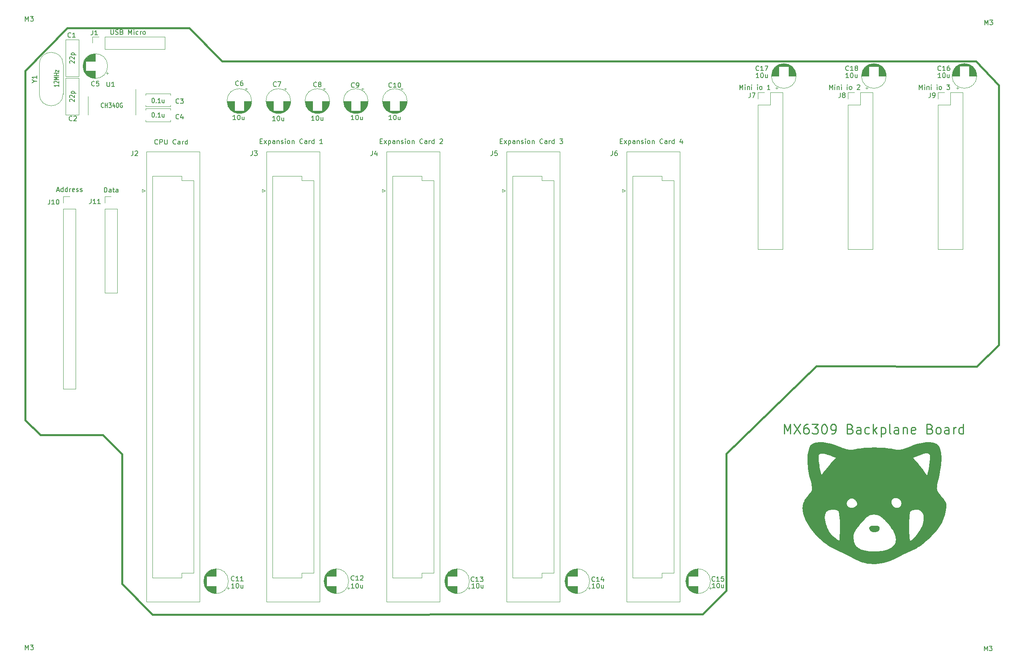
<source format=gbr>
%TF.GenerationSoftware,KiCad,Pcbnew,(6.0.7)*%
%TF.CreationDate,2023-04-20T18:01:57-06:00*%
%TF.ProjectId,backplane,6261636b-706c-4616-9e65-2e6b69636164,rev?*%
%TF.SameCoordinates,Original*%
%TF.FileFunction,Legend,Top*%
%TF.FilePolarity,Positive*%
%FSLAX46Y46*%
G04 Gerber Fmt 4.6, Leading zero omitted, Abs format (unit mm)*
G04 Created by KiCad (PCBNEW (6.0.7)) date 2023-04-20 18:01:57*
%MOMM*%
%LPD*%
G01*
G04 APERTURE LIST*
%ADD10C,0.381000*%
%ADD11C,0.200000*%
%ADD12C,0.250000*%
%ADD13C,0.150000*%
%ADD14C,0.120000*%
G04 APERTURE END LIST*
D10*
X349305500Y-109939000D02*
X508837060Y-109961513D01*
X513611500Y-115019000D01*
X513611500Y-170000000D01*
X509000000Y-174582000D01*
X475000000Y-174483225D01*
X456000000Y-193000000D01*
X456000000Y-222000000D01*
X451000000Y-227000000D01*
X334573500Y-227033000D01*
X328096500Y-220556000D01*
X328096500Y-193124000D01*
X324032500Y-189060000D01*
X310824500Y-189060000D01*
X307649500Y-185885000D01*
X307649500Y-112000000D01*
X316500000Y-102954000D01*
X342320500Y-102954000D01*
X349305500Y-109939000D01*
D11*
G36*
X487484147Y-208320091D02*
G01*
X487626550Y-208325353D01*
X487692216Y-208329402D01*
X487754277Y-208334440D01*
X487812799Y-208340498D01*
X487867845Y-208347609D01*
X487919481Y-208355805D01*
X487967770Y-208365118D01*
X488012778Y-208375582D01*
X488054569Y-208387227D01*
X488093208Y-208400087D01*
X488128760Y-208414193D01*
X488161288Y-208429579D01*
X488190858Y-208446276D01*
X488217533Y-208464316D01*
X488241380Y-208483732D01*
X488262462Y-208504557D01*
X488280844Y-208526822D01*
X488296590Y-208550560D01*
X488309765Y-208575802D01*
X488320434Y-208602583D01*
X488328661Y-208630933D01*
X488334512Y-208660885D01*
X488338049Y-208692471D01*
X488339339Y-208725723D01*
X488338445Y-208760675D01*
X488335433Y-208797358D01*
X488330366Y-208835804D01*
X488323310Y-208876046D01*
X488314329Y-208918116D01*
X488296647Y-208995011D01*
X488270439Y-209066944D01*
X488236272Y-209133917D01*
X488194715Y-209195929D01*
X488146338Y-209252979D01*
X488091707Y-209305069D01*
X488031392Y-209352198D01*
X487965961Y-209394366D01*
X487895983Y-209431573D01*
X487822025Y-209463819D01*
X487744657Y-209491104D01*
X487664446Y-209513429D01*
X487581962Y-209530792D01*
X487497773Y-209543194D01*
X487412446Y-209550636D01*
X487326551Y-209553116D01*
X487240657Y-209550636D01*
X487155330Y-209543194D01*
X487071141Y-209530792D01*
X486988656Y-209513429D01*
X486908446Y-209491104D01*
X486831078Y-209463819D01*
X486757120Y-209431573D01*
X486687142Y-209394366D01*
X486621711Y-209352198D01*
X486561396Y-209305069D01*
X486506765Y-209252979D01*
X486458387Y-209195929D01*
X486416831Y-209133917D01*
X486382664Y-209066944D01*
X486356456Y-208995011D01*
X486338774Y-208918116D01*
X486322737Y-208835804D01*
X486314658Y-208760675D01*
X486313765Y-208725723D01*
X486315054Y-208692471D01*
X486318592Y-208660885D01*
X486324442Y-208630933D01*
X486332669Y-208602583D01*
X486343339Y-208575802D01*
X486356514Y-208550560D01*
X486372260Y-208526822D01*
X486390642Y-208504557D01*
X486411724Y-208483732D01*
X486435570Y-208464316D01*
X486462246Y-208446276D01*
X486491816Y-208429579D01*
X486524344Y-208414193D01*
X486559895Y-208400087D01*
X486598534Y-208387227D01*
X486685333Y-208365118D01*
X486785258Y-208347609D01*
X486898826Y-208334440D01*
X487026552Y-208325353D01*
X487168955Y-208320091D01*
X487326551Y-208318394D01*
X487484147Y-208320091D01*
G37*
X487484147Y-208320091D02*
X487626550Y-208325353D01*
X487692216Y-208329402D01*
X487754277Y-208334440D01*
X487812799Y-208340498D01*
X487867845Y-208347609D01*
X487919481Y-208355805D01*
X487967770Y-208365118D01*
X488012778Y-208375582D01*
X488054569Y-208387227D01*
X488093208Y-208400087D01*
X488128760Y-208414193D01*
X488161288Y-208429579D01*
X488190858Y-208446276D01*
X488217533Y-208464316D01*
X488241380Y-208483732D01*
X488262462Y-208504557D01*
X488280844Y-208526822D01*
X488296590Y-208550560D01*
X488309765Y-208575802D01*
X488320434Y-208602583D01*
X488328661Y-208630933D01*
X488334512Y-208660885D01*
X488338049Y-208692471D01*
X488339339Y-208725723D01*
X488338445Y-208760675D01*
X488335433Y-208797358D01*
X488330366Y-208835804D01*
X488323310Y-208876046D01*
X488314329Y-208918116D01*
X488296647Y-208995011D01*
X488270439Y-209066944D01*
X488236272Y-209133917D01*
X488194715Y-209195929D01*
X488146338Y-209252979D01*
X488091707Y-209305069D01*
X488031392Y-209352198D01*
X487965961Y-209394366D01*
X487895983Y-209431573D01*
X487822025Y-209463819D01*
X487744657Y-209491104D01*
X487664446Y-209513429D01*
X487581962Y-209530792D01*
X487497773Y-209543194D01*
X487412446Y-209550636D01*
X487326551Y-209553116D01*
X487240657Y-209550636D01*
X487155330Y-209543194D01*
X487071141Y-209530792D01*
X486988656Y-209513429D01*
X486908446Y-209491104D01*
X486831078Y-209463819D01*
X486757120Y-209431573D01*
X486687142Y-209394366D01*
X486621711Y-209352198D01*
X486561396Y-209305069D01*
X486506765Y-209252979D01*
X486458387Y-209195929D01*
X486416831Y-209133917D01*
X486382664Y-209066944D01*
X486356456Y-208995011D01*
X486338774Y-208918116D01*
X486322737Y-208835804D01*
X486314658Y-208760675D01*
X486313765Y-208725723D01*
X486315054Y-208692471D01*
X486318592Y-208660885D01*
X486324442Y-208630933D01*
X486332669Y-208602583D01*
X486343339Y-208575802D01*
X486356514Y-208550560D01*
X486372260Y-208526822D01*
X486390642Y-208504557D01*
X486411724Y-208483732D01*
X486435570Y-208464316D01*
X486462246Y-208446276D01*
X486491816Y-208429579D01*
X486524344Y-208414193D01*
X486559895Y-208400087D01*
X486598534Y-208387227D01*
X486685333Y-208365118D01*
X486785258Y-208347609D01*
X486898826Y-208334440D01*
X487026552Y-208325353D01*
X487168955Y-208320091D01*
X487326551Y-208318394D01*
X487484147Y-208320091D01*
G36*
X472386965Y-205864386D02*
G01*
X472334695Y-205676352D01*
X472289925Y-205492453D01*
X472252661Y-205312481D01*
X472222910Y-205136230D01*
X472200677Y-204963493D01*
X472185970Y-204794063D01*
X472178794Y-204627734D01*
X472179157Y-204464299D01*
X472187064Y-204303551D01*
X472202523Y-204145283D01*
X472225540Y-203989289D01*
X472256120Y-203835362D01*
X472294272Y-203683296D01*
X472332668Y-203556998D01*
X481375081Y-203556998D01*
X481380041Y-203654742D01*
X481395020Y-203750044D01*
X481419545Y-203842427D01*
X481453147Y-203931411D01*
X481495353Y-204016520D01*
X481545691Y-204097275D01*
X481603690Y-204173199D01*
X481668879Y-204243812D01*
X481740786Y-204308638D01*
X481818939Y-204367198D01*
X481902867Y-204419015D01*
X481992098Y-204463609D01*
X482086161Y-204500504D01*
X482184584Y-204529221D01*
X482286896Y-204549282D01*
X482392625Y-204560210D01*
X482501299Y-204561525D01*
X482612447Y-204552751D01*
X482725598Y-204533409D01*
X482840280Y-204503021D01*
X482956021Y-204461109D01*
X483072351Y-204407195D01*
X483188796Y-204340802D01*
X483304886Y-204261450D01*
X483398748Y-204190637D01*
X483481964Y-204123233D01*
X483554638Y-204058517D01*
X483587054Y-204026941D01*
X483616874Y-203995765D01*
X483644109Y-203964899D01*
X483668774Y-203934253D01*
X483690881Y-203903735D01*
X483710442Y-203873257D01*
X483727472Y-203842727D01*
X483741982Y-203812055D01*
X483753986Y-203781150D01*
X483763497Y-203749923D01*
X483770527Y-203718282D01*
X483775089Y-203686137D01*
X483777197Y-203653398D01*
X483776863Y-203619974D01*
X483774101Y-203585775D01*
X483768922Y-203550710D01*
X483761341Y-203514689D01*
X483751370Y-203477622D01*
X483739021Y-203439418D01*
X483724308Y-203399987D01*
X483707244Y-203359238D01*
X483687842Y-203317081D01*
X483662693Y-203268230D01*
X490841444Y-203268230D01*
X490844858Y-203336468D01*
X490851857Y-203405112D01*
X490862382Y-203473925D01*
X490876377Y-203542666D01*
X490893782Y-203611098D01*
X490914540Y-203678980D01*
X490938592Y-203746075D01*
X490965881Y-203812142D01*
X490996347Y-203876943D01*
X491029934Y-203940239D01*
X491066582Y-204001791D01*
X491106234Y-204061360D01*
X491148831Y-204118707D01*
X491194316Y-204173593D01*
X491242631Y-204225778D01*
X491293716Y-204275025D01*
X491347515Y-204321094D01*
X491403968Y-204363745D01*
X491463018Y-204402740D01*
X491524607Y-204437840D01*
X491617065Y-204479948D01*
X491709057Y-204513839D01*
X491800327Y-204539772D01*
X491890614Y-204558005D01*
X491979661Y-204568796D01*
X492067210Y-204572405D01*
X492153002Y-204569089D01*
X492236778Y-204559107D01*
X492318280Y-204542717D01*
X492397250Y-204520177D01*
X492473430Y-204491747D01*
X492546561Y-204457683D01*
X492616384Y-204418245D01*
X492682642Y-204373692D01*
X492745076Y-204324281D01*
X492803427Y-204270270D01*
X492857438Y-204211919D01*
X492906849Y-204149485D01*
X492951403Y-204083227D01*
X492990840Y-204013404D01*
X493024903Y-203940273D01*
X493053334Y-203864093D01*
X493075873Y-203785123D01*
X493092263Y-203703621D01*
X493102245Y-203619845D01*
X493105561Y-203534053D01*
X493101952Y-203446505D01*
X493091160Y-203357457D01*
X493072927Y-203267170D01*
X493046994Y-203175901D01*
X493013103Y-203083908D01*
X492970995Y-202991450D01*
X492935895Y-202929862D01*
X492896900Y-202870812D01*
X492854248Y-202814358D01*
X492808180Y-202760560D01*
X492758933Y-202709475D01*
X492706748Y-202661161D01*
X492651862Y-202615676D01*
X492594515Y-202573078D01*
X492534946Y-202533426D01*
X492473394Y-202496778D01*
X492410098Y-202463192D01*
X492345297Y-202432725D01*
X492279230Y-202405437D01*
X492212136Y-202381385D01*
X492144253Y-202360627D01*
X492075822Y-202343222D01*
X492007081Y-202329227D01*
X491938268Y-202318701D01*
X491869624Y-202311703D01*
X491801386Y-202308289D01*
X491733794Y-202308518D01*
X491667088Y-202312449D01*
X491601505Y-202320139D01*
X491537285Y-202331646D01*
X491474667Y-202347030D01*
X491413891Y-202366347D01*
X491355194Y-202389657D01*
X491298816Y-202417016D01*
X491244996Y-202448484D01*
X491193973Y-202484118D01*
X491145986Y-202523976D01*
X491101274Y-202568118D01*
X491057133Y-202612830D01*
X491017274Y-202660817D01*
X490981640Y-202711840D01*
X490950172Y-202765659D01*
X490922812Y-202822037D01*
X490899503Y-202880734D01*
X490880186Y-202941511D01*
X490864802Y-203004129D01*
X490853294Y-203068349D01*
X490845604Y-203133932D01*
X490841673Y-203200638D01*
X490841444Y-203268230D01*
X483662693Y-203268230D01*
X483642074Y-203228180D01*
X483587108Y-203132561D01*
X483539994Y-203058459D01*
X483491317Y-202988290D01*
X483441167Y-202922061D01*
X483389635Y-202859779D01*
X483336811Y-202801450D01*
X483282785Y-202747081D01*
X483227648Y-202696679D01*
X483171491Y-202650249D01*
X483114404Y-202607797D01*
X483056477Y-202569332D01*
X482997800Y-202534858D01*
X482938465Y-202504383D01*
X482878561Y-202477913D01*
X482818179Y-202455454D01*
X482757410Y-202437014D01*
X482696344Y-202422597D01*
X482635070Y-202412211D01*
X482573681Y-202405862D01*
X482512266Y-202403557D01*
X482450915Y-202405303D01*
X482389719Y-202411104D01*
X482328769Y-202420969D01*
X482268155Y-202434904D01*
X482207967Y-202452914D01*
X482148296Y-202475007D01*
X482089232Y-202501189D01*
X482030865Y-202531466D01*
X481973287Y-202565845D01*
X481916587Y-202604332D01*
X481860857Y-202646934D01*
X481806185Y-202693657D01*
X481752664Y-202744508D01*
X481660498Y-202844577D01*
X481582123Y-202946028D01*
X481517067Y-203048384D01*
X481464860Y-203151166D01*
X481425030Y-203253897D01*
X481397104Y-203356098D01*
X481380612Y-203457291D01*
X481375081Y-203556998D01*
X472332668Y-203556998D01*
X472340000Y-203532883D01*
X472393312Y-203383917D01*
X472454213Y-203236191D01*
X472522711Y-203089499D01*
X472598813Y-202943634D01*
X472682523Y-202798388D01*
X472773849Y-202653557D01*
X472872798Y-202508931D01*
X472979375Y-202364306D01*
X473215441Y-202074229D01*
X473620171Y-201620992D01*
X473780213Y-201431943D01*
X473913280Y-201259533D01*
X474020302Y-201097458D01*
X474064337Y-201018327D01*
X474102209Y-200939414D01*
X474134035Y-200859934D01*
X474159932Y-200779097D01*
X474180014Y-200696115D01*
X474194400Y-200610201D01*
X474203204Y-200520566D01*
X474206544Y-200426423D01*
X474197294Y-200221457D01*
X474167580Y-199988999D01*
X474118332Y-199722745D01*
X474050481Y-199416390D01*
X473964956Y-199063629D01*
X473744608Y-198193674D01*
X473620981Y-197693222D01*
X473514613Y-197186465D01*
X473425403Y-196677022D01*
X473353245Y-196168508D01*
X473298038Y-195664542D01*
X473259677Y-195168741D01*
X473238059Y-194684723D01*
X473233080Y-194216104D01*
X473240605Y-193923391D01*
X475402379Y-193923391D01*
X475406032Y-194076752D01*
X475415686Y-194241597D01*
X475451834Y-194606312D01*
X475508497Y-195018673D01*
X475584349Y-195498575D01*
X475653949Y-195921012D01*
X475718484Y-196288053D01*
X475779144Y-196601763D01*
X475808391Y-196739266D01*
X475837116Y-196864211D01*
X475865466Y-196976857D01*
X475893590Y-197077462D01*
X475921636Y-197166286D01*
X475949753Y-197243585D01*
X475978090Y-197309619D01*
X476006795Y-197364646D01*
X476036017Y-197408924D01*
X476065905Y-197442712D01*
X476081144Y-197455752D01*
X476096606Y-197466267D01*
X476112308Y-197474289D01*
X476128270Y-197479850D01*
X476144509Y-197482981D01*
X476161044Y-197483717D01*
X476177895Y-197482088D01*
X476195079Y-197478127D01*
X476212614Y-197471867D01*
X476230521Y-197463339D01*
X476267520Y-197439611D01*
X476306225Y-197407201D01*
X476346783Y-197366368D01*
X476389344Y-197317370D01*
X476434056Y-197260465D01*
X476481068Y-197195913D01*
X476530528Y-197123970D01*
X476637386Y-196958950D01*
X476775121Y-196780081D01*
X476945515Y-196566485D01*
X477356170Y-196068187D01*
X477813128Y-195530201D01*
X478260163Y-195018673D01*
X479318497Y-193889785D01*
X495334608Y-193889785D01*
X496216553Y-194842284D01*
X496409064Y-195055880D01*
X496612324Y-195294280D01*
X496820546Y-195549217D01*
X497027940Y-195812422D01*
X497228720Y-196075628D01*
X497417098Y-196330565D01*
X497587286Y-196568965D01*
X497733496Y-196782561D01*
X497799176Y-196880049D01*
X497863720Y-196973764D01*
X497926817Y-197063242D01*
X497988157Y-197148017D01*
X498047430Y-197227625D01*
X498104326Y-197301600D01*
X498158534Y-197369477D01*
X498209746Y-197430791D01*
X498257650Y-197485077D01*
X498301936Y-197531870D01*
X498342295Y-197570705D01*
X498360905Y-197586993D01*
X498378417Y-197601117D01*
X498394792Y-197613019D01*
X498409991Y-197622640D01*
X498423976Y-197629923D01*
X498436707Y-197634810D01*
X498448147Y-197637242D01*
X498458256Y-197637161D01*
X498466996Y-197634510D01*
X498474327Y-197629229D01*
X498504584Y-197593454D01*
X498535719Y-197539812D01*
X498600004Y-197383525D01*
X498665944Y-197169568D01*
X498732296Y-196907138D01*
X498861281Y-196273653D01*
X498977036Y-195556660D01*
X499069641Y-194829745D01*
X499129172Y-194166495D01*
X499143435Y-193881741D01*
X499145709Y-193640498D01*
X499134754Y-193451965D01*
X499109329Y-193325341D01*
X499067092Y-193231092D01*
X499019481Y-193146816D01*
X498993531Y-193108434D01*
X498966082Y-193072565D01*
X498937083Y-193039216D01*
X498906482Y-193008392D01*
X498874227Y-192980100D01*
X498840267Y-192954347D01*
X498804550Y-192931139D01*
X498767024Y-192910482D01*
X498727638Y-192892383D01*
X498686340Y-192876849D01*
X498643078Y-192863886D01*
X498597801Y-192853500D01*
X498550456Y-192845698D01*
X498500993Y-192840486D01*
X498395504Y-192837859D01*
X498280920Y-192845671D01*
X498156828Y-192863973D01*
X498022814Y-192892817D01*
X497878464Y-192932254D01*
X497723366Y-192982337D01*
X497557106Y-193043117D01*
X496181272Y-193572284D01*
X495334608Y-193889785D01*
X479318497Y-193889785D01*
X478365996Y-193501730D01*
X477870755Y-193318778D01*
X477428586Y-193167555D01*
X477037163Y-193049199D01*
X476859755Y-193002701D01*
X476694161Y-192964846D01*
X476540091Y-192935776D01*
X476397254Y-192915633D01*
X476265360Y-192904559D01*
X476144117Y-192902696D01*
X476033236Y-192910187D01*
X475932425Y-192927173D01*
X475841393Y-192953797D01*
X475759851Y-192990201D01*
X475687507Y-193036527D01*
X475624071Y-193092917D01*
X475569252Y-193159513D01*
X475522760Y-193236457D01*
X475484303Y-193323891D01*
X475453591Y-193421958D01*
X475430333Y-193530799D01*
X475414239Y-193650557D01*
X475405018Y-193781373D01*
X475402379Y-193923391D01*
X473240605Y-193923391D01*
X473244639Y-193766501D01*
X473272630Y-193339534D01*
X473316951Y-192938817D01*
X473377499Y-192567970D01*
X473454170Y-192230609D01*
X473546860Y-191930352D01*
X473655467Y-191670816D01*
X473715706Y-191557448D01*
X473779886Y-191455618D01*
X473853959Y-191356499D01*
X473937146Y-191264182D01*
X474029260Y-191178648D01*
X474130114Y-191099877D01*
X474357293Y-190962547D01*
X474617182Y-190852037D01*
X474908284Y-190768192D01*
X475229100Y-190710857D01*
X475578131Y-190679877D01*
X475953879Y-190675097D01*
X476354845Y-190696362D01*
X476779531Y-190743517D01*
X477226437Y-190816406D01*
X477694065Y-190914876D01*
X478180918Y-191038770D01*
X478685495Y-191187934D01*
X479206298Y-191362213D01*
X479741830Y-191561452D01*
X480083420Y-191698791D01*
X480395916Y-191820110D01*
X480682470Y-191925926D01*
X480946236Y-192016756D01*
X481190364Y-192093116D01*
X481418007Y-192155524D01*
X481632318Y-192204496D01*
X481836448Y-192240549D01*
X482033551Y-192264200D01*
X482226778Y-192275965D01*
X482419281Y-192276361D01*
X482614213Y-192265905D01*
X482814726Y-192245114D01*
X483023973Y-192214504D01*
X483245105Y-192174593D01*
X483481275Y-192125896D01*
X483871501Y-192045281D01*
X484297900Y-191975414D01*
X484755305Y-191916296D01*
X485238549Y-191867927D01*
X485742463Y-191830306D01*
X486261880Y-191803434D01*
X487326552Y-191781937D01*
X488391224Y-191803434D01*
X488910641Y-191830306D01*
X489414555Y-191867927D01*
X489897799Y-191916296D01*
X490355204Y-191975414D01*
X490781603Y-192045281D01*
X491171829Y-192125896D01*
X491407999Y-192174593D01*
X491629131Y-192214504D01*
X491838377Y-192245114D01*
X492038890Y-192265905D01*
X492233822Y-192276361D01*
X492426326Y-192275965D01*
X492619553Y-192264200D01*
X492816655Y-192240549D01*
X493020786Y-192204496D01*
X493235097Y-192155524D01*
X493462740Y-192093116D01*
X493706868Y-192016756D01*
X493970633Y-191925926D01*
X494257188Y-191820110D01*
X494911274Y-191561452D01*
X495446806Y-191362213D01*
X495967609Y-191187934D01*
X496472187Y-191038770D01*
X496959039Y-190914876D01*
X497426668Y-190816406D01*
X497873574Y-190743517D01*
X498298260Y-190696362D01*
X498501801Y-190682484D01*
X498699226Y-190675097D01*
X498890346Y-190674222D01*
X499074974Y-190679877D01*
X499252922Y-190692083D01*
X499424005Y-190710857D01*
X499588033Y-190736221D01*
X499744821Y-190768192D01*
X499894180Y-190806791D01*
X500035923Y-190852037D01*
X500169863Y-190903949D01*
X500295812Y-190962547D01*
X500413584Y-191027850D01*
X500522990Y-191099877D01*
X500623844Y-191178648D01*
X500715959Y-191264182D01*
X500799146Y-191356499D01*
X500873218Y-191455618D01*
X500997250Y-191660282D01*
X501104798Y-191902309D01*
X501195912Y-192179372D01*
X501270644Y-192489147D01*
X501329047Y-192829307D01*
X501371172Y-193197527D01*
X501397071Y-193591483D01*
X501406794Y-194008847D01*
X501400395Y-194447296D01*
X501377924Y-194904503D01*
X501339434Y-195378144D01*
X501284975Y-195865892D01*
X501214601Y-196365422D01*
X501128361Y-196874409D01*
X501026309Y-197390528D01*
X500908495Y-197911452D01*
X500689662Y-198844315D01*
X500605877Y-199226178D01*
X500540283Y-199560137D01*
X500514565Y-199711138D01*
X500493705Y-199852548D01*
X500477806Y-199985159D01*
X500466971Y-200109767D01*
X500461304Y-200227166D01*
X500460907Y-200338151D01*
X500465886Y-200443516D01*
X500476341Y-200544055D01*
X500492378Y-200640564D01*
X500514100Y-200733837D01*
X500541609Y-200824668D01*
X500575009Y-200913852D01*
X500614404Y-201002183D01*
X500659896Y-201090456D01*
X500711590Y-201179465D01*
X500769588Y-201270006D01*
X500833994Y-201362871D01*
X500904911Y-201458857D01*
X501066693Y-201663366D01*
X501255760Y-201889890D01*
X501472939Y-202144784D01*
X501642145Y-202335720D01*
X501793058Y-202513065D01*
X501926401Y-202678937D01*
X502042897Y-202835457D01*
X502143270Y-202984741D01*
X502228243Y-203128910D01*
X502298540Y-203270081D01*
X502328412Y-203340205D01*
X502354885Y-203410374D01*
X502378051Y-203480853D01*
X502398000Y-203551907D01*
X502414823Y-203623801D01*
X502428610Y-203696799D01*
X502447438Y-203847169D01*
X502455206Y-204005135D01*
X502452640Y-204172817D01*
X502440461Y-204352332D01*
X502419395Y-204545800D01*
X502390163Y-204755339D01*
X502373299Y-204899792D01*
X502349511Y-205054374D01*
X502319314Y-205217637D01*
X502283227Y-205388134D01*
X502195445Y-205745046D01*
X502090301Y-206113534D01*
X501971927Y-206482021D01*
X501844458Y-206838933D01*
X501712029Y-207172694D01*
X501578773Y-207471728D01*
X501408078Y-207803672D01*
X501190512Y-208161092D01*
X500931294Y-208538873D01*
X500635645Y-208931898D01*
X500308783Y-209335052D01*
X499955928Y-209743218D01*
X499582299Y-210151281D01*
X499193115Y-210554125D01*
X498793596Y-210946633D01*
X498388960Y-211323690D01*
X497984429Y-211680180D01*
X497585220Y-212010986D01*
X497196552Y-212310993D01*
X496823647Y-212575086D01*
X496471721Y-212798146D01*
X496145996Y-212975060D01*
X494496759Y-213768811D01*
X493387714Y-214314514D01*
X492265440Y-214880061D01*
X491630724Y-215185572D01*
X491009289Y-215453876D01*
X490400360Y-215684973D01*
X489803162Y-215878863D01*
X489216918Y-216035546D01*
X488640855Y-216155022D01*
X488074197Y-216237291D01*
X487516169Y-216282353D01*
X486965996Y-216290208D01*
X486422903Y-216260855D01*
X485886114Y-216194296D01*
X485354854Y-216090530D01*
X484828349Y-215949557D01*
X484305823Y-215771377D01*
X483786501Y-215555989D01*
X483269608Y-215303395D01*
X482431760Y-214877857D01*
X481435163Y-214386173D01*
X480412107Y-213894488D01*
X479494885Y-213468949D01*
X478992961Y-213217518D01*
X478494085Y-212940816D01*
X478000481Y-212640861D01*
X477514369Y-212319666D01*
X477037973Y-211979247D01*
X476573514Y-211621621D01*
X476123214Y-211248801D01*
X475689296Y-210862804D01*
X475273981Y-210465645D01*
X474879492Y-210059339D01*
X474508050Y-209645902D01*
X474161878Y-209227349D01*
X473843198Y-208805695D01*
X473554232Y-208382956D01*
X473297202Y-207961148D01*
X473074331Y-207542285D01*
X472857712Y-207090977D01*
X472670910Y-206661994D01*
X472613243Y-206511953D01*
X476744689Y-206511953D01*
X476748533Y-206697151D01*
X476783940Y-207082984D01*
X476854797Y-207484321D01*
X476959296Y-207895062D01*
X477095627Y-208309111D01*
X477261982Y-208720369D01*
X477456552Y-209122739D01*
X477677529Y-209510123D01*
X477923104Y-209876423D01*
X478191469Y-210215540D01*
X478333631Y-210373000D01*
X478480813Y-210521378D01*
X478632789Y-210659912D01*
X478789330Y-210787839D01*
X478875639Y-210859712D01*
X478962205Y-210929570D01*
X479048462Y-210997051D01*
X479133840Y-211061793D01*
X479217771Y-211123434D01*
X479299686Y-211181614D01*
X479379018Y-211235969D01*
X479455198Y-211286138D01*
X479527657Y-211331760D01*
X479595827Y-211372472D01*
X479659139Y-211407914D01*
X479717025Y-211437723D01*
X479768917Y-211461537D01*
X479814246Y-211478995D01*
X479852443Y-211489735D01*
X479868690Y-211492473D01*
X479882941Y-211493396D01*
X479911574Y-211476884D01*
X479937959Y-211428688D01*
X479984089Y-211245280D01*
X480021537Y-210959242D01*
X480048261Y-210615584D01*
X482789431Y-210615584D01*
X482795485Y-210801447D01*
X482810997Y-210999505D01*
X482857445Y-211356365D01*
X482931231Y-211686457D01*
X482978649Y-211841626D01*
X483033231Y-211990297D01*
X483095087Y-212132534D01*
X483164326Y-212268402D01*
X483241058Y-212397966D01*
X483325393Y-212521290D01*
X483417440Y-212638438D01*
X483517310Y-212749476D01*
X483625113Y-212854467D01*
X483740957Y-212953477D01*
X483864954Y-213046570D01*
X483997212Y-213133811D01*
X484137842Y-213215264D01*
X484286953Y-213290993D01*
X484611059Y-213425542D01*
X484970408Y-213537972D01*
X485365879Y-213628802D01*
X485798351Y-213698548D01*
X486268701Y-213747727D01*
X486777808Y-213776856D01*
X487326551Y-213786450D01*
X487775185Y-213778749D01*
X488201571Y-213755849D01*
X488605582Y-213718053D01*
X488987088Y-213665665D01*
X489345959Y-213598989D01*
X489682067Y-213518327D01*
X489995282Y-213423984D01*
X490285475Y-213316264D01*
X490552518Y-213195469D01*
X490796280Y-213061904D01*
X491016632Y-212915872D01*
X491213446Y-212757676D01*
X491386592Y-212587621D01*
X491535942Y-212406009D01*
X491661365Y-212213145D01*
X491762732Y-212009332D01*
X491839915Y-211794874D01*
X491892785Y-211570074D01*
X491921211Y-211335236D01*
X491925065Y-211090663D01*
X491904218Y-210836659D01*
X491858540Y-210573528D01*
X491787903Y-210301574D01*
X491692177Y-210021099D01*
X491571232Y-209732407D01*
X491424941Y-209435802D01*
X491253173Y-209131589D01*
X491055799Y-208820069D01*
X490886640Y-208578569D01*
X494562907Y-208578569D01*
X494583371Y-209664670D01*
X494637321Y-210596568D01*
X494676466Y-210965288D01*
X494723517Y-211248174D01*
X494778320Y-211429463D01*
X494808580Y-211477084D01*
X494840719Y-211493396D01*
X494906384Y-211487283D01*
X494977429Y-211469297D01*
X495053449Y-211439969D01*
X495134035Y-211399827D01*
X495307280Y-211289222D01*
X495493910Y-211141720D01*
X495690668Y-210961559D01*
X495894298Y-210752976D01*
X496101547Y-210520208D01*
X496309157Y-210267493D01*
X496513873Y-209999068D01*
X496712439Y-209719171D01*
X496901601Y-209432039D01*
X497078101Y-209141910D01*
X497238686Y-208853022D01*
X497380098Y-208569611D01*
X497499083Y-208295915D01*
X497592384Y-208036172D01*
X497648203Y-207830956D01*
X497696633Y-207637988D01*
X497737724Y-207456285D01*
X497771529Y-207284866D01*
X497798099Y-207122749D01*
X497817486Y-206968951D01*
X497829742Y-206822491D01*
X497834918Y-206682388D01*
X497833067Y-206547659D01*
X497824239Y-206417322D01*
X497808486Y-206290397D01*
X497785861Y-206165900D01*
X497756414Y-206042849D01*
X497720197Y-205920264D01*
X497677263Y-205797163D01*
X497627663Y-205672562D01*
X497567623Y-205558013D01*
X497506189Y-205452352D01*
X497442791Y-205355372D01*
X497376860Y-205266868D01*
X497307829Y-205186631D01*
X497235129Y-205114457D01*
X497158191Y-205050137D01*
X497117956Y-205020858D01*
X497076448Y-204993465D01*
X497033596Y-204967932D01*
X496989330Y-204944234D01*
X496943578Y-204922345D01*
X496896269Y-204902239D01*
X496796697Y-204867271D01*
X496690046Y-204839125D01*
X496575746Y-204817593D01*
X496453229Y-204802469D01*
X496321928Y-204793546D01*
X496181272Y-204790618D01*
X496075138Y-204793046D01*
X495968848Y-204800126D01*
X495863075Y-204811547D01*
X495758491Y-204826998D01*
X495655767Y-204846170D01*
X495555575Y-204868752D01*
X495458587Y-204894436D01*
X495365475Y-204922909D01*
X495276910Y-204953863D01*
X495193565Y-204986988D01*
X495116111Y-205021973D01*
X495045219Y-205058508D01*
X494981563Y-205096284D01*
X494925813Y-205134990D01*
X494878641Y-205174316D01*
X494858482Y-205194114D01*
X494840719Y-205213952D01*
X494805576Y-205284730D01*
X494772894Y-205383304D01*
X494714835Y-205655957D01*
X494666389Y-206016150D01*
X494627399Y-206448122D01*
X494577169Y-207464356D01*
X494562907Y-208578569D01*
X490886640Y-208578569D01*
X490832690Y-208501547D01*
X490583718Y-208176327D01*
X490308752Y-207844711D01*
X490007664Y-207507004D01*
X489778315Y-207261654D01*
X489565244Y-207040746D01*
X489366540Y-206843092D01*
X489180289Y-206667505D01*
X489004581Y-206512794D01*
X488837502Y-206377772D01*
X488677142Y-206261251D01*
X488521587Y-206162040D01*
X488445014Y-206118556D01*
X488368926Y-206078953D01*
X488293083Y-206043085D01*
X488217247Y-206010801D01*
X488141178Y-205981953D01*
X488064638Y-205956394D01*
X487987387Y-205933974D01*
X487909187Y-205914545D01*
X487748981Y-205884064D01*
X487582109Y-205863764D01*
X487406659Y-205852456D01*
X487220718Y-205848950D01*
X487029722Y-205852524D01*
X486851956Y-205864315D01*
X486684937Y-205885925D01*
X486526188Y-205918955D01*
X486373225Y-205965007D01*
X486223571Y-206025684D01*
X486074742Y-206102587D01*
X485924261Y-206197319D01*
X485769645Y-206311480D01*
X485608414Y-206446675D01*
X485438089Y-206604503D01*
X485256188Y-206786568D01*
X485060231Y-206994471D01*
X484847737Y-207229814D01*
X484363219Y-207789229D01*
X484112080Y-208086506D01*
X483887038Y-208358359D01*
X483686904Y-208607473D01*
X483510489Y-208836538D01*
X483356606Y-209048239D01*
X483224064Y-209245264D01*
X483111676Y-209430300D01*
X483062669Y-209519162D01*
X483018254Y-209606034D01*
X482978283Y-209691253D01*
X482942608Y-209775154D01*
X482911080Y-209858073D01*
X482883551Y-209940346D01*
X482859871Y-210022309D01*
X482839893Y-210104298D01*
X482823467Y-210186649D01*
X482810446Y-210269697D01*
X482800680Y-210353779D01*
X482794021Y-210439230D01*
X482789431Y-210615584D01*
X480048261Y-210615584D01*
X480050511Y-210586646D01*
X480083859Y-209646066D01*
X480085788Y-208552111D01*
X480057952Y-207433350D01*
X480002004Y-206418356D01*
X479964004Y-205989950D01*
X479919597Y-205635700D01*
X479868988Y-205371677D01*
X479812386Y-205213952D01*
X479775359Y-205165793D01*
X479730737Y-205120547D01*
X479678983Y-205078233D01*
X479620563Y-205038872D01*
X479555941Y-205002482D01*
X479485584Y-204969083D01*
X479329521Y-204911334D01*
X479156095Y-204865781D01*
X478969026Y-204832579D01*
X478772036Y-204811883D01*
X478568844Y-204803847D01*
X478363172Y-204808627D01*
X478158740Y-204826378D01*
X477959269Y-204857255D01*
X477768480Y-204901412D01*
X477590093Y-204959006D01*
X477506713Y-204992889D01*
X477427829Y-205030190D01*
X477353905Y-205070927D01*
X477285408Y-205115120D01*
X477222802Y-205162789D01*
X477166553Y-205213952D01*
X477076391Y-205316247D01*
X476997579Y-205430803D01*
X476929891Y-205556857D01*
X476873099Y-205693647D01*
X476826979Y-205840410D01*
X476791304Y-205996384D01*
X476765848Y-206160808D01*
X476750385Y-206332918D01*
X476744689Y-206511953D01*
X472613243Y-206511953D01*
X472513977Y-206253681D01*
X472386965Y-205864386D01*
G37*
X472386965Y-205864386D02*
X472334695Y-205676352D01*
X472289925Y-205492453D01*
X472252661Y-205312481D01*
X472222910Y-205136230D01*
X472200677Y-204963493D01*
X472185970Y-204794063D01*
X472178794Y-204627734D01*
X472179157Y-204464299D01*
X472187064Y-204303551D01*
X472202523Y-204145283D01*
X472225540Y-203989289D01*
X472256120Y-203835362D01*
X472294272Y-203683296D01*
X472332668Y-203556998D01*
X481375081Y-203556998D01*
X481380041Y-203654742D01*
X481395020Y-203750044D01*
X481419545Y-203842427D01*
X481453147Y-203931411D01*
X481495353Y-204016520D01*
X481545691Y-204097275D01*
X481603690Y-204173199D01*
X481668879Y-204243812D01*
X481740786Y-204308638D01*
X481818939Y-204367198D01*
X481902867Y-204419015D01*
X481992098Y-204463609D01*
X482086161Y-204500504D01*
X482184584Y-204529221D01*
X482286896Y-204549282D01*
X482392625Y-204560210D01*
X482501299Y-204561525D01*
X482612447Y-204552751D01*
X482725598Y-204533409D01*
X482840280Y-204503021D01*
X482956021Y-204461109D01*
X483072351Y-204407195D01*
X483188796Y-204340802D01*
X483304886Y-204261450D01*
X483398748Y-204190637D01*
X483481964Y-204123233D01*
X483554638Y-204058517D01*
X483587054Y-204026941D01*
X483616874Y-203995765D01*
X483644109Y-203964899D01*
X483668774Y-203934253D01*
X483690881Y-203903735D01*
X483710442Y-203873257D01*
X483727472Y-203842727D01*
X483741982Y-203812055D01*
X483753986Y-203781150D01*
X483763497Y-203749923D01*
X483770527Y-203718282D01*
X483775089Y-203686137D01*
X483777197Y-203653398D01*
X483776863Y-203619974D01*
X483774101Y-203585775D01*
X483768922Y-203550710D01*
X483761341Y-203514689D01*
X483751370Y-203477622D01*
X483739021Y-203439418D01*
X483724308Y-203399987D01*
X483707244Y-203359238D01*
X483687842Y-203317081D01*
X483662693Y-203268230D01*
X490841444Y-203268230D01*
X490844858Y-203336468D01*
X490851857Y-203405112D01*
X490862382Y-203473925D01*
X490876377Y-203542666D01*
X490893782Y-203611098D01*
X490914540Y-203678980D01*
X490938592Y-203746075D01*
X490965881Y-203812142D01*
X490996347Y-203876943D01*
X491029934Y-203940239D01*
X491066582Y-204001791D01*
X491106234Y-204061360D01*
X491148831Y-204118707D01*
X491194316Y-204173593D01*
X491242631Y-204225778D01*
X491293716Y-204275025D01*
X491347515Y-204321094D01*
X491403968Y-204363745D01*
X491463018Y-204402740D01*
X491524607Y-204437840D01*
X491617065Y-204479948D01*
X491709057Y-204513839D01*
X491800327Y-204539772D01*
X491890614Y-204558005D01*
X491979661Y-204568796D01*
X492067210Y-204572405D01*
X492153002Y-204569089D01*
X492236778Y-204559107D01*
X492318280Y-204542717D01*
X492397250Y-204520177D01*
X492473430Y-204491747D01*
X492546561Y-204457683D01*
X492616384Y-204418245D01*
X492682642Y-204373692D01*
X492745076Y-204324281D01*
X492803427Y-204270270D01*
X492857438Y-204211919D01*
X492906849Y-204149485D01*
X492951403Y-204083227D01*
X492990840Y-204013404D01*
X493024903Y-203940273D01*
X493053334Y-203864093D01*
X493075873Y-203785123D01*
X493092263Y-203703621D01*
X493102245Y-203619845D01*
X493105561Y-203534053D01*
X493101952Y-203446505D01*
X493091160Y-203357457D01*
X493072927Y-203267170D01*
X493046994Y-203175901D01*
X493013103Y-203083908D01*
X492970995Y-202991450D01*
X492935895Y-202929862D01*
X492896900Y-202870812D01*
X492854248Y-202814358D01*
X492808180Y-202760560D01*
X492758933Y-202709475D01*
X492706748Y-202661161D01*
X492651862Y-202615676D01*
X492594515Y-202573078D01*
X492534946Y-202533426D01*
X492473394Y-202496778D01*
X492410098Y-202463192D01*
X492345297Y-202432725D01*
X492279230Y-202405437D01*
X492212136Y-202381385D01*
X492144253Y-202360627D01*
X492075822Y-202343222D01*
X492007081Y-202329227D01*
X491938268Y-202318701D01*
X491869624Y-202311703D01*
X491801386Y-202308289D01*
X491733794Y-202308518D01*
X491667088Y-202312449D01*
X491601505Y-202320139D01*
X491537285Y-202331646D01*
X491474667Y-202347030D01*
X491413891Y-202366347D01*
X491355194Y-202389657D01*
X491298816Y-202417016D01*
X491244996Y-202448484D01*
X491193973Y-202484118D01*
X491145986Y-202523976D01*
X491101274Y-202568118D01*
X491057133Y-202612830D01*
X491017274Y-202660817D01*
X490981640Y-202711840D01*
X490950172Y-202765659D01*
X490922812Y-202822037D01*
X490899503Y-202880734D01*
X490880186Y-202941511D01*
X490864802Y-203004129D01*
X490853294Y-203068349D01*
X490845604Y-203133932D01*
X490841673Y-203200638D01*
X490841444Y-203268230D01*
X483662693Y-203268230D01*
X483642074Y-203228180D01*
X483587108Y-203132561D01*
X483539994Y-203058459D01*
X483491317Y-202988290D01*
X483441167Y-202922061D01*
X483389635Y-202859779D01*
X483336811Y-202801450D01*
X483282785Y-202747081D01*
X483227648Y-202696679D01*
X483171491Y-202650249D01*
X483114404Y-202607797D01*
X483056477Y-202569332D01*
X482997800Y-202534858D01*
X482938465Y-202504383D01*
X482878561Y-202477913D01*
X482818179Y-202455454D01*
X482757410Y-202437014D01*
X482696344Y-202422597D01*
X482635070Y-202412211D01*
X482573681Y-202405862D01*
X482512266Y-202403557D01*
X482450915Y-202405303D01*
X482389719Y-202411104D01*
X482328769Y-202420969D01*
X482268155Y-202434904D01*
X482207967Y-202452914D01*
X482148296Y-202475007D01*
X482089232Y-202501189D01*
X482030865Y-202531466D01*
X481973287Y-202565845D01*
X481916587Y-202604332D01*
X481860857Y-202646934D01*
X481806185Y-202693657D01*
X481752664Y-202744508D01*
X481660498Y-202844577D01*
X481582123Y-202946028D01*
X481517067Y-203048384D01*
X481464860Y-203151166D01*
X481425030Y-203253897D01*
X481397104Y-203356098D01*
X481380612Y-203457291D01*
X481375081Y-203556998D01*
X472332668Y-203556998D01*
X472340000Y-203532883D01*
X472393312Y-203383917D01*
X472454213Y-203236191D01*
X472522711Y-203089499D01*
X472598813Y-202943634D01*
X472682523Y-202798388D01*
X472773849Y-202653557D01*
X472872798Y-202508931D01*
X472979375Y-202364306D01*
X473215441Y-202074229D01*
X473620171Y-201620992D01*
X473780213Y-201431943D01*
X473913280Y-201259533D01*
X474020302Y-201097458D01*
X474064337Y-201018327D01*
X474102209Y-200939414D01*
X474134035Y-200859934D01*
X474159932Y-200779097D01*
X474180014Y-200696115D01*
X474194400Y-200610201D01*
X474203204Y-200520566D01*
X474206544Y-200426423D01*
X474197294Y-200221457D01*
X474167580Y-199988999D01*
X474118332Y-199722745D01*
X474050481Y-199416390D01*
X473964956Y-199063629D01*
X473744608Y-198193674D01*
X473620981Y-197693222D01*
X473514613Y-197186465D01*
X473425403Y-196677022D01*
X473353245Y-196168508D01*
X473298038Y-195664542D01*
X473259677Y-195168741D01*
X473238059Y-194684723D01*
X473233080Y-194216104D01*
X473240605Y-193923391D01*
X475402379Y-193923391D01*
X475406032Y-194076752D01*
X475415686Y-194241597D01*
X475451834Y-194606312D01*
X475508497Y-195018673D01*
X475584349Y-195498575D01*
X475653949Y-195921012D01*
X475718484Y-196288053D01*
X475779144Y-196601763D01*
X475808391Y-196739266D01*
X475837116Y-196864211D01*
X475865466Y-196976857D01*
X475893590Y-197077462D01*
X475921636Y-197166286D01*
X475949753Y-197243585D01*
X475978090Y-197309619D01*
X476006795Y-197364646D01*
X476036017Y-197408924D01*
X476065905Y-197442712D01*
X476081144Y-197455752D01*
X476096606Y-197466267D01*
X476112308Y-197474289D01*
X476128270Y-197479850D01*
X476144509Y-197482981D01*
X476161044Y-197483717D01*
X476177895Y-197482088D01*
X476195079Y-197478127D01*
X476212614Y-197471867D01*
X476230521Y-197463339D01*
X476267520Y-197439611D01*
X476306225Y-197407201D01*
X476346783Y-197366368D01*
X476389344Y-197317370D01*
X476434056Y-197260465D01*
X476481068Y-197195913D01*
X476530528Y-197123970D01*
X476637386Y-196958950D01*
X476775121Y-196780081D01*
X476945515Y-196566485D01*
X477356170Y-196068187D01*
X477813128Y-195530201D01*
X478260163Y-195018673D01*
X479318497Y-193889785D01*
X495334608Y-193889785D01*
X496216553Y-194842284D01*
X496409064Y-195055880D01*
X496612324Y-195294280D01*
X496820546Y-195549217D01*
X497027940Y-195812422D01*
X497228720Y-196075628D01*
X497417098Y-196330565D01*
X497587286Y-196568965D01*
X497733496Y-196782561D01*
X497799176Y-196880049D01*
X497863720Y-196973764D01*
X497926817Y-197063242D01*
X497988157Y-197148017D01*
X498047430Y-197227625D01*
X498104326Y-197301600D01*
X498158534Y-197369477D01*
X498209746Y-197430791D01*
X498257650Y-197485077D01*
X498301936Y-197531870D01*
X498342295Y-197570705D01*
X498360905Y-197586993D01*
X498378417Y-197601117D01*
X498394792Y-197613019D01*
X498409991Y-197622640D01*
X498423976Y-197629923D01*
X498436707Y-197634810D01*
X498448147Y-197637242D01*
X498458256Y-197637161D01*
X498466996Y-197634510D01*
X498474327Y-197629229D01*
X498504584Y-197593454D01*
X498535719Y-197539812D01*
X498600004Y-197383525D01*
X498665944Y-197169568D01*
X498732296Y-196907138D01*
X498861281Y-196273653D01*
X498977036Y-195556660D01*
X499069641Y-194829745D01*
X499129172Y-194166495D01*
X499143435Y-193881741D01*
X499145709Y-193640498D01*
X499134754Y-193451965D01*
X499109329Y-193325341D01*
X499067092Y-193231092D01*
X499019481Y-193146816D01*
X498993531Y-193108434D01*
X498966082Y-193072565D01*
X498937083Y-193039216D01*
X498906482Y-193008392D01*
X498874227Y-192980100D01*
X498840267Y-192954347D01*
X498804550Y-192931139D01*
X498767024Y-192910482D01*
X498727638Y-192892383D01*
X498686340Y-192876849D01*
X498643078Y-192863886D01*
X498597801Y-192853500D01*
X498550456Y-192845698D01*
X498500993Y-192840486D01*
X498395504Y-192837859D01*
X498280920Y-192845671D01*
X498156828Y-192863973D01*
X498022814Y-192892817D01*
X497878464Y-192932254D01*
X497723366Y-192982337D01*
X497557106Y-193043117D01*
X496181272Y-193572284D01*
X495334608Y-193889785D01*
X479318497Y-193889785D01*
X478365996Y-193501730D01*
X477870755Y-193318778D01*
X477428586Y-193167555D01*
X477037163Y-193049199D01*
X476859755Y-193002701D01*
X476694161Y-192964846D01*
X476540091Y-192935776D01*
X476397254Y-192915633D01*
X476265360Y-192904559D01*
X476144117Y-192902696D01*
X476033236Y-192910187D01*
X475932425Y-192927173D01*
X475841393Y-192953797D01*
X475759851Y-192990201D01*
X475687507Y-193036527D01*
X475624071Y-193092917D01*
X475569252Y-193159513D01*
X475522760Y-193236457D01*
X475484303Y-193323891D01*
X475453591Y-193421958D01*
X475430333Y-193530799D01*
X475414239Y-193650557D01*
X475405018Y-193781373D01*
X475402379Y-193923391D01*
X473240605Y-193923391D01*
X473244639Y-193766501D01*
X473272630Y-193339534D01*
X473316951Y-192938817D01*
X473377499Y-192567970D01*
X473454170Y-192230609D01*
X473546860Y-191930352D01*
X473655467Y-191670816D01*
X473715706Y-191557448D01*
X473779886Y-191455618D01*
X473853959Y-191356499D01*
X473937146Y-191264182D01*
X474029260Y-191178648D01*
X474130114Y-191099877D01*
X474357293Y-190962547D01*
X474617182Y-190852037D01*
X474908284Y-190768192D01*
X475229100Y-190710857D01*
X475578131Y-190679877D01*
X475953879Y-190675097D01*
X476354845Y-190696362D01*
X476779531Y-190743517D01*
X477226437Y-190816406D01*
X477694065Y-190914876D01*
X478180918Y-191038770D01*
X478685495Y-191187934D01*
X479206298Y-191362213D01*
X479741830Y-191561452D01*
X480083420Y-191698791D01*
X480395916Y-191820110D01*
X480682470Y-191925926D01*
X480946236Y-192016756D01*
X481190364Y-192093116D01*
X481418007Y-192155524D01*
X481632318Y-192204496D01*
X481836448Y-192240549D01*
X482033551Y-192264200D01*
X482226778Y-192275965D01*
X482419281Y-192276361D01*
X482614213Y-192265905D01*
X482814726Y-192245114D01*
X483023973Y-192214504D01*
X483245105Y-192174593D01*
X483481275Y-192125896D01*
X483871501Y-192045281D01*
X484297900Y-191975414D01*
X484755305Y-191916296D01*
X485238549Y-191867927D01*
X485742463Y-191830306D01*
X486261880Y-191803434D01*
X487326552Y-191781937D01*
X488391224Y-191803434D01*
X488910641Y-191830306D01*
X489414555Y-191867927D01*
X489897799Y-191916296D01*
X490355204Y-191975414D01*
X490781603Y-192045281D01*
X491171829Y-192125896D01*
X491407999Y-192174593D01*
X491629131Y-192214504D01*
X491838377Y-192245114D01*
X492038890Y-192265905D01*
X492233822Y-192276361D01*
X492426326Y-192275965D01*
X492619553Y-192264200D01*
X492816655Y-192240549D01*
X493020786Y-192204496D01*
X493235097Y-192155524D01*
X493462740Y-192093116D01*
X493706868Y-192016756D01*
X493970633Y-191925926D01*
X494257188Y-191820110D01*
X494911274Y-191561452D01*
X495446806Y-191362213D01*
X495967609Y-191187934D01*
X496472187Y-191038770D01*
X496959039Y-190914876D01*
X497426668Y-190816406D01*
X497873574Y-190743517D01*
X498298260Y-190696362D01*
X498501801Y-190682484D01*
X498699226Y-190675097D01*
X498890346Y-190674222D01*
X499074974Y-190679877D01*
X499252922Y-190692083D01*
X499424005Y-190710857D01*
X499588033Y-190736221D01*
X499744821Y-190768192D01*
X499894180Y-190806791D01*
X500035923Y-190852037D01*
X500169863Y-190903949D01*
X500295812Y-190962547D01*
X500413584Y-191027850D01*
X500522990Y-191099877D01*
X500623844Y-191178648D01*
X500715959Y-191264182D01*
X500799146Y-191356499D01*
X500873218Y-191455618D01*
X500997250Y-191660282D01*
X501104798Y-191902309D01*
X501195912Y-192179372D01*
X501270644Y-192489147D01*
X501329047Y-192829307D01*
X501371172Y-193197527D01*
X501397071Y-193591483D01*
X501406794Y-194008847D01*
X501400395Y-194447296D01*
X501377924Y-194904503D01*
X501339434Y-195378144D01*
X501284975Y-195865892D01*
X501214601Y-196365422D01*
X501128361Y-196874409D01*
X501026309Y-197390528D01*
X500908495Y-197911452D01*
X500689662Y-198844315D01*
X500605877Y-199226178D01*
X500540283Y-199560137D01*
X500514565Y-199711138D01*
X500493705Y-199852548D01*
X500477806Y-199985159D01*
X500466971Y-200109767D01*
X500461304Y-200227166D01*
X500460907Y-200338151D01*
X500465886Y-200443516D01*
X500476341Y-200544055D01*
X500492378Y-200640564D01*
X500514100Y-200733837D01*
X500541609Y-200824668D01*
X500575009Y-200913852D01*
X500614404Y-201002183D01*
X500659896Y-201090456D01*
X500711590Y-201179465D01*
X500769588Y-201270006D01*
X500833994Y-201362871D01*
X500904911Y-201458857D01*
X501066693Y-201663366D01*
X501255760Y-201889890D01*
X501472939Y-202144784D01*
X501642145Y-202335720D01*
X501793058Y-202513065D01*
X501926401Y-202678937D01*
X502042897Y-202835457D01*
X502143270Y-202984741D01*
X502228243Y-203128910D01*
X502298540Y-203270081D01*
X502328412Y-203340205D01*
X502354885Y-203410374D01*
X502378051Y-203480853D01*
X502398000Y-203551907D01*
X502414823Y-203623801D01*
X502428610Y-203696799D01*
X502447438Y-203847169D01*
X502455206Y-204005135D01*
X502452640Y-204172817D01*
X502440461Y-204352332D01*
X502419395Y-204545800D01*
X502390163Y-204755339D01*
X502373299Y-204899792D01*
X502349511Y-205054374D01*
X502319314Y-205217637D01*
X502283227Y-205388134D01*
X502195445Y-205745046D01*
X502090301Y-206113534D01*
X501971927Y-206482021D01*
X501844458Y-206838933D01*
X501712029Y-207172694D01*
X501578773Y-207471728D01*
X501408078Y-207803672D01*
X501190512Y-208161092D01*
X500931294Y-208538873D01*
X500635645Y-208931898D01*
X500308783Y-209335052D01*
X499955928Y-209743218D01*
X499582299Y-210151281D01*
X499193115Y-210554125D01*
X498793596Y-210946633D01*
X498388960Y-211323690D01*
X497984429Y-211680180D01*
X497585220Y-212010986D01*
X497196552Y-212310993D01*
X496823647Y-212575086D01*
X496471721Y-212798146D01*
X496145996Y-212975060D01*
X494496759Y-213768811D01*
X493387714Y-214314514D01*
X492265440Y-214880061D01*
X491630724Y-215185572D01*
X491009289Y-215453876D01*
X490400360Y-215684973D01*
X489803162Y-215878863D01*
X489216918Y-216035546D01*
X488640855Y-216155022D01*
X488074197Y-216237291D01*
X487516169Y-216282353D01*
X486965996Y-216290208D01*
X486422903Y-216260855D01*
X485886114Y-216194296D01*
X485354854Y-216090530D01*
X484828349Y-215949557D01*
X484305823Y-215771377D01*
X483786501Y-215555989D01*
X483269608Y-215303395D01*
X482431760Y-214877857D01*
X481435163Y-214386173D01*
X480412107Y-213894488D01*
X479494885Y-213468949D01*
X478992961Y-213217518D01*
X478494085Y-212940816D01*
X478000481Y-212640861D01*
X477514369Y-212319666D01*
X477037973Y-211979247D01*
X476573514Y-211621621D01*
X476123214Y-211248801D01*
X475689296Y-210862804D01*
X475273981Y-210465645D01*
X474879492Y-210059339D01*
X474508050Y-209645902D01*
X474161878Y-209227349D01*
X473843198Y-208805695D01*
X473554232Y-208382956D01*
X473297202Y-207961148D01*
X473074331Y-207542285D01*
X472857712Y-207090977D01*
X472670910Y-206661994D01*
X472613243Y-206511953D01*
X476744689Y-206511953D01*
X476748533Y-206697151D01*
X476783940Y-207082984D01*
X476854797Y-207484321D01*
X476959296Y-207895062D01*
X477095627Y-208309111D01*
X477261982Y-208720369D01*
X477456552Y-209122739D01*
X477677529Y-209510123D01*
X477923104Y-209876423D01*
X478191469Y-210215540D01*
X478333631Y-210373000D01*
X478480813Y-210521378D01*
X478632789Y-210659912D01*
X478789330Y-210787839D01*
X478875639Y-210859712D01*
X478962205Y-210929570D01*
X479048462Y-210997051D01*
X479133840Y-211061793D01*
X479217771Y-211123434D01*
X479299686Y-211181614D01*
X479379018Y-211235969D01*
X479455198Y-211286138D01*
X479527657Y-211331760D01*
X479595827Y-211372472D01*
X479659139Y-211407914D01*
X479717025Y-211437723D01*
X479768917Y-211461537D01*
X479814246Y-211478995D01*
X479852443Y-211489735D01*
X479868690Y-211492473D01*
X479882941Y-211493396D01*
X479911574Y-211476884D01*
X479937959Y-211428688D01*
X479984089Y-211245280D01*
X480021537Y-210959242D01*
X480048261Y-210615584D01*
X482789431Y-210615584D01*
X482795485Y-210801447D01*
X482810997Y-210999505D01*
X482857445Y-211356365D01*
X482931231Y-211686457D01*
X482978649Y-211841626D01*
X483033231Y-211990297D01*
X483095087Y-212132534D01*
X483164326Y-212268402D01*
X483241058Y-212397966D01*
X483325393Y-212521290D01*
X483417440Y-212638438D01*
X483517310Y-212749476D01*
X483625113Y-212854467D01*
X483740957Y-212953477D01*
X483864954Y-213046570D01*
X483997212Y-213133811D01*
X484137842Y-213215264D01*
X484286953Y-213290993D01*
X484611059Y-213425542D01*
X484970408Y-213537972D01*
X485365879Y-213628802D01*
X485798351Y-213698548D01*
X486268701Y-213747727D01*
X486777808Y-213776856D01*
X487326551Y-213786450D01*
X487775185Y-213778749D01*
X488201571Y-213755849D01*
X488605582Y-213718053D01*
X488987088Y-213665665D01*
X489345959Y-213598989D01*
X489682067Y-213518327D01*
X489995282Y-213423984D01*
X490285475Y-213316264D01*
X490552518Y-213195469D01*
X490796280Y-213061904D01*
X491016632Y-212915872D01*
X491213446Y-212757676D01*
X491386592Y-212587621D01*
X491535942Y-212406009D01*
X491661365Y-212213145D01*
X491762732Y-212009332D01*
X491839915Y-211794874D01*
X491892785Y-211570074D01*
X491921211Y-211335236D01*
X491925065Y-211090663D01*
X491904218Y-210836659D01*
X491858540Y-210573528D01*
X491787903Y-210301574D01*
X491692177Y-210021099D01*
X491571232Y-209732407D01*
X491424941Y-209435802D01*
X491253173Y-209131589D01*
X491055799Y-208820069D01*
X490886640Y-208578569D01*
X494562907Y-208578569D01*
X494583371Y-209664670D01*
X494637321Y-210596568D01*
X494676466Y-210965288D01*
X494723517Y-211248174D01*
X494778320Y-211429463D01*
X494808580Y-211477084D01*
X494840719Y-211493396D01*
X494906384Y-211487283D01*
X494977429Y-211469297D01*
X495053449Y-211439969D01*
X495134035Y-211399827D01*
X495307280Y-211289222D01*
X495493910Y-211141720D01*
X495690668Y-210961559D01*
X495894298Y-210752976D01*
X496101547Y-210520208D01*
X496309157Y-210267493D01*
X496513873Y-209999068D01*
X496712439Y-209719171D01*
X496901601Y-209432039D01*
X497078101Y-209141910D01*
X497238686Y-208853022D01*
X497380098Y-208569611D01*
X497499083Y-208295915D01*
X497592384Y-208036172D01*
X497648203Y-207830956D01*
X497696633Y-207637988D01*
X497737724Y-207456285D01*
X497771529Y-207284866D01*
X497798099Y-207122749D01*
X497817486Y-206968951D01*
X497829742Y-206822491D01*
X497834918Y-206682388D01*
X497833067Y-206547659D01*
X497824239Y-206417322D01*
X497808486Y-206290397D01*
X497785861Y-206165900D01*
X497756414Y-206042849D01*
X497720197Y-205920264D01*
X497677263Y-205797163D01*
X497627663Y-205672562D01*
X497567623Y-205558013D01*
X497506189Y-205452352D01*
X497442791Y-205355372D01*
X497376860Y-205266868D01*
X497307829Y-205186631D01*
X497235129Y-205114457D01*
X497158191Y-205050137D01*
X497117956Y-205020858D01*
X497076448Y-204993465D01*
X497033596Y-204967932D01*
X496989330Y-204944234D01*
X496943578Y-204922345D01*
X496896269Y-204902239D01*
X496796697Y-204867271D01*
X496690046Y-204839125D01*
X496575746Y-204817593D01*
X496453229Y-204802469D01*
X496321928Y-204793546D01*
X496181272Y-204790618D01*
X496075138Y-204793046D01*
X495968848Y-204800126D01*
X495863075Y-204811547D01*
X495758491Y-204826998D01*
X495655767Y-204846170D01*
X495555575Y-204868752D01*
X495458587Y-204894436D01*
X495365475Y-204922909D01*
X495276910Y-204953863D01*
X495193565Y-204986988D01*
X495116111Y-205021973D01*
X495045219Y-205058508D01*
X494981563Y-205096284D01*
X494925813Y-205134990D01*
X494878641Y-205174316D01*
X494858482Y-205194114D01*
X494840719Y-205213952D01*
X494805576Y-205284730D01*
X494772894Y-205383304D01*
X494714835Y-205655957D01*
X494666389Y-206016150D01*
X494627399Y-206448122D01*
X494577169Y-207464356D01*
X494562907Y-208578569D01*
X490886640Y-208578569D01*
X490832690Y-208501547D01*
X490583718Y-208176327D01*
X490308752Y-207844711D01*
X490007664Y-207507004D01*
X489778315Y-207261654D01*
X489565244Y-207040746D01*
X489366540Y-206843092D01*
X489180289Y-206667505D01*
X489004581Y-206512794D01*
X488837502Y-206377772D01*
X488677142Y-206261251D01*
X488521587Y-206162040D01*
X488445014Y-206118556D01*
X488368926Y-206078953D01*
X488293083Y-206043085D01*
X488217247Y-206010801D01*
X488141178Y-205981953D01*
X488064638Y-205956394D01*
X487987387Y-205933974D01*
X487909187Y-205914545D01*
X487748981Y-205884064D01*
X487582109Y-205863764D01*
X487406659Y-205852456D01*
X487220718Y-205848950D01*
X487029722Y-205852524D01*
X486851956Y-205864315D01*
X486684937Y-205885925D01*
X486526188Y-205918955D01*
X486373225Y-205965007D01*
X486223571Y-206025684D01*
X486074742Y-206102587D01*
X485924261Y-206197319D01*
X485769645Y-206311480D01*
X485608414Y-206446675D01*
X485438089Y-206604503D01*
X485256188Y-206786568D01*
X485060231Y-206994471D01*
X484847737Y-207229814D01*
X484363219Y-207789229D01*
X484112080Y-208086506D01*
X483887038Y-208358359D01*
X483686904Y-208607473D01*
X483510489Y-208836538D01*
X483356606Y-209048239D01*
X483224064Y-209245264D01*
X483111676Y-209430300D01*
X483062669Y-209519162D01*
X483018254Y-209606034D01*
X482978283Y-209691253D01*
X482942608Y-209775154D01*
X482911080Y-209858073D01*
X482883551Y-209940346D01*
X482859871Y-210022309D01*
X482839893Y-210104298D01*
X482823467Y-210186649D01*
X482810446Y-210269697D01*
X482800680Y-210353779D01*
X482794021Y-210439230D01*
X482789431Y-210615584D01*
X480048261Y-210615584D01*
X480050511Y-210586646D01*
X480083859Y-209646066D01*
X480085788Y-208552111D01*
X480057952Y-207433350D01*
X480002004Y-206418356D01*
X479964004Y-205989950D01*
X479919597Y-205635700D01*
X479868988Y-205371677D01*
X479812386Y-205213952D01*
X479775359Y-205165793D01*
X479730737Y-205120547D01*
X479678983Y-205078233D01*
X479620563Y-205038872D01*
X479555941Y-205002482D01*
X479485584Y-204969083D01*
X479329521Y-204911334D01*
X479156095Y-204865781D01*
X478969026Y-204832579D01*
X478772036Y-204811883D01*
X478568844Y-204803847D01*
X478363172Y-204808627D01*
X478158740Y-204826378D01*
X477959269Y-204857255D01*
X477768480Y-204901412D01*
X477590093Y-204959006D01*
X477506713Y-204992889D01*
X477427829Y-205030190D01*
X477353905Y-205070927D01*
X477285408Y-205115120D01*
X477222802Y-205162789D01*
X477166553Y-205213952D01*
X477076391Y-205316247D01*
X476997579Y-205430803D01*
X476929891Y-205556857D01*
X476873099Y-205693647D01*
X476826979Y-205840410D01*
X476791304Y-205996384D01*
X476765848Y-206160808D01*
X476750385Y-206332918D01*
X476744689Y-206511953D01*
X472613243Y-206511953D01*
X472513977Y-206253681D01*
X472386965Y-205864386D01*
D12*
X468222619Y-188804761D02*
X468222619Y-186804761D01*
X468889285Y-188233333D01*
X469555952Y-186804761D01*
X469555952Y-188804761D01*
X470317857Y-186804761D02*
X471651190Y-188804761D01*
X471651190Y-186804761D02*
X470317857Y-188804761D01*
X473270238Y-186804761D02*
X472889285Y-186804761D01*
X472698809Y-186900000D01*
X472603571Y-186995238D01*
X472413095Y-187280952D01*
X472317857Y-187661904D01*
X472317857Y-188423809D01*
X472413095Y-188614285D01*
X472508333Y-188709523D01*
X472698809Y-188804761D01*
X473079761Y-188804761D01*
X473270238Y-188709523D01*
X473365476Y-188614285D01*
X473460714Y-188423809D01*
X473460714Y-187947619D01*
X473365476Y-187757142D01*
X473270238Y-187661904D01*
X473079761Y-187566666D01*
X472698809Y-187566666D01*
X472508333Y-187661904D01*
X472413095Y-187757142D01*
X472317857Y-187947619D01*
X474127380Y-186804761D02*
X475365476Y-186804761D01*
X474698809Y-187566666D01*
X474984523Y-187566666D01*
X475174999Y-187661904D01*
X475270238Y-187757142D01*
X475365476Y-187947619D01*
X475365476Y-188423809D01*
X475270238Y-188614285D01*
X475174999Y-188709523D01*
X474984523Y-188804761D01*
X474413095Y-188804761D01*
X474222619Y-188709523D01*
X474127380Y-188614285D01*
X476603571Y-186804761D02*
X476794047Y-186804761D01*
X476984523Y-186900000D01*
X477079761Y-186995238D01*
X477174999Y-187185714D01*
X477270238Y-187566666D01*
X477270238Y-188042857D01*
X477174999Y-188423809D01*
X477079761Y-188614285D01*
X476984523Y-188709523D01*
X476794047Y-188804761D01*
X476603571Y-188804761D01*
X476413095Y-188709523D01*
X476317857Y-188614285D01*
X476222619Y-188423809D01*
X476127380Y-188042857D01*
X476127380Y-187566666D01*
X476222619Y-187185714D01*
X476317857Y-186995238D01*
X476413095Y-186900000D01*
X476603571Y-186804761D01*
X478222619Y-188804761D02*
X478603571Y-188804761D01*
X478794047Y-188709523D01*
X478889285Y-188614285D01*
X479079761Y-188328571D01*
X479174999Y-187947619D01*
X479174999Y-187185714D01*
X479079761Y-186995238D01*
X478984523Y-186900000D01*
X478794047Y-186804761D01*
X478413095Y-186804761D01*
X478222619Y-186900000D01*
X478127380Y-186995238D01*
X478032142Y-187185714D01*
X478032142Y-187661904D01*
X478127380Y-187852380D01*
X478222619Y-187947619D01*
X478413095Y-188042857D01*
X478794047Y-188042857D01*
X478984523Y-187947619D01*
X479079761Y-187852380D01*
X479174999Y-187661904D01*
X482222619Y-187757142D02*
X482508333Y-187852380D01*
X482603571Y-187947619D01*
X482698809Y-188138095D01*
X482698809Y-188423809D01*
X482603571Y-188614285D01*
X482508333Y-188709523D01*
X482317857Y-188804761D01*
X481555952Y-188804761D01*
X481555952Y-186804761D01*
X482222619Y-186804761D01*
X482413095Y-186900000D01*
X482508333Y-186995238D01*
X482603571Y-187185714D01*
X482603571Y-187376190D01*
X482508333Y-187566666D01*
X482413095Y-187661904D01*
X482222619Y-187757142D01*
X481555952Y-187757142D01*
X484413095Y-188804761D02*
X484413095Y-187757142D01*
X484317857Y-187566666D01*
X484127380Y-187471428D01*
X483746428Y-187471428D01*
X483555952Y-187566666D01*
X484413095Y-188709523D02*
X484222619Y-188804761D01*
X483746428Y-188804761D01*
X483555952Y-188709523D01*
X483460714Y-188519047D01*
X483460714Y-188328571D01*
X483555952Y-188138095D01*
X483746428Y-188042857D01*
X484222619Y-188042857D01*
X484413095Y-187947619D01*
X486222619Y-188709523D02*
X486032142Y-188804761D01*
X485651190Y-188804761D01*
X485460714Y-188709523D01*
X485365476Y-188614285D01*
X485270238Y-188423809D01*
X485270238Y-187852380D01*
X485365476Y-187661904D01*
X485460714Y-187566666D01*
X485651190Y-187471428D01*
X486032142Y-187471428D01*
X486222619Y-187566666D01*
X487079761Y-188804761D02*
X487079761Y-186804761D01*
X487270238Y-188042857D02*
X487841666Y-188804761D01*
X487841666Y-187471428D02*
X487079761Y-188233333D01*
X488698809Y-187471428D02*
X488698809Y-189471428D01*
X488698809Y-187566666D02*
X488889285Y-187471428D01*
X489270238Y-187471428D01*
X489460714Y-187566666D01*
X489555952Y-187661904D01*
X489651190Y-187852380D01*
X489651190Y-188423809D01*
X489555952Y-188614285D01*
X489460714Y-188709523D01*
X489270238Y-188804761D01*
X488889285Y-188804761D01*
X488698809Y-188709523D01*
X490794047Y-188804761D02*
X490603571Y-188709523D01*
X490508333Y-188519047D01*
X490508333Y-186804761D01*
X492413095Y-188804761D02*
X492413095Y-187757142D01*
X492317857Y-187566666D01*
X492127380Y-187471428D01*
X491746428Y-187471428D01*
X491555952Y-187566666D01*
X492413095Y-188709523D02*
X492222619Y-188804761D01*
X491746428Y-188804761D01*
X491555952Y-188709523D01*
X491460714Y-188519047D01*
X491460714Y-188328571D01*
X491555952Y-188138095D01*
X491746428Y-188042857D01*
X492222619Y-188042857D01*
X492413095Y-187947619D01*
X493365476Y-187471428D02*
X493365476Y-188804761D01*
X493365476Y-187661904D02*
X493460714Y-187566666D01*
X493651190Y-187471428D01*
X493936904Y-187471428D01*
X494127380Y-187566666D01*
X494222619Y-187757142D01*
X494222619Y-188804761D01*
X495936904Y-188709523D02*
X495746428Y-188804761D01*
X495365476Y-188804761D01*
X495174999Y-188709523D01*
X495079761Y-188519047D01*
X495079761Y-187757142D01*
X495174999Y-187566666D01*
X495365476Y-187471428D01*
X495746428Y-187471428D01*
X495936904Y-187566666D01*
X496032142Y-187757142D01*
X496032142Y-187947619D01*
X495079761Y-188138095D01*
X499079761Y-187757142D02*
X499365476Y-187852380D01*
X499460714Y-187947619D01*
X499555952Y-188138095D01*
X499555952Y-188423809D01*
X499460714Y-188614285D01*
X499365476Y-188709523D01*
X499174999Y-188804761D01*
X498413095Y-188804761D01*
X498413095Y-186804761D01*
X499079761Y-186804761D01*
X499270238Y-186900000D01*
X499365476Y-186995238D01*
X499460714Y-187185714D01*
X499460714Y-187376190D01*
X499365476Y-187566666D01*
X499270238Y-187661904D01*
X499079761Y-187757142D01*
X498413095Y-187757142D01*
X500698809Y-188804761D02*
X500508333Y-188709523D01*
X500413095Y-188614285D01*
X500317857Y-188423809D01*
X500317857Y-187852380D01*
X500413095Y-187661904D01*
X500508333Y-187566666D01*
X500698809Y-187471428D01*
X500984523Y-187471428D01*
X501174999Y-187566666D01*
X501270238Y-187661904D01*
X501365476Y-187852380D01*
X501365476Y-188423809D01*
X501270238Y-188614285D01*
X501174999Y-188709523D01*
X500984523Y-188804761D01*
X500698809Y-188804761D01*
X503079761Y-188804761D02*
X503079761Y-187757142D01*
X502984523Y-187566666D01*
X502794047Y-187471428D01*
X502413095Y-187471428D01*
X502222619Y-187566666D01*
X503079761Y-188709523D02*
X502889285Y-188804761D01*
X502413095Y-188804761D01*
X502222619Y-188709523D01*
X502127380Y-188519047D01*
X502127380Y-188328571D01*
X502222619Y-188138095D01*
X502413095Y-188042857D01*
X502889285Y-188042857D01*
X503079761Y-187947619D01*
X504032142Y-188804761D02*
X504032142Y-187471428D01*
X504032142Y-187852380D02*
X504127380Y-187661904D01*
X504222619Y-187566666D01*
X504413095Y-187471428D01*
X504603571Y-187471428D01*
X506127380Y-188804761D02*
X506127380Y-186804761D01*
X506127380Y-188709523D02*
X505936904Y-188804761D01*
X505555952Y-188804761D01*
X505365476Y-188709523D01*
X505270238Y-188614285D01*
X505174999Y-188423809D01*
X505174999Y-187852380D01*
X505270238Y-187661904D01*
X505365476Y-187566666D01*
X505555952Y-187471428D01*
X505936904Y-187471428D01*
X506127380Y-187566666D01*
D13*
%TO.C,REF\u002A\u002A*%
X510559476Y-234721380D02*
X510559476Y-233721380D01*
X510892809Y-234435666D01*
X511226142Y-233721380D01*
X511226142Y-234721380D01*
X511607095Y-233721380D02*
X512226142Y-233721380D01*
X511892809Y-234102333D01*
X512035666Y-234102333D01*
X512130904Y-234149952D01*
X512178523Y-234197571D01*
X512226142Y-234292809D01*
X512226142Y-234530904D01*
X512178523Y-234626142D01*
X512130904Y-234673761D01*
X512035666Y-234721380D01*
X511749952Y-234721380D01*
X511654714Y-234673761D01*
X511607095Y-234626142D01*
%TO.C,C15*%
X453558875Y-219901447D02*
X453511256Y-219949066D01*
X453368399Y-219996685D01*
X453273161Y-219996685D01*
X453130304Y-219949066D01*
X453035066Y-219853828D01*
X452987447Y-219758590D01*
X452939828Y-219568114D01*
X452939828Y-219425257D01*
X452987447Y-219234781D01*
X453035066Y-219139543D01*
X453130304Y-219044305D01*
X453273161Y-218996685D01*
X453368399Y-218996685D01*
X453511256Y-219044305D01*
X453558875Y-219091924D01*
X454511256Y-219996685D02*
X453939828Y-219996685D01*
X454225542Y-219996685D02*
X454225542Y-218996685D01*
X454130304Y-219139543D01*
X454035066Y-219234781D01*
X453939828Y-219282400D01*
X455416018Y-218996685D02*
X454939828Y-218996685D01*
X454892209Y-219472876D01*
X454939828Y-219425257D01*
X455035066Y-219377638D01*
X455273161Y-219377638D01*
X455368399Y-219425257D01*
X455416018Y-219472876D01*
X455463637Y-219568114D01*
X455463637Y-219806209D01*
X455416018Y-219901447D01*
X455368399Y-219949066D01*
X455273161Y-219996685D01*
X455035066Y-219996685D01*
X454939828Y-219949066D01*
X454892209Y-219901447D01*
X453594476Y-221420730D02*
X453023048Y-221420730D01*
X453308762Y-221420730D02*
X453308762Y-220420730D01*
X453213524Y-220563588D01*
X453118286Y-220658826D01*
X453023048Y-220706445D01*
X454213524Y-220420730D02*
X454308762Y-220420730D01*
X454404000Y-220468350D01*
X454451619Y-220515969D01*
X454499238Y-220611207D01*
X454546857Y-220801683D01*
X454546857Y-221039778D01*
X454499238Y-221230254D01*
X454451619Y-221325492D01*
X454404000Y-221373111D01*
X454308762Y-221420730D01*
X454213524Y-221420730D01*
X454118286Y-221373111D01*
X454070667Y-221325492D01*
X454023048Y-221230254D01*
X453975429Y-221039778D01*
X453975429Y-220801683D01*
X454023048Y-220611207D01*
X454070667Y-220515969D01*
X454118286Y-220468350D01*
X454213524Y-220420730D01*
X455404000Y-220754064D02*
X455404000Y-221420730D01*
X454975429Y-220754064D02*
X454975429Y-221277873D01*
X455023048Y-221373111D01*
X455118286Y-221420730D01*
X455261143Y-221420730D01*
X455356381Y-221373111D01*
X455404000Y-221325492D01*
%TO.C,C13*%
X402593030Y-219976142D02*
X402545411Y-220023761D01*
X402402554Y-220071380D01*
X402307316Y-220071380D01*
X402164459Y-220023761D01*
X402069221Y-219928523D01*
X402021602Y-219833285D01*
X401973983Y-219642809D01*
X401973983Y-219499952D01*
X402021602Y-219309476D01*
X402069221Y-219214238D01*
X402164459Y-219119000D01*
X402307316Y-219071380D01*
X402402554Y-219071380D01*
X402545411Y-219119000D01*
X402593030Y-219166619D01*
X403545411Y-220071380D02*
X402973983Y-220071380D01*
X403259697Y-220071380D02*
X403259697Y-219071380D01*
X403164459Y-219214238D01*
X403069221Y-219309476D01*
X402973983Y-219357095D01*
X403878745Y-219071380D02*
X404497792Y-219071380D01*
X404164459Y-219452333D01*
X404307316Y-219452333D01*
X404402554Y-219499952D01*
X404450173Y-219547571D01*
X404497792Y-219642809D01*
X404497792Y-219880904D01*
X404450173Y-219976142D01*
X404402554Y-220023761D01*
X404307316Y-220071380D01*
X404021602Y-220071380D01*
X403926364Y-220023761D01*
X403878745Y-219976142D01*
X402720030Y-221468380D02*
X402148602Y-221468380D01*
X402434316Y-221468380D02*
X402434316Y-220468380D01*
X402339078Y-220611238D01*
X402243840Y-220706476D01*
X402148602Y-220754095D01*
X403339078Y-220468380D02*
X403434316Y-220468380D01*
X403529554Y-220516000D01*
X403577173Y-220563619D01*
X403624792Y-220658857D01*
X403672411Y-220849333D01*
X403672411Y-221087428D01*
X403624792Y-221277904D01*
X403577173Y-221373142D01*
X403529554Y-221420761D01*
X403434316Y-221468380D01*
X403339078Y-221468380D01*
X403243840Y-221420761D01*
X403196221Y-221373142D01*
X403148602Y-221277904D01*
X403100983Y-221087428D01*
X403100983Y-220849333D01*
X403148602Y-220658857D01*
X403196221Y-220563619D01*
X403243840Y-220516000D01*
X403339078Y-220468380D01*
X404529554Y-220801714D02*
X404529554Y-221468380D01*
X404100983Y-220801714D02*
X404100983Y-221325523D01*
X404148602Y-221420761D01*
X404243840Y-221468380D01*
X404386697Y-221468380D01*
X404481935Y-221420761D01*
X404529554Y-221373142D01*
%TO.C,C3*%
X340137833Y-118805142D02*
X340090214Y-118852761D01*
X339947357Y-118900380D01*
X339852119Y-118900380D01*
X339709261Y-118852761D01*
X339614023Y-118757523D01*
X339566404Y-118662285D01*
X339518785Y-118471809D01*
X339518785Y-118328952D01*
X339566404Y-118138476D01*
X339614023Y-118043238D01*
X339709261Y-117948000D01*
X339852119Y-117900380D01*
X339947357Y-117900380D01*
X340090214Y-117948000D01*
X340137833Y-117995619D01*
X340471166Y-117900380D02*
X341090214Y-117900380D01*
X340756880Y-118281333D01*
X340899738Y-118281333D01*
X340994976Y-118328952D01*
X341042595Y-118376571D01*
X341090214Y-118471809D01*
X341090214Y-118709904D01*
X341042595Y-118805142D01*
X340994976Y-118852761D01*
X340899738Y-118900380D01*
X340614023Y-118900380D01*
X340518785Y-118852761D01*
X340471166Y-118805142D01*
X334653000Y-120821380D02*
X334737666Y-120821380D01*
X334822333Y-120869000D01*
X334864666Y-120916619D01*
X334907000Y-121011857D01*
X334949333Y-121202333D01*
X334949333Y-121440428D01*
X334907000Y-121630904D01*
X334864666Y-121726142D01*
X334822333Y-121773761D01*
X334737666Y-121821380D01*
X334653000Y-121821380D01*
X334568333Y-121773761D01*
X334526000Y-121726142D01*
X334483666Y-121630904D01*
X334441333Y-121440428D01*
X334441333Y-121202333D01*
X334483666Y-121011857D01*
X334526000Y-120916619D01*
X334568333Y-120869000D01*
X334653000Y-120821380D01*
X335330333Y-121726142D02*
X335372666Y-121773761D01*
X335330333Y-121821380D01*
X335288000Y-121773761D01*
X335330333Y-121726142D01*
X335330333Y-121821380D01*
X336219333Y-121821380D02*
X335711333Y-121821380D01*
X335965333Y-121821380D02*
X335965333Y-120821380D01*
X335880666Y-120964238D01*
X335796000Y-121059476D01*
X335711333Y-121107095D01*
X336981333Y-121154714D02*
X336981333Y-121821380D01*
X336600333Y-121154714D02*
X336600333Y-121678523D01*
X336642666Y-121773761D01*
X336727333Y-121821380D01*
X336854333Y-121821380D01*
X336939000Y-121773761D01*
X336981333Y-121726142D01*
%TO.C,REF\u002A\u002A*%
X510661476Y-102264380D02*
X510661476Y-101264380D01*
X510994809Y-101978666D01*
X511328142Y-101264380D01*
X511328142Y-102264380D01*
X511709095Y-101264380D02*
X512328142Y-101264380D01*
X511994809Y-101645333D01*
X512137666Y-101645333D01*
X512232904Y-101692952D01*
X512280523Y-101740571D01*
X512328142Y-101835809D01*
X512328142Y-102073904D01*
X512280523Y-102169142D01*
X512232904Y-102216761D01*
X512137666Y-102264380D01*
X511851952Y-102264380D01*
X511756714Y-102216761D01*
X511709095Y-102169142D01*
%TO.C,J2*%
X330446166Y-128949380D02*
X330446166Y-129663666D01*
X330398547Y-129806523D01*
X330303309Y-129901761D01*
X330160452Y-129949380D01*
X330065214Y-129949380D01*
X330874738Y-129044619D02*
X330922357Y-128997000D01*
X331017595Y-128949380D01*
X331255690Y-128949380D01*
X331350928Y-128997000D01*
X331398547Y-129044619D01*
X331446166Y-129139857D01*
X331446166Y-129235095D01*
X331398547Y-129377952D01*
X330827119Y-129949380D01*
X331446166Y-129949380D01*
X335672023Y-127441142D02*
X335623642Y-127488761D01*
X335478500Y-127536380D01*
X335381738Y-127536380D01*
X335236595Y-127488761D01*
X335139833Y-127393523D01*
X335091452Y-127298285D01*
X335043071Y-127107809D01*
X335043071Y-126964952D01*
X335091452Y-126774476D01*
X335139833Y-126679238D01*
X335236595Y-126584000D01*
X335381738Y-126536380D01*
X335478500Y-126536380D01*
X335623642Y-126584000D01*
X335672023Y-126631619D01*
X336107452Y-127536380D02*
X336107452Y-126536380D01*
X336494500Y-126536380D01*
X336591261Y-126584000D01*
X336639642Y-126631619D01*
X336688023Y-126726857D01*
X336688023Y-126869714D01*
X336639642Y-126964952D01*
X336591261Y-127012571D01*
X336494500Y-127060190D01*
X336107452Y-127060190D01*
X337123452Y-126536380D02*
X337123452Y-127345904D01*
X337171833Y-127441142D01*
X337220214Y-127488761D01*
X337316976Y-127536380D01*
X337510500Y-127536380D01*
X337607261Y-127488761D01*
X337655642Y-127441142D01*
X337704023Y-127345904D01*
X337704023Y-126536380D01*
X339542500Y-127441142D02*
X339494119Y-127488761D01*
X339348976Y-127536380D01*
X339252214Y-127536380D01*
X339107071Y-127488761D01*
X339010309Y-127393523D01*
X338961928Y-127298285D01*
X338913547Y-127107809D01*
X338913547Y-126964952D01*
X338961928Y-126774476D01*
X339010309Y-126679238D01*
X339107071Y-126584000D01*
X339252214Y-126536380D01*
X339348976Y-126536380D01*
X339494119Y-126584000D01*
X339542500Y-126631619D01*
X340413357Y-127536380D02*
X340413357Y-127012571D01*
X340364976Y-126917333D01*
X340268214Y-126869714D01*
X340074690Y-126869714D01*
X339977928Y-126917333D01*
X340413357Y-127488761D02*
X340316595Y-127536380D01*
X340074690Y-127536380D01*
X339977928Y-127488761D01*
X339929547Y-127393523D01*
X339929547Y-127298285D01*
X339977928Y-127203047D01*
X340074690Y-127155428D01*
X340316595Y-127155428D01*
X340413357Y-127107809D01*
X340897166Y-127536380D02*
X340897166Y-126869714D01*
X340897166Y-127060190D02*
X340945547Y-126964952D01*
X340993928Y-126917333D01*
X341090690Y-126869714D01*
X341187452Y-126869714D01*
X341961547Y-127536380D02*
X341961547Y-126536380D01*
X341961547Y-127488761D02*
X341864785Y-127536380D01*
X341671261Y-127536380D01*
X341574500Y-127488761D01*
X341526119Y-127441142D01*
X341477738Y-127345904D01*
X341477738Y-127060190D01*
X341526119Y-126964952D01*
X341574500Y-126917333D01*
X341671261Y-126869714D01*
X341864785Y-126869714D01*
X341961547Y-126917333D01*
%TO.C,C17*%
X462857142Y-111857142D02*
X462809523Y-111904761D01*
X462666666Y-111952380D01*
X462571428Y-111952380D01*
X462428571Y-111904761D01*
X462333333Y-111809523D01*
X462285714Y-111714285D01*
X462238095Y-111523809D01*
X462238095Y-111380952D01*
X462285714Y-111190476D01*
X462333333Y-111095238D01*
X462428571Y-111000000D01*
X462571428Y-110952380D01*
X462666666Y-110952380D01*
X462809523Y-111000000D01*
X462857142Y-111047619D01*
X463809523Y-111952380D02*
X463238095Y-111952380D01*
X463523809Y-111952380D02*
X463523809Y-110952380D01*
X463428571Y-111095238D01*
X463333333Y-111190476D01*
X463238095Y-111238095D01*
X464142857Y-110952380D02*
X464809523Y-110952380D01*
X464380952Y-111952380D01*
X462857142Y-113452380D02*
X462285714Y-113452380D01*
X462571428Y-113452380D02*
X462571428Y-112452380D01*
X462476190Y-112595238D01*
X462380952Y-112690476D01*
X462285714Y-112738095D01*
X463476190Y-112452380D02*
X463571428Y-112452380D01*
X463666666Y-112500000D01*
X463714285Y-112547619D01*
X463761904Y-112642857D01*
X463809523Y-112833333D01*
X463809523Y-113071428D01*
X463761904Y-113261904D01*
X463714285Y-113357142D01*
X463666666Y-113404761D01*
X463571428Y-113452380D01*
X463476190Y-113452380D01*
X463380952Y-113404761D01*
X463333333Y-113357142D01*
X463285714Y-113261904D01*
X463238095Y-113071428D01*
X463238095Y-112833333D01*
X463285714Y-112642857D01*
X463333333Y-112547619D01*
X463380952Y-112500000D01*
X463476190Y-112452380D01*
X464666666Y-112785714D02*
X464666666Y-113452380D01*
X464238095Y-112785714D02*
X464238095Y-113309523D01*
X464285714Y-113404761D01*
X464380952Y-113452380D01*
X464523809Y-113452380D01*
X464619047Y-113404761D01*
X464666666Y-113357142D01*
%TO.C,C16*%
X501357142Y-111857142D02*
X501309523Y-111904761D01*
X501166666Y-111952380D01*
X501071428Y-111952380D01*
X500928571Y-111904761D01*
X500833333Y-111809523D01*
X500785714Y-111714285D01*
X500738095Y-111523809D01*
X500738095Y-111380952D01*
X500785714Y-111190476D01*
X500833333Y-111095238D01*
X500928571Y-111000000D01*
X501071428Y-110952380D01*
X501166666Y-110952380D01*
X501309523Y-111000000D01*
X501357142Y-111047619D01*
X502309523Y-111952380D02*
X501738095Y-111952380D01*
X502023809Y-111952380D02*
X502023809Y-110952380D01*
X501928571Y-111095238D01*
X501833333Y-111190476D01*
X501738095Y-111238095D01*
X503166666Y-110952380D02*
X502976190Y-110952380D01*
X502880952Y-111000000D01*
X502833333Y-111047619D01*
X502738095Y-111190476D01*
X502690476Y-111380952D01*
X502690476Y-111761904D01*
X502738095Y-111857142D01*
X502785714Y-111904761D01*
X502880952Y-111952380D01*
X503071428Y-111952380D01*
X503166666Y-111904761D01*
X503214285Y-111857142D01*
X503261904Y-111761904D01*
X503261904Y-111523809D01*
X503214285Y-111428571D01*
X503166666Y-111380952D01*
X503071428Y-111333333D01*
X502880952Y-111333333D01*
X502785714Y-111380952D01*
X502738095Y-111428571D01*
X502690476Y-111523809D01*
X501357142Y-113452380D02*
X500785714Y-113452380D01*
X501071428Y-113452380D02*
X501071428Y-112452380D01*
X500976190Y-112595238D01*
X500880952Y-112690476D01*
X500785714Y-112738095D01*
X501976190Y-112452380D02*
X502071428Y-112452380D01*
X502166666Y-112500000D01*
X502214285Y-112547619D01*
X502261904Y-112642857D01*
X502309523Y-112833333D01*
X502309523Y-113071428D01*
X502261904Y-113261904D01*
X502214285Y-113357142D01*
X502166666Y-113404761D01*
X502071428Y-113452380D01*
X501976190Y-113452380D01*
X501880952Y-113404761D01*
X501833333Y-113357142D01*
X501785714Y-113261904D01*
X501738095Y-113071428D01*
X501738095Y-112833333D01*
X501785714Y-112642857D01*
X501833333Y-112547619D01*
X501880952Y-112500000D01*
X501976190Y-112452380D01*
X503166666Y-112785714D02*
X503166666Y-113452380D01*
X502738095Y-112785714D02*
X502738095Y-113309523D01*
X502785714Y-113404761D01*
X502880952Y-113452380D01*
X503023809Y-113452380D01*
X503119047Y-113404761D01*
X503166666Y-113357142D01*
%TO.C,C11*%
X351857142Y-219857142D02*
X351809523Y-219904761D01*
X351666666Y-219952380D01*
X351571428Y-219952380D01*
X351428571Y-219904761D01*
X351333333Y-219809523D01*
X351285714Y-219714285D01*
X351238095Y-219523809D01*
X351238095Y-219380952D01*
X351285714Y-219190476D01*
X351333333Y-219095238D01*
X351428571Y-219000000D01*
X351571428Y-218952380D01*
X351666666Y-218952380D01*
X351809523Y-219000000D01*
X351857142Y-219047619D01*
X352809523Y-219952380D02*
X352238095Y-219952380D01*
X352523809Y-219952380D02*
X352523809Y-218952380D01*
X352428571Y-219095238D01*
X352333333Y-219190476D01*
X352238095Y-219238095D01*
X353761904Y-219952380D02*
X353190476Y-219952380D01*
X353476190Y-219952380D02*
X353476190Y-218952380D01*
X353380952Y-219095238D01*
X353285714Y-219190476D01*
X353190476Y-219238095D01*
X351857142Y-221452380D02*
X351285714Y-221452380D01*
X351571428Y-221452380D02*
X351571428Y-220452380D01*
X351476190Y-220595238D01*
X351380952Y-220690476D01*
X351285714Y-220738095D01*
X352476190Y-220452380D02*
X352571428Y-220452380D01*
X352666666Y-220500000D01*
X352714285Y-220547619D01*
X352761904Y-220642857D01*
X352809523Y-220833333D01*
X352809523Y-221071428D01*
X352761904Y-221261904D01*
X352714285Y-221357142D01*
X352666666Y-221404761D01*
X352571428Y-221452380D01*
X352476190Y-221452380D01*
X352380952Y-221404761D01*
X352333333Y-221357142D01*
X352285714Y-221261904D01*
X352238095Y-221071428D01*
X352238095Y-220833333D01*
X352285714Y-220642857D01*
X352333333Y-220547619D01*
X352380952Y-220500000D01*
X352476190Y-220452380D01*
X353666666Y-220785714D02*
X353666666Y-221452380D01*
X353238095Y-220785714D02*
X353238095Y-221309523D01*
X353285714Y-221404761D01*
X353380952Y-221452380D01*
X353523809Y-221452380D01*
X353619047Y-221404761D01*
X353666666Y-221357142D01*
%TO.C,J4*%
X381119166Y-128949380D02*
X381119166Y-129663666D01*
X381071547Y-129806523D01*
X380976309Y-129901761D01*
X380833452Y-129949380D01*
X380738214Y-129949380D01*
X382023928Y-129282714D02*
X382023928Y-129949380D01*
X381785833Y-128901761D02*
X381547738Y-129616047D01*
X382166785Y-129616047D01*
X382746690Y-126885571D02*
X383085357Y-126885571D01*
X383230500Y-127409380D02*
X382746690Y-127409380D01*
X382746690Y-126409380D01*
X383230500Y-126409380D01*
X383569166Y-127409380D02*
X384101357Y-126742714D01*
X383569166Y-126742714D02*
X384101357Y-127409380D01*
X384488404Y-126742714D02*
X384488404Y-127742714D01*
X384488404Y-126790333D02*
X384585166Y-126742714D01*
X384778690Y-126742714D01*
X384875452Y-126790333D01*
X384923833Y-126837952D01*
X384972214Y-126933190D01*
X384972214Y-127218904D01*
X384923833Y-127314142D01*
X384875452Y-127361761D01*
X384778690Y-127409380D01*
X384585166Y-127409380D01*
X384488404Y-127361761D01*
X385843071Y-127409380D02*
X385843071Y-126885571D01*
X385794690Y-126790333D01*
X385697928Y-126742714D01*
X385504404Y-126742714D01*
X385407642Y-126790333D01*
X385843071Y-127361761D02*
X385746309Y-127409380D01*
X385504404Y-127409380D01*
X385407642Y-127361761D01*
X385359261Y-127266523D01*
X385359261Y-127171285D01*
X385407642Y-127076047D01*
X385504404Y-127028428D01*
X385746309Y-127028428D01*
X385843071Y-126980809D01*
X386326880Y-126742714D02*
X386326880Y-127409380D01*
X386326880Y-126837952D02*
X386375261Y-126790333D01*
X386472023Y-126742714D01*
X386617166Y-126742714D01*
X386713928Y-126790333D01*
X386762309Y-126885571D01*
X386762309Y-127409380D01*
X387197738Y-127361761D02*
X387294500Y-127409380D01*
X387488023Y-127409380D01*
X387584785Y-127361761D01*
X387633166Y-127266523D01*
X387633166Y-127218904D01*
X387584785Y-127123666D01*
X387488023Y-127076047D01*
X387342880Y-127076047D01*
X387246119Y-127028428D01*
X387197738Y-126933190D01*
X387197738Y-126885571D01*
X387246119Y-126790333D01*
X387342880Y-126742714D01*
X387488023Y-126742714D01*
X387584785Y-126790333D01*
X388068595Y-127409380D02*
X388068595Y-126742714D01*
X388068595Y-126409380D02*
X388020214Y-126457000D01*
X388068595Y-126504619D01*
X388116976Y-126457000D01*
X388068595Y-126409380D01*
X388068595Y-126504619D01*
X388697547Y-127409380D02*
X388600785Y-127361761D01*
X388552404Y-127314142D01*
X388504023Y-127218904D01*
X388504023Y-126933190D01*
X388552404Y-126837952D01*
X388600785Y-126790333D01*
X388697547Y-126742714D01*
X388842690Y-126742714D01*
X388939452Y-126790333D01*
X388987833Y-126837952D01*
X389036214Y-126933190D01*
X389036214Y-127218904D01*
X388987833Y-127314142D01*
X388939452Y-127361761D01*
X388842690Y-127409380D01*
X388697547Y-127409380D01*
X389471642Y-126742714D02*
X389471642Y-127409380D01*
X389471642Y-126837952D02*
X389520023Y-126790333D01*
X389616785Y-126742714D01*
X389761928Y-126742714D01*
X389858690Y-126790333D01*
X389907071Y-126885571D01*
X389907071Y-127409380D01*
X391745547Y-127314142D02*
X391697166Y-127361761D01*
X391552023Y-127409380D01*
X391455261Y-127409380D01*
X391310119Y-127361761D01*
X391213357Y-127266523D01*
X391164976Y-127171285D01*
X391116595Y-126980809D01*
X391116595Y-126837952D01*
X391164976Y-126647476D01*
X391213357Y-126552238D01*
X391310119Y-126457000D01*
X391455261Y-126409380D01*
X391552023Y-126409380D01*
X391697166Y-126457000D01*
X391745547Y-126504619D01*
X392616404Y-127409380D02*
X392616404Y-126885571D01*
X392568023Y-126790333D01*
X392471261Y-126742714D01*
X392277738Y-126742714D01*
X392180976Y-126790333D01*
X392616404Y-127361761D02*
X392519642Y-127409380D01*
X392277738Y-127409380D01*
X392180976Y-127361761D01*
X392132595Y-127266523D01*
X392132595Y-127171285D01*
X392180976Y-127076047D01*
X392277738Y-127028428D01*
X392519642Y-127028428D01*
X392616404Y-126980809D01*
X393100214Y-127409380D02*
X393100214Y-126742714D01*
X393100214Y-126933190D02*
X393148595Y-126837952D01*
X393196976Y-126790333D01*
X393293738Y-126742714D01*
X393390500Y-126742714D01*
X394164595Y-127409380D02*
X394164595Y-126409380D01*
X394164595Y-127361761D02*
X394067833Y-127409380D01*
X393874309Y-127409380D01*
X393777547Y-127361761D01*
X393729166Y-127314142D01*
X393680785Y-127218904D01*
X393680785Y-126933190D01*
X393729166Y-126837952D01*
X393777547Y-126790333D01*
X393874309Y-126742714D01*
X394067833Y-126742714D01*
X394164595Y-126790333D01*
X395374119Y-126504619D02*
X395422500Y-126457000D01*
X395519261Y-126409380D01*
X395761166Y-126409380D01*
X395857928Y-126457000D01*
X395906309Y-126504619D01*
X395954690Y-126599857D01*
X395954690Y-126695095D01*
X395906309Y-126837952D01*
X395325738Y-127409380D01*
X395954690Y-127409380D01*
%TO.C,U1*%
X324937595Y-114344380D02*
X324937595Y-115153904D01*
X324985214Y-115249142D01*
X325032833Y-115296761D01*
X325128071Y-115344380D01*
X325318547Y-115344380D01*
X325413785Y-115296761D01*
X325461404Y-115249142D01*
X325509023Y-115153904D01*
X325509023Y-114344380D01*
X326509023Y-115344380D02*
X325937595Y-115344380D01*
X326223309Y-115344380D02*
X326223309Y-114344380D01*
X326128071Y-114487238D01*
X326032833Y-114582476D01*
X325937595Y-114630095D01*
X324211785Y-119694142D02*
X324173080Y-119741761D01*
X324056966Y-119789380D01*
X323979557Y-119789380D01*
X323863442Y-119741761D01*
X323786033Y-119646523D01*
X323747328Y-119551285D01*
X323708623Y-119360809D01*
X323708623Y-119217952D01*
X323747328Y-119027476D01*
X323786033Y-118932238D01*
X323863442Y-118837000D01*
X323979557Y-118789380D01*
X324056966Y-118789380D01*
X324173080Y-118837000D01*
X324211785Y-118884619D01*
X324560128Y-119789380D02*
X324560128Y-118789380D01*
X324560128Y-119265571D02*
X325024585Y-119265571D01*
X325024585Y-119789380D02*
X325024585Y-118789380D01*
X325334223Y-118789380D02*
X325837385Y-118789380D01*
X325566452Y-119170333D01*
X325682566Y-119170333D01*
X325759976Y-119217952D01*
X325798680Y-119265571D01*
X325837385Y-119360809D01*
X325837385Y-119598904D01*
X325798680Y-119694142D01*
X325759976Y-119741761D01*
X325682566Y-119789380D01*
X325450338Y-119789380D01*
X325372928Y-119741761D01*
X325334223Y-119694142D01*
X326534071Y-119122714D02*
X326534071Y-119789380D01*
X326340547Y-118741761D02*
X326147023Y-119456047D01*
X326650185Y-119456047D01*
X327114642Y-118789380D02*
X327192052Y-118789380D01*
X327269461Y-118837000D01*
X327308166Y-118884619D01*
X327346871Y-118979857D01*
X327385576Y-119170333D01*
X327385576Y-119408428D01*
X327346871Y-119598904D01*
X327308166Y-119694142D01*
X327269461Y-119741761D01*
X327192052Y-119789380D01*
X327114642Y-119789380D01*
X327037233Y-119741761D01*
X326998528Y-119694142D01*
X326959823Y-119598904D01*
X326921119Y-119408428D01*
X326921119Y-119170333D01*
X326959823Y-118979857D01*
X326998528Y-118884619D01*
X327037233Y-118837000D01*
X327114642Y-118789380D01*
X328159671Y-118837000D02*
X328082261Y-118789380D01*
X327966147Y-118789380D01*
X327850033Y-118837000D01*
X327772623Y-118932238D01*
X327733919Y-119027476D01*
X327695214Y-119217952D01*
X327695214Y-119360809D01*
X327733919Y-119551285D01*
X327772623Y-119646523D01*
X327850033Y-119741761D01*
X327966147Y-119789380D01*
X328043557Y-119789380D01*
X328159671Y-119741761D01*
X328198376Y-119694142D01*
X328198376Y-119360809D01*
X328043557Y-119360809D01*
%TO.C,Y1*%
X309577690Y-114225190D02*
X310053880Y-114225190D01*
X309053880Y-114558523D02*
X309577690Y-114225190D01*
X309053880Y-113891857D01*
X310053880Y-113034714D02*
X310053880Y-113606142D01*
X310053880Y-113320428D02*
X309053880Y-113320428D01*
X309196738Y-113415666D01*
X309291976Y-113510904D01*
X309339595Y-113606142D01*
X314721880Y-114910142D02*
X314721880Y-115345571D01*
X314721880Y-115127857D02*
X313721880Y-115127857D01*
X313864738Y-115200428D01*
X313959976Y-115273000D01*
X314007595Y-115345571D01*
X313817119Y-114619857D02*
X313769500Y-114583571D01*
X313721880Y-114511000D01*
X313721880Y-114329571D01*
X313769500Y-114257000D01*
X313817119Y-114220714D01*
X313912357Y-114184428D01*
X314007595Y-114184428D01*
X314150452Y-114220714D01*
X314721880Y-114656142D01*
X314721880Y-114184428D01*
X314721880Y-113857857D02*
X313721880Y-113857857D01*
X314436166Y-113603857D01*
X313721880Y-113349857D01*
X314721880Y-113349857D01*
X314721880Y-112987000D02*
X313721880Y-112987000D01*
X314198071Y-112987000D02*
X314198071Y-112551571D01*
X314721880Y-112551571D02*
X313721880Y-112551571D01*
X314055214Y-112261285D02*
X314055214Y-111862142D01*
X314721880Y-112261285D01*
X314721880Y-111862142D01*
%TO.C,C12*%
X377212367Y-219722142D02*
X377164748Y-219769761D01*
X377021891Y-219817380D01*
X376926653Y-219817380D01*
X376783796Y-219769761D01*
X376688558Y-219674523D01*
X376640939Y-219579285D01*
X376593320Y-219388809D01*
X376593320Y-219245952D01*
X376640939Y-219055476D01*
X376688558Y-218960238D01*
X376783796Y-218865000D01*
X376926653Y-218817380D01*
X377021891Y-218817380D01*
X377164748Y-218865000D01*
X377212367Y-218912619D01*
X378164748Y-219817380D02*
X377593320Y-219817380D01*
X377879034Y-219817380D02*
X377879034Y-218817380D01*
X377783796Y-218960238D01*
X377688558Y-219055476D01*
X377593320Y-219103095D01*
X378545701Y-218912619D02*
X378593320Y-218865000D01*
X378688558Y-218817380D01*
X378926653Y-218817380D01*
X379021891Y-218865000D01*
X379069510Y-218912619D01*
X379117129Y-219007857D01*
X379117129Y-219103095D01*
X379069510Y-219245952D01*
X378498082Y-219817380D01*
X379117129Y-219817380D01*
X377212367Y-221468380D02*
X376640939Y-221468380D01*
X376926653Y-221468380D02*
X376926653Y-220468380D01*
X376831415Y-220611238D01*
X376736177Y-220706476D01*
X376640939Y-220754095D01*
X377831415Y-220468380D02*
X377926653Y-220468380D01*
X378021891Y-220516000D01*
X378069510Y-220563619D01*
X378117129Y-220658857D01*
X378164748Y-220849333D01*
X378164748Y-221087428D01*
X378117129Y-221277904D01*
X378069510Y-221373142D01*
X378021891Y-221420761D01*
X377926653Y-221468380D01*
X377831415Y-221468380D01*
X377736177Y-221420761D01*
X377688558Y-221373142D01*
X377640939Y-221277904D01*
X377593320Y-221087428D01*
X377593320Y-220849333D01*
X377640939Y-220658857D01*
X377688558Y-220563619D01*
X377736177Y-220516000D01*
X377831415Y-220468380D01*
X379021891Y-220801714D02*
X379021891Y-221468380D01*
X378593320Y-220801714D02*
X378593320Y-221325523D01*
X378640939Y-221420761D01*
X378736177Y-221468380D01*
X378879034Y-221468380D01*
X378974272Y-221420761D01*
X379021891Y-221373142D01*
%TO.C,J3*%
X355719166Y-128949380D02*
X355719166Y-129663666D01*
X355671547Y-129806523D01*
X355576309Y-129901761D01*
X355433452Y-129949380D01*
X355338214Y-129949380D01*
X356100119Y-128949380D02*
X356719166Y-128949380D01*
X356385833Y-129330333D01*
X356528690Y-129330333D01*
X356623928Y-129377952D01*
X356671547Y-129425571D01*
X356719166Y-129520809D01*
X356719166Y-129758904D01*
X356671547Y-129854142D01*
X356623928Y-129901761D01*
X356528690Y-129949380D01*
X356242976Y-129949380D01*
X356147738Y-129901761D01*
X356100119Y-129854142D01*
X357346690Y-126885571D02*
X357685357Y-126885571D01*
X357830500Y-127409380D02*
X357346690Y-127409380D01*
X357346690Y-126409380D01*
X357830500Y-126409380D01*
X358169166Y-127409380D02*
X358701357Y-126742714D01*
X358169166Y-126742714D02*
X358701357Y-127409380D01*
X359088404Y-126742714D02*
X359088404Y-127742714D01*
X359088404Y-126790333D02*
X359185166Y-126742714D01*
X359378690Y-126742714D01*
X359475452Y-126790333D01*
X359523833Y-126837952D01*
X359572214Y-126933190D01*
X359572214Y-127218904D01*
X359523833Y-127314142D01*
X359475452Y-127361761D01*
X359378690Y-127409380D01*
X359185166Y-127409380D01*
X359088404Y-127361761D01*
X360443071Y-127409380D02*
X360443071Y-126885571D01*
X360394690Y-126790333D01*
X360297928Y-126742714D01*
X360104404Y-126742714D01*
X360007642Y-126790333D01*
X360443071Y-127361761D02*
X360346309Y-127409380D01*
X360104404Y-127409380D01*
X360007642Y-127361761D01*
X359959261Y-127266523D01*
X359959261Y-127171285D01*
X360007642Y-127076047D01*
X360104404Y-127028428D01*
X360346309Y-127028428D01*
X360443071Y-126980809D01*
X360926880Y-126742714D02*
X360926880Y-127409380D01*
X360926880Y-126837952D02*
X360975261Y-126790333D01*
X361072023Y-126742714D01*
X361217166Y-126742714D01*
X361313928Y-126790333D01*
X361362309Y-126885571D01*
X361362309Y-127409380D01*
X361797738Y-127361761D02*
X361894500Y-127409380D01*
X362088023Y-127409380D01*
X362184785Y-127361761D01*
X362233166Y-127266523D01*
X362233166Y-127218904D01*
X362184785Y-127123666D01*
X362088023Y-127076047D01*
X361942880Y-127076047D01*
X361846119Y-127028428D01*
X361797738Y-126933190D01*
X361797738Y-126885571D01*
X361846119Y-126790333D01*
X361942880Y-126742714D01*
X362088023Y-126742714D01*
X362184785Y-126790333D01*
X362668595Y-127409380D02*
X362668595Y-126742714D01*
X362668595Y-126409380D02*
X362620214Y-126457000D01*
X362668595Y-126504619D01*
X362716976Y-126457000D01*
X362668595Y-126409380D01*
X362668595Y-126504619D01*
X363297547Y-127409380D02*
X363200785Y-127361761D01*
X363152404Y-127314142D01*
X363104023Y-127218904D01*
X363104023Y-126933190D01*
X363152404Y-126837952D01*
X363200785Y-126790333D01*
X363297547Y-126742714D01*
X363442690Y-126742714D01*
X363539452Y-126790333D01*
X363587833Y-126837952D01*
X363636214Y-126933190D01*
X363636214Y-127218904D01*
X363587833Y-127314142D01*
X363539452Y-127361761D01*
X363442690Y-127409380D01*
X363297547Y-127409380D01*
X364071642Y-126742714D02*
X364071642Y-127409380D01*
X364071642Y-126837952D02*
X364120023Y-126790333D01*
X364216785Y-126742714D01*
X364361928Y-126742714D01*
X364458690Y-126790333D01*
X364507071Y-126885571D01*
X364507071Y-127409380D01*
X366345547Y-127314142D02*
X366297166Y-127361761D01*
X366152023Y-127409380D01*
X366055261Y-127409380D01*
X365910119Y-127361761D01*
X365813357Y-127266523D01*
X365764976Y-127171285D01*
X365716595Y-126980809D01*
X365716595Y-126837952D01*
X365764976Y-126647476D01*
X365813357Y-126552238D01*
X365910119Y-126457000D01*
X366055261Y-126409380D01*
X366152023Y-126409380D01*
X366297166Y-126457000D01*
X366345547Y-126504619D01*
X367216404Y-127409380D02*
X367216404Y-126885571D01*
X367168023Y-126790333D01*
X367071261Y-126742714D01*
X366877738Y-126742714D01*
X366780976Y-126790333D01*
X367216404Y-127361761D02*
X367119642Y-127409380D01*
X366877738Y-127409380D01*
X366780976Y-127361761D01*
X366732595Y-127266523D01*
X366732595Y-127171285D01*
X366780976Y-127076047D01*
X366877738Y-127028428D01*
X367119642Y-127028428D01*
X367216404Y-126980809D01*
X367700214Y-127409380D02*
X367700214Y-126742714D01*
X367700214Y-126933190D02*
X367748595Y-126837952D01*
X367796976Y-126790333D01*
X367893738Y-126742714D01*
X367990500Y-126742714D01*
X368764595Y-127409380D02*
X368764595Y-126409380D01*
X368764595Y-127361761D02*
X368667833Y-127409380D01*
X368474309Y-127409380D01*
X368377547Y-127361761D01*
X368329166Y-127314142D01*
X368280785Y-127218904D01*
X368280785Y-126933190D01*
X368329166Y-126837952D01*
X368377547Y-126790333D01*
X368474309Y-126742714D01*
X368667833Y-126742714D01*
X368764595Y-126790333D01*
X370554690Y-127409380D02*
X369974119Y-127409380D01*
X370264404Y-127409380D02*
X370264404Y-126409380D01*
X370167642Y-126552238D01*
X370070880Y-126647476D01*
X369974119Y-126695095D01*
%TO.C,C9*%
X377277333Y-115419142D02*
X377229714Y-115466761D01*
X377086857Y-115514380D01*
X376991619Y-115514380D01*
X376848761Y-115466761D01*
X376753523Y-115371523D01*
X376705904Y-115276285D01*
X376658285Y-115085809D01*
X376658285Y-114942952D01*
X376705904Y-114752476D01*
X376753523Y-114657238D01*
X376848761Y-114562000D01*
X376991619Y-114514380D01*
X377086857Y-114514380D01*
X377229714Y-114562000D01*
X377277333Y-114609619D01*
X377753523Y-115514380D02*
X377944000Y-115514380D01*
X378039238Y-115466761D01*
X378086857Y-115419142D01*
X378182095Y-115276285D01*
X378229714Y-115085809D01*
X378229714Y-114704857D01*
X378182095Y-114609619D01*
X378134476Y-114562000D01*
X378039238Y-114514380D01*
X377848761Y-114514380D01*
X377753523Y-114562000D01*
X377705904Y-114609619D01*
X377658285Y-114704857D01*
X377658285Y-114942952D01*
X377705904Y-115038190D01*
X377753523Y-115085809D01*
X377848761Y-115133428D01*
X378039238Y-115133428D01*
X378134476Y-115085809D01*
X378182095Y-115038190D01*
X378229714Y-114942952D01*
X377182142Y-122372380D02*
X376610714Y-122372380D01*
X376896428Y-122372380D02*
X376896428Y-121372380D01*
X376801190Y-121515238D01*
X376705952Y-121610476D01*
X376610714Y-121658095D01*
X377801190Y-121372380D02*
X377896428Y-121372380D01*
X377991666Y-121420000D01*
X378039285Y-121467619D01*
X378086904Y-121562857D01*
X378134523Y-121753333D01*
X378134523Y-121991428D01*
X378086904Y-122181904D01*
X378039285Y-122277142D01*
X377991666Y-122324761D01*
X377896428Y-122372380D01*
X377801190Y-122372380D01*
X377705952Y-122324761D01*
X377658333Y-122277142D01*
X377610714Y-122181904D01*
X377563095Y-121991428D01*
X377563095Y-121753333D01*
X377610714Y-121562857D01*
X377658333Y-121467619D01*
X377705952Y-121420000D01*
X377801190Y-121372380D01*
X378991666Y-121705714D02*
X378991666Y-122372380D01*
X378563095Y-121705714D02*
X378563095Y-122229523D01*
X378610714Y-122324761D01*
X378705952Y-122372380D01*
X378848809Y-122372380D01*
X378944047Y-122324761D01*
X378991666Y-122277142D01*
%TO.C,REF\u002A\u002A*%
X307671476Y-101477380D02*
X307671476Y-100477380D01*
X308004809Y-101191666D01*
X308338142Y-100477380D01*
X308338142Y-101477380D01*
X308719095Y-100477380D02*
X309338142Y-100477380D01*
X309004809Y-100858333D01*
X309147666Y-100858333D01*
X309242904Y-100905952D01*
X309290523Y-100953571D01*
X309338142Y-101048809D01*
X309338142Y-101286904D01*
X309290523Y-101382142D01*
X309242904Y-101429761D01*
X309147666Y-101477380D01*
X308861952Y-101477380D01*
X308766714Y-101429761D01*
X308719095Y-101382142D01*
%TO.C,J8*%
X480107666Y-116673380D02*
X480107666Y-117387666D01*
X480060047Y-117530523D01*
X479964809Y-117625761D01*
X479821952Y-117673380D01*
X479726714Y-117673380D01*
X480726714Y-117101952D02*
X480631476Y-117054333D01*
X480583857Y-117006714D01*
X480536238Y-116911476D01*
X480536238Y-116863857D01*
X480583857Y-116768619D01*
X480631476Y-116721000D01*
X480726714Y-116673380D01*
X480917190Y-116673380D01*
X481012428Y-116721000D01*
X481060047Y-116768619D01*
X481107666Y-116863857D01*
X481107666Y-116911476D01*
X481060047Y-117006714D01*
X481012428Y-117054333D01*
X480917190Y-117101952D01*
X480726714Y-117101952D01*
X480631476Y-117149571D01*
X480583857Y-117197190D01*
X480536238Y-117292428D01*
X480536238Y-117482904D01*
X480583857Y-117578142D01*
X480631476Y-117625761D01*
X480726714Y-117673380D01*
X480917190Y-117673380D01*
X481012428Y-117625761D01*
X481060047Y-117578142D01*
X481107666Y-117482904D01*
X481107666Y-117292428D01*
X481060047Y-117197190D01*
X481012428Y-117149571D01*
X480917190Y-117101952D01*
X477809523Y-115952380D02*
X477809523Y-114952380D01*
X478142857Y-115666666D01*
X478476190Y-114952380D01*
X478476190Y-115952380D01*
X478952380Y-115952380D02*
X478952380Y-115285714D01*
X478952380Y-114952380D02*
X478904761Y-115000000D01*
X478952380Y-115047619D01*
X479000000Y-115000000D01*
X478952380Y-114952380D01*
X478952380Y-115047619D01*
X479428571Y-115285714D02*
X479428571Y-115952380D01*
X479428571Y-115380952D02*
X479476190Y-115333333D01*
X479571428Y-115285714D01*
X479714285Y-115285714D01*
X479809523Y-115333333D01*
X479857142Y-115428571D01*
X479857142Y-115952380D01*
X480333333Y-115952380D02*
X480333333Y-115285714D01*
X480333333Y-114952380D02*
X480285714Y-115000000D01*
X480333333Y-115047619D01*
X480380952Y-115000000D01*
X480333333Y-114952380D01*
X480333333Y-115047619D01*
X481571428Y-115952380D02*
X481571428Y-115285714D01*
X481571428Y-114952380D02*
X481523809Y-115000000D01*
X481571428Y-115047619D01*
X481619047Y-115000000D01*
X481571428Y-114952380D01*
X481571428Y-115047619D01*
X482190476Y-115952380D02*
X482095238Y-115904761D01*
X482047619Y-115857142D01*
X482000000Y-115761904D01*
X482000000Y-115476190D01*
X482047619Y-115380952D01*
X482095238Y-115333333D01*
X482190476Y-115285714D01*
X482333333Y-115285714D01*
X482428571Y-115333333D01*
X482476190Y-115380952D01*
X482523809Y-115476190D01*
X482523809Y-115761904D01*
X482476190Y-115857142D01*
X482428571Y-115904761D01*
X482333333Y-115952380D01*
X482190476Y-115952380D01*
X483666666Y-115047619D02*
X483714285Y-115000000D01*
X483809523Y-114952380D01*
X484047619Y-114952380D01*
X484142857Y-115000000D01*
X484190476Y-115047619D01*
X484238095Y-115142857D01*
X484238095Y-115238095D01*
X484190476Y-115380952D01*
X483619047Y-115952380D01*
X484238095Y-115952380D01*
%TO.C,J7*%
X461057666Y-116673380D02*
X461057666Y-117387666D01*
X461010047Y-117530523D01*
X460914809Y-117625761D01*
X460771952Y-117673380D01*
X460676714Y-117673380D01*
X461438619Y-116673380D02*
X462105285Y-116673380D01*
X461676714Y-117673380D01*
X458809523Y-115952380D02*
X458809523Y-114952380D01*
X459142857Y-115666666D01*
X459476190Y-114952380D01*
X459476190Y-115952380D01*
X459952380Y-115952380D02*
X459952380Y-115285714D01*
X459952380Y-114952380D02*
X459904761Y-115000000D01*
X459952380Y-115047619D01*
X460000000Y-115000000D01*
X459952380Y-114952380D01*
X459952380Y-115047619D01*
X460428571Y-115285714D02*
X460428571Y-115952380D01*
X460428571Y-115380952D02*
X460476190Y-115333333D01*
X460571428Y-115285714D01*
X460714285Y-115285714D01*
X460809523Y-115333333D01*
X460857142Y-115428571D01*
X460857142Y-115952380D01*
X461333333Y-115952380D02*
X461333333Y-115285714D01*
X461333333Y-114952380D02*
X461285714Y-115000000D01*
X461333333Y-115047619D01*
X461380952Y-115000000D01*
X461333333Y-114952380D01*
X461333333Y-115047619D01*
X462571428Y-115952380D02*
X462571428Y-115285714D01*
X462571428Y-114952380D02*
X462523809Y-115000000D01*
X462571428Y-115047619D01*
X462619047Y-115000000D01*
X462571428Y-114952380D01*
X462571428Y-115047619D01*
X463190476Y-115952380D02*
X463095238Y-115904761D01*
X463047619Y-115857142D01*
X463000000Y-115761904D01*
X463000000Y-115476190D01*
X463047619Y-115380952D01*
X463095238Y-115333333D01*
X463190476Y-115285714D01*
X463333333Y-115285714D01*
X463428571Y-115333333D01*
X463476190Y-115380952D01*
X463523809Y-115476190D01*
X463523809Y-115761904D01*
X463476190Y-115857142D01*
X463428571Y-115904761D01*
X463333333Y-115952380D01*
X463190476Y-115952380D01*
X465238095Y-115952380D02*
X464666666Y-115952380D01*
X464952380Y-115952380D02*
X464952380Y-114952380D01*
X464857142Y-115095238D01*
X464761904Y-115190476D01*
X464666666Y-115238095D01*
%TO.C,C1*%
X317277833Y-104835142D02*
X317230214Y-104882761D01*
X317087357Y-104930380D01*
X316992119Y-104930380D01*
X316849261Y-104882761D01*
X316754023Y-104787523D01*
X316706404Y-104692285D01*
X316658785Y-104501809D01*
X316658785Y-104358952D01*
X316706404Y-104168476D01*
X316754023Y-104073238D01*
X316849261Y-103978000D01*
X316992119Y-103930380D01*
X317087357Y-103930380D01*
X317230214Y-103978000D01*
X317277833Y-104025619D01*
X318230214Y-104930380D02*
X317658785Y-104930380D01*
X317944500Y-104930380D02*
X317944500Y-103930380D01*
X317849261Y-104073238D01*
X317754023Y-104168476D01*
X317658785Y-104216095D01*
X317119119Y-110383500D02*
X317071500Y-110341166D01*
X317023880Y-110256500D01*
X317023880Y-110044833D01*
X317071500Y-109960166D01*
X317119119Y-109917833D01*
X317214357Y-109875500D01*
X317309595Y-109875500D01*
X317452452Y-109917833D01*
X318023880Y-110425833D01*
X318023880Y-109875500D01*
X317119119Y-109536833D02*
X317071500Y-109494500D01*
X317023880Y-109409833D01*
X317023880Y-109198166D01*
X317071500Y-109113500D01*
X317119119Y-109071166D01*
X317214357Y-109028833D01*
X317309595Y-109028833D01*
X317452452Y-109071166D01*
X318023880Y-109579166D01*
X318023880Y-109028833D01*
X317357214Y-108647833D02*
X318357214Y-108647833D01*
X317404833Y-108647833D02*
X317357214Y-108563166D01*
X317357214Y-108393833D01*
X317404833Y-108309166D01*
X317452452Y-108266833D01*
X317547690Y-108224500D01*
X317833404Y-108224500D01*
X317928642Y-108266833D01*
X317976261Y-108309166D01*
X318023880Y-108393833D01*
X318023880Y-108563166D01*
X317976261Y-108647833D01*
%TO.C,REF\u002A\u002A*%
X307671476Y-234492380D02*
X307671476Y-233492380D01*
X308004809Y-234206666D01*
X308338142Y-233492380D01*
X308338142Y-234492380D01*
X308719095Y-233492380D02*
X309338142Y-233492380D01*
X309004809Y-233873333D01*
X309147666Y-233873333D01*
X309242904Y-233920952D01*
X309290523Y-233968571D01*
X309338142Y-234063809D01*
X309338142Y-234301904D01*
X309290523Y-234397142D01*
X309242904Y-234444761D01*
X309147666Y-234492380D01*
X308861952Y-234492380D01*
X308766714Y-234444761D01*
X308719095Y-234397142D01*
%TO.C,C7*%
X360767333Y-115226030D02*
X360719714Y-115273649D01*
X360576857Y-115321268D01*
X360481619Y-115321268D01*
X360338761Y-115273649D01*
X360243523Y-115178411D01*
X360195904Y-115083173D01*
X360148285Y-114892697D01*
X360148285Y-114749840D01*
X360195904Y-114559364D01*
X360243523Y-114464126D01*
X360338761Y-114368888D01*
X360481619Y-114321268D01*
X360576857Y-114321268D01*
X360719714Y-114368888D01*
X360767333Y-114416507D01*
X361100666Y-114321268D02*
X361767333Y-114321268D01*
X361338761Y-115321268D01*
X360545142Y-122560268D02*
X359973714Y-122560268D01*
X360259428Y-122560268D02*
X360259428Y-121560268D01*
X360164190Y-121703126D01*
X360068952Y-121798364D01*
X359973714Y-121845983D01*
X361164190Y-121560268D02*
X361259428Y-121560268D01*
X361354666Y-121607888D01*
X361402285Y-121655507D01*
X361449904Y-121750745D01*
X361497523Y-121941221D01*
X361497523Y-122179316D01*
X361449904Y-122369792D01*
X361402285Y-122465030D01*
X361354666Y-122512649D01*
X361259428Y-122560268D01*
X361164190Y-122560268D01*
X361068952Y-122512649D01*
X361021333Y-122465030D01*
X360973714Y-122369792D01*
X360926095Y-122179316D01*
X360926095Y-121941221D01*
X360973714Y-121750745D01*
X361021333Y-121655507D01*
X361068952Y-121607888D01*
X361164190Y-121560268D01*
X362354666Y-121893602D02*
X362354666Y-122560268D01*
X361926095Y-121893602D02*
X361926095Y-122417411D01*
X361973714Y-122512649D01*
X362068952Y-122560268D01*
X362211809Y-122560268D01*
X362307047Y-122512649D01*
X362354666Y-122465030D01*
%TO.C,C5*%
X322288446Y-115107142D02*
X322240827Y-115154761D01*
X322097970Y-115202380D01*
X322002732Y-115202380D01*
X321859874Y-115154761D01*
X321764636Y-115059523D01*
X321717017Y-114964285D01*
X321669398Y-114773809D01*
X321669398Y-114630952D01*
X321717017Y-114440476D01*
X321764636Y-114345238D01*
X321859874Y-114250000D01*
X322002732Y-114202380D01*
X322097970Y-114202380D01*
X322240827Y-114250000D01*
X322288446Y-114297619D01*
X323193208Y-114202380D02*
X322717017Y-114202380D01*
X322669398Y-114678571D01*
X322717017Y-114630952D01*
X322812255Y-114583333D01*
X323050351Y-114583333D01*
X323145589Y-114630952D01*
X323193208Y-114678571D01*
X323240827Y-114773809D01*
X323240827Y-115011904D01*
X323193208Y-115107142D01*
X323145589Y-115154761D01*
X323050351Y-115202380D01*
X322812255Y-115202380D01*
X322717017Y-115154761D01*
X322669398Y-115107142D01*
%TO.C,J9*%
X499157666Y-116673380D02*
X499157666Y-117387666D01*
X499110047Y-117530523D01*
X499014809Y-117625761D01*
X498871952Y-117673380D01*
X498776714Y-117673380D01*
X499681476Y-117673380D02*
X499871952Y-117673380D01*
X499967190Y-117625761D01*
X500014809Y-117578142D01*
X500110047Y-117435285D01*
X500157666Y-117244809D01*
X500157666Y-116863857D01*
X500110047Y-116768619D01*
X500062428Y-116721000D01*
X499967190Y-116673380D01*
X499776714Y-116673380D01*
X499681476Y-116721000D01*
X499633857Y-116768619D01*
X499586238Y-116863857D01*
X499586238Y-117101952D01*
X499633857Y-117197190D01*
X499681476Y-117244809D01*
X499776714Y-117292428D01*
X499967190Y-117292428D01*
X500062428Y-117244809D01*
X500110047Y-117197190D01*
X500157666Y-117101952D01*
X496809523Y-115952380D02*
X496809523Y-114952380D01*
X497142857Y-115666666D01*
X497476190Y-114952380D01*
X497476190Y-115952380D01*
X497952380Y-115952380D02*
X497952380Y-115285714D01*
X497952380Y-114952380D02*
X497904761Y-115000000D01*
X497952380Y-115047619D01*
X498000000Y-115000000D01*
X497952380Y-114952380D01*
X497952380Y-115047619D01*
X498428571Y-115285714D02*
X498428571Y-115952380D01*
X498428571Y-115380952D02*
X498476190Y-115333333D01*
X498571428Y-115285714D01*
X498714285Y-115285714D01*
X498809523Y-115333333D01*
X498857142Y-115428571D01*
X498857142Y-115952380D01*
X499333333Y-115952380D02*
X499333333Y-115285714D01*
X499333333Y-114952380D02*
X499285714Y-115000000D01*
X499333333Y-115047619D01*
X499380952Y-115000000D01*
X499333333Y-114952380D01*
X499333333Y-115047619D01*
X500571428Y-115952380D02*
X500571428Y-115285714D01*
X500571428Y-114952380D02*
X500523809Y-115000000D01*
X500571428Y-115047619D01*
X500619047Y-115000000D01*
X500571428Y-114952380D01*
X500571428Y-115047619D01*
X501190476Y-115952380D02*
X501095238Y-115904761D01*
X501047619Y-115857142D01*
X501000000Y-115761904D01*
X501000000Y-115476190D01*
X501047619Y-115380952D01*
X501095238Y-115333333D01*
X501190476Y-115285714D01*
X501333333Y-115285714D01*
X501428571Y-115333333D01*
X501476190Y-115380952D01*
X501523809Y-115476190D01*
X501523809Y-115761904D01*
X501476190Y-115857142D01*
X501428571Y-115904761D01*
X501333333Y-115952380D01*
X501190476Y-115952380D01*
X502619047Y-114952380D02*
X503238095Y-114952380D01*
X502904761Y-115333333D01*
X503047619Y-115333333D01*
X503142857Y-115380952D01*
X503190476Y-115428571D01*
X503238095Y-115523809D01*
X503238095Y-115761904D01*
X503190476Y-115857142D01*
X503142857Y-115904761D01*
X503047619Y-115952380D01*
X502761904Y-115952380D01*
X502666666Y-115904761D01*
X502619047Y-115857142D01*
%TO.C,C10*%
X385183142Y-115419142D02*
X385135523Y-115466761D01*
X384992666Y-115514380D01*
X384897428Y-115514380D01*
X384754571Y-115466761D01*
X384659333Y-115371523D01*
X384611714Y-115276285D01*
X384564095Y-115085809D01*
X384564095Y-114942952D01*
X384611714Y-114752476D01*
X384659333Y-114657238D01*
X384754571Y-114562000D01*
X384897428Y-114514380D01*
X384992666Y-114514380D01*
X385135523Y-114562000D01*
X385183142Y-114609619D01*
X386135523Y-115514380D02*
X385564095Y-115514380D01*
X385849809Y-115514380D02*
X385849809Y-114514380D01*
X385754571Y-114657238D01*
X385659333Y-114752476D01*
X385564095Y-114800095D01*
X386754571Y-114514380D02*
X386849809Y-114514380D01*
X386945047Y-114562000D01*
X386992666Y-114609619D01*
X387040285Y-114704857D01*
X387087904Y-114895333D01*
X387087904Y-115133428D01*
X387040285Y-115323904D01*
X386992666Y-115419142D01*
X386945047Y-115466761D01*
X386849809Y-115514380D01*
X386754571Y-115514380D01*
X386659333Y-115466761D01*
X386611714Y-115419142D01*
X386564095Y-115323904D01*
X386516476Y-115133428D01*
X386516476Y-114895333D01*
X386564095Y-114704857D01*
X386611714Y-114609619D01*
X386659333Y-114562000D01*
X386754571Y-114514380D01*
X385183142Y-122372380D02*
X384611714Y-122372380D01*
X384897428Y-122372380D02*
X384897428Y-121372380D01*
X384802190Y-121515238D01*
X384706952Y-121610476D01*
X384611714Y-121658095D01*
X385802190Y-121372380D02*
X385897428Y-121372380D01*
X385992666Y-121420000D01*
X386040285Y-121467619D01*
X386087904Y-121562857D01*
X386135523Y-121753333D01*
X386135523Y-121991428D01*
X386087904Y-122181904D01*
X386040285Y-122277142D01*
X385992666Y-122324761D01*
X385897428Y-122372380D01*
X385802190Y-122372380D01*
X385706952Y-122324761D01*
X385659333Y-122277142D01*
X385611714Y-122181904D01*
X385564095Y-121991428D01*
X385564095Y-121753333D01*
X385611714Y-121562857D01*
X385659333Y-121467619D01*
X385706952Y-121420000D01*
X385802190Y-121372380D01*
X386992666Y-121705714D02*
X386992666Y-122372380D01*
X386564095Y-121705714D02*
X386564095Y-122229523D01*
X386611714Y-122324761D01*
X386706952Y-122372380D01*
X386849809Y-122372380D01*
X386945047Y-122324761D01*
X386992666Y-122277142D01*
%TO.C,J6*%
X431919166Y-128949380D02*
X431919166Y-129663666D01*
X431871547Y-129806523D01*
X431776309Y-129901761D01*
X431633452Y-129949380D01*
X431538214Y-129949380D01*
X432823928Y-128949380D02*
X432633452Y-128949380D01*
X432538214Y-128997000D01*
X432490595Y-129044619D01*
X432395357Y-129187476D01*
X432347738Y-129377952D01*
X432347738Y-129758904D01*
X432395357Y-129854142D01*
X432442976Y-129901761D01*
X432538214Y-129949380D01*
X432728690Y-129949380D01*
X432823928Y-129901761D01*
X432871547Y-129854142D01*
X432919166Y-129758904D01*
X432919166Y-129520809D01*
X432871547Y-129425571D01*
X432823928Y-129377952D01*
X432728690Y-129330333D01*
X432538214Y-129330333D01*
X432442976Y-129377952D01*
X432395357Y-129425571D01*
X432347738Y-129520809D01*
X433546690Y-126885571D02*
X433885357Y-126885571D01*
X434030500Y-127409380D02*
X433546690Y-127409380D01*
X433546690Y-126409380D01*
X434030500Y-126409380D01*
X434369166Y-127409380D02*
X434901357Y-126742714D01*
X434369166Y-126742714D02*
X434901357Y-127409380D01*
X435288404Y-126742714D02*
X435288404Y-127742714D01*
X435288404Y-126790333D02*
X435385166Y-126742714D01*
X435578690Y-126742714D01*
X435675452Y-126790333D01*
X435723833Y-126837952D01*
X435772214Y-126933190D01*
X435772214Y-127218904D01*
X435723833Y-127314142D01*
X435675452Y-127361761D01*
X435578690Y-127409380D01*
X435385166Y-127409380D01*
X435288404Y-127361761D01*
X436643071Y-127409380D02*
X436643071Y-126885571D01*
X436594690Y-126790333D01*
X436497928Y-126742714D01*
X436304404Y-126742714D01*
X436207642Y-126790333D01*
X436643071Y-127361761D02*
X436546309Y-127409380D01*
X436304404Y-127409380D01*
X436207642Y-127361761D01*
X436159261Y-127266523D01*
X436159261Y-127171285D01*
X436207642Y-127076047D01*
X436304404Y-127028428D01*
X436546309Y-127028428D01*
X436643071Y-126980809D01*
X437126880Y-126742714D02*
X437126880Y-127409380D01*
X437126880Y-126837952D02*
X437175261Y-126790333D01*
X437272023Y-126742714D01*
X437417166Y-126742714D01*
X437513928Y-126790333D01*
X437562309Y-126885571D01*
X437562309Y-127409380D01*
X437997738Y-127361761D02*
X438094500Y-127409380D01*
X438288023Y-127409380D01*
X438384785Y-127361761D01*
X438433166Y-127266523D01*
X438433166Y-127218904D01*
X438384785Y-127123666D01*
X438288023Y-127076047D01*
X438142880Y-127076047D01*
X438046119Y-127028428D01*
X437997738Y-126933190D01*
X437997738Y-126885571D01*
X438046119Y-126790333D01*
X438142880Y-126742714D01*
X438288023Y-126742714D01*
X438384785Y-126790333D01*
X438868595Y-127409380D02*
X438868595Y-126742714D01*
X438868595Y-126409380D02*
X438820214Y-126457000D01*
X438868595Y-126504619D01*
X438916976Y-126457000D01*
X438868595Y-126409380D01*
X438868595Y-126504619D01*
X439497547Y-127409380D02*
X439400785Y-127361761D01*
X439352404Y-127314142D01*
X439304023Y-127218904D01*
X439304023Y-126933190D01*
X439352404Y-126837952D01*
X439400785Y-126790333D01*
X439497547Y-126742714D01*
X439642690Y-126742714D01*
X439739452Y-126790333D01*
X439787833Y-126837952D01*
X439836214Y-126933190D01*
X439836214Y-127218904D01*
X439787833Y-127314142D01*
X439739452Y-127361761D01*
X439642690Y-127409380D01*
X439497547Y-127409380D01*
X440271642Y-126742714D02*
X440271642Y-127409380D01*
X440271642Y-126837952D02*
X440320023Y-126790333D01*
X440416785Y-126742714D01*
X440561928Y-126742714D01*
X440658690Y-126790333D01*
X440707071Y-126885571D01*
X440707071Y-127409380D01*
X442545547Y-127314142D02*
X442497166Y-127361761D01*
X442352023Y-127409380D01*
X442255261Y-127409380D01*
X442110119Y-127361761D01*
X442013357Y-127266523D01*
X441964976Y-127171285D01*
X441916595Y-126980809D01*
X441916595Y-126837952D01*
X441964976Y-126647476D01*
X442013357Y-126552238D01*
X442110119Y-126457000D01*
X442255261Y-126409380D01*
X442352023Y-126409380D01*
X442497166Y-126457000D01*
X442545547Y-126504619D01*
X443416404Y-127409380D02*
X443416404Y-126885571D01*
X443368023Y-126790333D01*
X443271261Y-126742714D01*
X443077738Y-126742714D01*
X442980976Y-126790333D01*
X443416404Y-127361761D02*
X443319642Y-127409380D01*
X443077738Y-127409380D01*
X442980976Y-127361761D01*
X442932595Y-127266523D01*
X442932595Y-127171285D01*
X442980976Y-127076047D01*
X443077738Y-127028428D01*
X443319642Y-127028428D01*
X443416404Y-126980809D01*
X443900214Y-127409380D02*
X443900214Y-126742714D01*
X443900214Y-126933190D02*
X443948595Y-126837952D01*
X443996976Y-126790333D01*
X444093738Y-126742714D01*
X444190500Y-126742714D01*
X444964595Y-127409380D02*
X444964595Y-126409380D01*
X444964595Y-127361761D02*
X444867833Y-127409380D01*
X444674309Y-127409380D01*
X444577547Y-127361761D01*
X444529166Y-127314142D01*
X444480785Y-127218904D01*
X444480785Y-126933190D01*
X444529166Y-126837952D01*
X444577547Y-126790333D01*
X444674309Y-126742714D01*
X444867833Y-126742714D01*
X444964595Y-126790333D01*
X446657928Y-126742714D02*
X446657928Y-127409380D01*
X446416023Y-126361761D02*
X446174119Y-127076047D01*
X446803071Y-127076047D01*
%TO.C,J10*%
X312824976Y-139236380D02*
X312824976Y-139950666D01*
X312777357Y-140093523D01*
X312682119Y-140188761D01*
X312539261Y-140236380D01*
X312444023Y-140236380D01*
X313824976Y-140236380D02*
X313253547Y-140236380D01*
X313539261Y-140236380D02*
X313539261Y-139236380D01*
X313444023Y-139379238D01*
X313348785Y-139474476D01*
X313253547Y-139522095D01*
X314444023Y-139236380D02*
X314539261Y-139236380D01*
X314634500Y-139284000D01*
X314682119Y-139331619D01*
X314729738Y-139426857D01*
X314777357Y-139617333D01*
X314777357Y-139855428D01*
X314729738Y-140045904D01*
X314682119Y-140141142D01*
X314634500Y-140188761D01*
X314539261Y-140236380D01*
X314444023Y-140236380D01*
X314348785Y-140188761D01*
X314301166Y-140141142D01*
X314253547Y-140045904D01*
X314205928Y-139855428D01*
X314205928Y-139617333D01*
X314253547Y-139426857D01*
X314301166Y-139331619D01*
X314348785Y-139284000D01*
X314444023Y-139236380D01*
X314321523Y-137283666D02*
X314797714Y-137283666D01*
X314226285Y-137569380D02*
X314559619Y-136569380D01*
X314892952Y-137569380D01*
X315654857Y-137569380D02*
X315654857Y-136569380D01*
X315654857Y-137521761D02*
X315559619Y-137569380D01*
X315369142Y-137569380D01*
X315273904Y-137521761D01*
X315226285Y-137474142D01*
X315178666Y-137378904D01*
X315178666Y-137093190D01*
X315226285Y-136997952D01*
X315273904Y-136950333D01*
X315369142Y-136902714D01*
X315559619Y-136902714D01*
X315654857Y-136950333D01*
X316559619Y-137569380D02*
X316559619Y-136569380D01*
X316559619Y-137521761D02*
X316464380Y-137569380D01*
X316273904Y-137569380D01*
X316178666Y-137521761D01*
X316131047Y-137474142D01*
X316083428Y-137378904D01*
X316083428Y-137093190D01*
X316131047Y-136997952D01*
X316178666Y-136950333D01*
X316273904Y-136902714D01*
X316464380Y-136902714D01*
X316559619Y-136950333D01*
X317035809Y-137569380D02*
X317035809Y-136902714D01*
X317035809Y-137093190D02*
X317083428Y-136997952D01*
X317131047Y-136950333D01*
X317226285Y-136902714D01*
X317321523Y-136902714D01*
X318035809Y-137521761D02*
X317940571Y-137569380D01*
X317750095Y-137569380D01*
X317654857Y-137521761D01*
X317607238Y-137426523D01*
X317607238Y-137045571D01*
X317654857Y-136950333D01*
X317750095Y-136902714D01*
X317940571Y-136902714D01*
X318035809Y-136950333D01*
X318083428Y-137045571D01*
X318083428Y-137140809D01*
X317607238Y-137236047D01*
X318464380Y-137521761D02*
X318559619Y-137569380D01*
X318750095Y-137569380D01*
X318845333Y-137521761D01*
X318892952Y-137426523D01*
X318892952Y-137378904D01*
X318845333Y-137283666D01*
X318750095Y-137236047D01*
X318607238Y-137236047D01*
X318512000Y-137188428D01*
X318464380Y-137093190D01*
X318464380Y-137045571D01*
X318512000Y-136950333D01*
X318607238Y-136902714D01*
X318750095Y-136902714D01*
X318845333Y-136950333D01*
X319273904Y-137521761D02*
X319369142Y-137569380D01*
X319559619Y-137569380D01*
X319654857Y-137521761D01*
X319702476Y-137426523D01*
X319702476Y-137378904D01*
X319654857Y-137283666D01*
X319559619Y-137236047D01*
X319416761Y-137236047D01*
X319321523Y-137188428D01*
X319273904Y-137093190D01*
X319273904Y-137045571D01*
X319321523Y-136950333D01*
X319416761Y-136902714D01*
X319559619Y-136902714D01*
X319654857Y-136950333D01*
%TO.C,C14*%
X428154330Y-219976142D02*
X428106711Y-220023761D01*
X427963854Y-220071380D01*
X427868616Y-220071380D01*
X427725759Y-220023761D01*
X427630521Y-219928523D01*
X427582902Y-219833285D01*
X427535283Y-219642809D01*
X427535283Y-219499952D01*
X427582902Y-219309476D01*
X427630521Y-219214238D01*
X427725759Y-219119000D01*
X427868616Y-219071380D01*
X427963854Y-219071380D01*
X428106711Y-219119000D01*
X428154330Y-219166619D01*
X429106711Y-220071380D02*
X428535283Y-220071380D01*
X428820997Y-220071380D02*
X428820997Y-219071380D01*
X428725759Y-219214238D01*
X428630521Y-219309476D01*
X428535283Y-219357095D01*
X429963854Y-219404714D02*
X429963854Y-220071380D01*
X429725759Y-219023761D02*
X429487664Y-219738047D01*
X430106711Y-219738047D01*
X428154330Y-221468380D02*
X427582902Y-221468380D01*
X427868616Y-221468380D02*
X427868616Y-220468380D01*
X427773378Y-220611238D01*
X427678140Y-220706476D01*
X427582902Y-220754095D01*
X428773378Y-220468380D02*
X428868616Y-220468380D01*
X428963854Y-220516000D01*
X429011473Y-220563619D01*
X429059092Y-220658857D01*
X429106711Y-220849333D01*
X429106711Y-221087428D01*
X429059092Y-221277904D01*
X429011473Y-221373142D01*
X428963854Y-221420761D01*
X428868616Y-221468380D01*
X428773378Y-221468380D01*
X428678140Y-221420761D01*
X428630521Y-221373142D01*
X428582902Y-221277904D01*
X428535283Y-221087428D01*
X428535283Y-220849333D01*
X428582902Y-220658857D01*
X428630521Y-220563619D01*
X428678140Y-220516000D01*
X428773378Y-220468380D01*
X429963854Y-220801714D02*
X429963854Y-221468380D01*
X429535283Y-220801714D02*
X429535283Y-221325523D01*
X429582902Y-221420761D01*
X429678140Y-221468380D01*
X429820997Y-221468380D01*
X429916235Y-221420761D01*
X429963854Y-221373142D01*
%TO.C,J5*%
X406519166Y-128949380D02*
X406519166Y-129663666D01*
X406471547Y-129806523D01*
X406376309Y-129901761D01*
X406233452Y-129949380D01*
X406138214Y-129949380D01*
X407471547Y-128949380D02*
X406995357Y-128949380D01*
X406947738Y-129425571D01*
X406995357Y-129377952D01*
X407090595Y-129330333D01*
X407328690Y-129330333D01*
X407423928Y-129377952D01*
X407471547Y-129425571D01*
X407519166Y-129520809D01*
X407519166Y-129758904D01*
X407471547Y-129854142D01*
X407423928Y-129901761D01*
X407328690Y-129949380D01*
X407090595Y-129949380D01*
X406995357Y-129901761D01*
X406947738Y-129854142D01*
X408146690Y-126885571D02*
X408485357Y-126885571D01*
X408630500Y-127409380D02*
X408146690Y-127409380D01*
X408146690Y-126409380D01*
X408630500Y-126409380D01*
X408969166Y-127409380D02*
X409501357Y-126742714D01*
X408969166Y-126742714D02*
X409501357Y-127409380D01*
X409888404Y-126742714D02*
X409888404Y-127742714D01*
X409888404Y-126790333D02*
X409985166Y-126742714D01*
X410178690Y-126742714D01*
X410275452Y-126790333D01*
X410323833Y-126837952D01*
X410372214Y-126933190D01*
X410372214Y-127218904D01*
X410323833Y-127314142D01*
X410275452Y-127361761D01*
X410178690Y-127409380D01*
X409985166Y-127409380D01*
X409888404Y-127361761D01*
X411243071Y-127409380D02*
X411243071Y-126885571D01*
X411194690Y-126790333D01*
X411097928Y-126742714D01*
X410904404Y-126742714D01*
X410807642Y-126790333D01*
X411243071Y-127361761D02*
X411146309Y-127409380D01*
X410904404Y-127409380D01*
X410807642Y-127361761D01*
X410759261Y-127266523D01*
X410759261Y-127171285D01*
X410807642Y-127076047D01*
X410904404Y-127028428D01*
X411146309Y-127028428D01*
X411243071Y-126980809D01*
X411726880Y-126742714D02*
X411726880Y-127409380D01*
X411726880Y-126837952D02*
X411775261Y-126790333D01*
X411872023Y-126742714D01*
X412017166Y-126742714D01*
X412113928Y-126790333D01*
X412162309Y-126885571D01*
X412162309Y-127409380D01*
X412597738Y-127361761D02*
X412694500Y-127409380D01*
X412888023Y-127409380D01*
X412984785Y-127361761D01*
X413033166Y-127266523D01*
X413033166Y-127218904D01*
X412984785Y-127123666D01*
X412888023Y-127076047D01*
X412742880Y-127076047D01*
X412646119Y-127028428D01*
X412597738Y-126933190D01*
X412597738Y-126885571D01*
X412646119Y-126790333D01*
X412742880Y-126742714D01*
X412888023Y-126742714D01*
X412984785Y-126790333D01*
X413468595Y-127409380D02*
X413468595Y-126742714D01*
X413468595Y-126409380D02*
X413420214Y-126457000D01*
X413468595Y-126504619D01*
X413516976Y-126457000D01*
X413468595Y-126409380D01*
X413468595Y-126504619D01*
X414097547Y-127409380D02*
X414000785Y-127361761D01*
X413952404Y-127314142D01*
X413904023Y-127218904D01*
X413904023Y-126933190D01*
X413952404Y-126837952D01*
X414000785Y-126790333D01*
X414097547Y-126742714D01*
X414242690Y-126742714D01*
X414339452Y-126790333D01*
X414387833Y-126837952D01*
X414436214Y-126933190D01*
X414436214Y-127218904D01*
X414387833Y-127314142D01*
X414339452Y-127361761D01*
X414242690Y-127409380D01*
X414097547Y-127409380D01*
X414871642Y-126742714D02*
X414871642Y-127409380D01*
X414871642Y-126837952D02*
X414920023Y-126790333D01*
X415016785Y-126742714D01*
X415161928Y-126742714D01*
X415258690Y-126790333D01*
X415307071Y-126885571D01*
X415307071Y-127409380D01*
X417145547Y-127314142D02*
X417097166Y-127361761D01*
X416952023Y-127409380D01*
X416855261Y-127409380D01*
X416710119Y-127361761D01*
X416613357Y-127266523D01*
X416564976Y-127171285D01*
X416516595Y-126980809D01*
X416516595Y-126837952D01*
X416564976Y-126647476D01*
X416613357Y-126552238D01*
X416710119Y-126457000D01*
X416855261Y-126409380D01*
X416952023Y-126409380D01*
X417097166Y-126457000D01*
X417145547Y-126504619D01*
X418016404Y-127409380D02*
X418016404Y-126885571D01*
X417968023Y-126790333D01*
X417871261Y-126742714D01*
X417677738Y-126742714D01*
X417580976Y-126790333D01*
X418016404Y-127361761D02*
X417919642Y-127409380D01*
X417677738Y-127409380D01*
X417580976Y-127361761D01*
X417532595Y-127266523D01*
X417532595Y-127171285D01*
X417580976Y-127076047D01*
X417677738Y-127028428D01*
X417919642Y-127028428D01*
X418016404Y-126980809D01*
X418500214Y-127409380D02*
X418500214Y-126742714D01*
X418500214Y-126933190D02*
X418548595Y-126837952D01*
X418596976Y-126790333D01*
X418693738Y-126742714D01*
X418790500Y-126742714D01*
X419564595Y-127409380D02*
X419564595Y-126409380D01*
X419564595Y-127361761D02*
X419467833Y-127409380D01*
X419274309Y-127409380D01*
X419177547Y-127361761D01*
X419129166Y-127314142D01*
X419080785Y-127218904D01*
X419080785Y-126933190D01*
X419129166Y-126837952D01*
X419177547Y-126790333D01*
X419274309Y-126742714D01*
X419467833Y-126742714D01*
X419564595Y-126790333D01*
X420725738Y-126409380D02*
X421354690Y-126409380D01*
X421016023Y-126790333D01*
X421161166Y-126790333D01*
X421257928Y-126837952D01*
X421306309Y-126885571D01*
X421354690Y-126980809D01*
X421354690Y-127218904D01*
X421306309Y-127314142D01*
X421257928Y-127361761D01*
X421161166Y-127409380D01*
X420870880Y-127409380D01*
X420774119Y-127361761D01*
X420725738Y-127314142D01*
%TO.C,C4*%
X340137833Y-122107142D02*
X340090214Y-122154761D01*
X339947357Y-122202380D01*
X339852119Y-122202380D01*
X339709261Y-122154761D01*
X339614023Y-122059523D01*
X339566404Y-121964285D01*
X339518785Y-121773809D01*
X339518785Y-121630952D01*
X339566404Y-121440476D01*
X339614023Y-121345238D01*
X339709261Y-121250000D01*
X339852119Y-121202380D01*
X339947357Y-121202380D01*
X340090214Y-121250000D01*
X340137833Y-121297619D01*
X340994976Y-121535714D02*
X340994976Y-122202380D01*
X340756880Y-121154761D02*
X340518785Y-121869047D01*
X341137833Y-121869047D01*
X334653000Y-117773380D02*
X334737666Y-117773380D01*
X334822333Y-117821000D01*
X334864666Y-117868619D01*
X334907000Y-117963857D01*
X334949333Y-118154333D01*
X334949333Y-118392428D01*
X334907000Y-118582904D01*
X334864666Y-118678142D01*
X334822333Y-118725761D01*
X334737666Y-118773380D01*
X334653000Y-118773380D01*
X334568333Y-118725761D01*
X334526000Y-118678142D01*
X334483666Y-118582904D01*
X334441333Y-118392428D01*
X334441333Y-118154333D01*
X334483666Y-117963857D01*
X334526000Y-117868619D01*
X334568333Y-117821000D01*
X334653000Y-117773380D01*
X335330333Y-118678142D02*
X335372666Y-118725761D01*
X335330333Y-118773380D01*
X335288000Y-118725761D01*
X335330333Y-118678142D01*
X335330333Y-118773380D01*
X336219333Y-118773380D02*
X335711333Y-118773380D01*
X335965333Y-118773380D02*
X335965333Y-117773380D01*
X335880666Y-117916238D01*
X335796000Y-118011476D01*
X335711333Y-118059095D01*
X336981333Y-118106714D02*
X336981333Y-118773380D01*
X336600333Y-118106714D02*
X336600333Y-118630523D01*
X336642666Y-118725761D01*
X336727333Y-118773380D01*
X336854333Y-118773380D01*
X336939000Y-118725761D01*
X336981333Y-118678142D01*
%TO.C,C8*%
X369276333Y-115292142D02*
X369228714Y-115339761D01*
X369085857Y-115387380D01*
X368990619Y-115387380D01*
X368847761Y-115339761D01*
X368752523Y-115244523D01*
X368704904Y-115149285D01*
X368657285Y-114958809D01*
X368657285Y-114815952D01*
X368704904Y-114625476D01*
X368752523Y-114530238D01*
X368847761Y-114435000D01*
X368990619Y-114387380D01*
X369085857Y-114387380D01*
X369228714Y-114435000D01*
X369276333Y-114482619D01*
X369847761Y-114815952D02*
X369752523Y-114768333D01*
X369704904Y-114720714D01*
X369657285Y-114625476D01*
X369657285Y-114577857D01*
X369704904Y-114482619D01*
X369752523Y-114435000D01*
X369847761Y-114387380D01*
X370038238Y-114387380D01*
X370133476Y-114435000D01*
X370181095Y-114482619D01*
X370228714Y-114577857D01*
X370228714Y-114625476D01*
X370181095Y-114720714D01*
X370133476Y-114768333D01*
X370038238Y-114815952D01*
X369847761Y-114815952D01*
X369752523Y-114863571D01*
X369704904Y-114911190D01*
X369657285Y-115006428D01*
X369657285Y-115196904D01*
X369704904Y-115292142D01*
X369752523Y-115339761D01*
X369847761Y-115387380D01*
X370038238Y-115387380D01*
X370133476Y-115339761D01*
X370181095Y-115292142D01*
X370228714Y-115196904D01*
X370228714Y-115006428D01*
X370181095Y-114911190D01*
X370133476Y-114863571D01*
X370038238Y-114815952D01*
X368800142Y-122499380D02*
X368228714Y-122499380D01*
X368514428Y-122499380D02*
X368514428Y-121499380D01*
X368419190Y-121642238D01*
X368323952Y-121737476D01*
X368228714Y-121785095D01*
X369419190Y-121499380D02*
X369514428Y-121499380D01*
X369609666Y-121547000D01*
X369657285Y-121594619D01*
X369704904Y-121689857D01*
X369752523Y-121880333D01*
X369752523Y-122118428D01*
X369704904Y-122308904D01*
X369657285Y-122404142D01*
X369609666Y-122451761D01*
X369514428Y-122499380D01*
X369419190Y-122499380D01*
X369323952Y-122451761D01*
X369276333Y-122404142D01*
X369228714Y-122308904D01*
X369181095Y-122118428D01*
X369181095Y-121880333D01*
X369228714Y-121689857D01*
X369276333Y-121594619D01*
X369323952Y-121547000D01*
X369419190Y-121499380D01*
X370609666Y-121832714D02*
X370609666Y-122499380D01*
X370181095Y-121832714D02*
X370181095Y-122356523D01*
X370228714Y-122451761D01*
X370323952Y-122499380D01*
X370466809Y-122499380D01*
X370562047Y-122451761D01*
X370609666Y-122404142D01*
%TO.C,*%
%TO.C,C2*%
X317531833Y-122488142D02*
X317484214Y-122535761D01*
X317341357Y-122583380D01*
X317246119Y-122583380D01*
X317103261Y-122535761D01*
X317008023Y-122440523D01*
X316960404Y-122345285D01*
X316912785Y-122154809D01*
X316912785Y-122011952D01*
X316960404Y-121821476D01*
X317008023Y-121726238D01*
X317103261Y-121631000D01*
X317246119Y-121583380D01*
X317341357Y-121583380D01*
X317484214Y-121631000D01*
X317531833Y-121678619D01*
X317912785Y-121678619D02*
X317960404Y-121631000D01*
X318055642Y-121583380D01*
X318293738Y-121583380D01*
X318388976Y-121631000D01*
X318436595Y-121678619D01*
X318484214Y-121773857D01*
X318484214Y-121869095D01*
X318436595Y-122011952D01*
X317865166Y-122583380D01*
X318484214Y-122583380D01*
X317119119Y-118511500D02*
X317071500Y-118469166D01*
X317023880Y-118384500D01*
X317023880Y-118172833D01*
X317071500Y-118088166D01*
X317119119Y-118045833D01*
X317214357Y-118003500D01*
X317309595Y-118003500D01*
X317452452Y-118045833D01*
X318023880Y-118553833D01*
X318023880Y-118003500D01*
X317119119Y-117664833D02*
X317071500Y-117622500D01*
X317023880Y-117537833D01*
X317023880Y-117326166D01*
X317071500Y-117241500D01*
X317119119Y-117199166D01*
X317214357Y-117156833D01*
X317309595Y-117156833D01*
X317452452Y-117199166D01*
X318023880Y-117707166D01*
X318023880Y-117156833D01*
X317357214Y-116775833D02*
X318357214Y-116775833D01*
X317404833Y-116775833D02*
X317357214Y-116691166D01*
X317357214Y-116521833D01*
X317404833Y-116437166D01*
X317452452Y-116394833D01*
X317547690Y-116352500D01*
X317833404Y-116352500D01*
X317928642Y-116394833D01*
X317976261Y-116437166D01*
X318023880Y-116521833D01*
X318023880Y-116691166D01*
X317976261Y-116775833D01*
%TO.C,C18*%
X481857142Y-111857142D02*
X481809523Y-111904761D01*
X481666666Y-111952380D01*
X481571428Y-111952380D01*
X481428571Y-111904761D01*
X481333333Y-111809523D01*
X481285714Y-111714285D01*
X481238095Y-111523809D01*
X481238095Y-111380952D01*
X481285714Y-111190476D01*
X481333333Y-111095238D01*
X481428571Y-111000000D01*
X481571428Y-110952380D01*
X481666666Y-110952380D01*
X481809523Y-111000000D01*
X481857142Y-111047619D01*
X482809523Y-111952380D02*
X482238095Y-111952380D01*
X482523809Y-111952380D02*
X482523809Y-110952380D01*
X482428571Y-111095238D01*
X482333333Y-111190476D01*
X482238095Y-111238095D01*
X483380952Y-111380952D02*
X483285714Y-111333333D01*
X483238095Y-111285714D01*
X483190476Y-111190476D01*
X483190476Y-111142857D01*
X483238095Y-111047619D01*
X483285714Y-111000000D01*
X483380952Y-110952380D01*
X483571428Y-110952380D01*
X483666666Y-111000000D01*
X483714285Y-111047619D01*
X483761904Y-111142857D01*
X483761904Y-111190476D01*
X483714285Y-111285714D01*
X483666666Y-111333333D01*
X483571428Y-111380952D01*
X483380952Y-111380952D01*
X483285714Y-111428571D01*
X483238095Y-111476190D01*
X483190476Y-111571428D01*
X483190476Y-111761904D01*
X483238095Y-111857142D01*
X483285714Y-111904761D01*
X483380952Y-111952380D01*
X483571428Y-111952380D01*
X483666666Y-111904761D01*
X483714285Y-111857142D01*
X483761904Y-111761904D01*
X483761904Y-111571428D01*
X483714285Y-111476190D01*
X483666666Y-111428571D01*
X483571428Y-111380952D01*
X481857142Y-113452380D02*
X481285714Y-113452380D01*
X481571428Y-113452380D02*
X481571428Y-112452380D01*
X481476190Y-112595238D01*
X481380952Y-112690476D01*
X481285714Y-112738095D01*
X482476190Y-112452380D02*
X482571428Y-112452380D01*
X482666666Y-112500000D01*
X482714285Y-112547619D01*
X482761904Y-112642857D01*
X482809523Y-112833333D01*
X482809523Y-113071428D01*
X482761904Y-113261904D01*
X482714285Y-113357142D01*
X482666666Y-113404761D01*
X482571428Y-113452380D01*
X482476190Y-113452380D01*
X482380952Y-113404761D01*
X482333333Y-113357142D01*
X482285714Y-113261904D01*
X482238095Y-113071428D01*
X482238095Y-112833333D01*
X482285714Y-112642857D01*
X482333333Y-112547619D01*
X482380952Y-112500000D01*
X482476190Y-112452380D01*
X483666666Y-112785714D02*
X483666666Y-113452380D01*
X483238095Y-112785714D02*
X483238095Y-113309523D01*
X483285714Y-113404761D01*
X483380952Y-113452380D01*
X483523809Y-113452380D01*
X483619047Y-113404761D01*
X483666666Y-113357142D01*
%TO.C,J11*%
X321587976Y-139109380D02*
X321587976Y-139823666D01*
X321540357Y-139966523D01*
X321445119Y-140061761D01*
X321302261Y-140109380D01*
X321207023Y-140109380D01*
X322587976Y-140109380D02*
X322016547Y-140109380D01*
X322302261Y-140109380D02*
X322302261Y-139109380D01*
X322207023Y-139252238D01*
X322111785Y-139347476D01*
X322016547Y-139395095D01*
X323540357Y-140109380D02*
X322968928Y-140109380D01*
X323254642Y-140109380D02*
X323254642Y-139109380D01*
X323159404Y-139252238D01*
X323064166Y-139347476D01*
X322968928Y-139395095D01*
X324374119Y-137696380D02*
X324374119Y-136696380D01*
X324612214Y-136696380D01*
X324755071Y-136744000D01*
X324850309Y-136839238D01*
X324897928Y-136934476D01*
X324945547Y-137124952D01*
X324945547Y-137267809D01*
X324897928Y-137458285D01*
X324850309Y-137553523D01*
X324755071Y-137648761D01*
X324612214Y-137696380D01*
X324374119Y-137696380D01*
X325802690Y-137696380D02*
X325802690Y-137172571D01*
X325755071Y-137077333D01*
X325659833Y-137029714D01*
X325469357Y-137029714D01*
X325374119Y-137077333D01*
X325802690Y-137648761D02*
X325707452Y-137696380D01*
X325469357Y-137696380D01*
X325374119Y-137648761D01*
X325326500Y-137553523D01*
X325326500Y-137458285D01*
X325374119Y-137363047D01*
X325469357Y-137315428D01*
X325707452Y-137315428D01*
X325802690Y-137267809D01*
X326136023Y-137029714D02*
X326516976Y-137029714D01*
X326278880Y-136696380D02*
X326278880Y-137553523D01*
X326326500Y-137648761D01*
X326421738Y-137696380D01*
X326516976Y-137696380D01*
X327278880Y-137696380D02*
X327278880Y-137172571D01*
X327231261Y-137077333D01*
X327136023Y-137029714D01*
X326945547Y-137029714D01*
X326850309Y-137077333D01*
X327278880Y-137648761D02*
X327183642Y-137696380D01*
X326945547Y-137696380D01*
X326850309Y-137648761D01*
X326802690Y-137553523D01*
X326802690Y-137458285D01*
X326850309Y-137363047D01*
X326945547Y-137315428D01*
X327183642Y-137315428D01*
X327278880Y-137267809D01*
%TO.C,C6*%
X352766333Y-115038142D02*
X352718714Y-115085761D01*
X352575857Y-115133380D01*
X352480619Y-115133380D01*
X352337761Y-115085761D01*
X352242523Y-114990523D01*
X352194904Y-114895285D01*
X352147285Y-114704809D01*
X352147285Y-114561952D01*
X352194904Y-114371476D01*
X352242523Y-114276238D01*
X352337761Y-114181000D01*
X352480619Y-114133380D01*
X352575857Y-114133380D01*
X352718714Y-114181000D01*
X352766333Y-114228619D01*
X353623476Y-114133380D02*
X353433000Y-114133380D01*
X353337761Y-114181000D01*
X353290142Y-114228619D01*
X353194904Y-114371476D01*
X353147285Y-114561952D01*
X353147285Y-114942904D01*
X353194904Y-115038142D01*
X353242523Y-115085761D01*
X353337761Y-115133380D01*
X353528238Y-115133380D01*
X353623476Y-115085761D01*
X353671095Y-115038142D01*
X353718714Y-114942904D01*
X353718714Y-114704809D01*
X353671095Y-114609571D01*
X353623476Y-114561952D01*
X353528238Y-114514333D01*
X353337761Y-114514333D01*
X353242523Y-114561952D01*
X353194904Y-114609571D01*
X353147285Y-114704809D01*
X352163142Y-122372380D02*
X351591714Y-122372380D01*
X351877428Y-122372380D02*
X351877428Y-121372380D01*
X351782190Y-121515238D01*
X351686952Y-121610476D01*
X351591714Y-121658095D01*
X352782190Y-121372380D02*
X352877428Y-121372380D01*
X352972666Y-121420000D01*
X353020285Y-121467619D01*
X353067904Y-121562857D01*
X353115523Y-121753333D01*
X353115523Y-121991428D01*
X353067904Y-122181904D01*
X353020285Y-122277142D01*
X352972666Y-122324761D01*
X352877428Y-122372380D01*
X352782190Y-122372380D01*
X352686952Y-122324761D01*
X352639333Y-122277142D01*
X352591714Y-122181904D01*
X352544095Y-121991428D01*
X352544095Y-121753333D01*
X352591714Y-121562857D01*
X352639333Y-121467619D01*
X352686952Y-121420000D01*
X352782190Y-121372380D01*
X353972666Y-121705714D02*
X353972666Y-122372380D01*
X353544095Y-121705714D02*
X353544095Y-122229523D01*
X353591714Y-122324761D01*
X353686952Y-122372380D01*
X353829809Y-122372380D01*
X353925047Y-122324761D01*
X353972666Y-122277142D01*
%TO.C,J1*%
X321937166Y-103422380D02*
X321937166Y-104136666D01*
X321889547Y-104279523D01*
X321794309Y-104374761D01*
X321651452Y-104422380D01*
X321556214Y-104422380D01*
X322937166Y-104422380D02*
X322365738Y-104422380D01*
X322651452Y-104422380D02*
X322651452Y-103422380D01*
X322556214Y-103565238D01*
X322460976Y-103660476D01*
X322365738Y-103708095D01*
X325739642Y-103295380D02*
X325739642Y-104104904D01*
X325787261Y-104200142D01*
X325834880Y-104247761D01*
X325930119Y-104295380D01*
X326120595Y-104295380D01*
X326215833Y-104247761D01*
X326263452Y-104200142D01*
X326311071Y-104104904D01*
X326311071Y-103295380D01*
X326739642Y-104247761D02*
X326882500Y-104295380D01*
X327120595Y-104295380D01*
X327215833Y-104247761D01*
X327263452Y-104200142D01*
X327311071Y-104104904D01*
X327311071Y-104009666D01*
X327263452Y-103914428D01*
X327215833Y-103866809D01*
X327120595Y-103819190D01*
X326930119Y-103771571D01*
X326834880Y-103723952D01*
X326787261Y-103676333D01*
X326739642Y-103581095D01*
X326739642Y-103485857D01*
X326787261Y-103390619D01*
X326834880Y-103343000D01*
X326930119Y-103295380D01*
X327168214Y-103295380D01*
X327311071Y-103343000D01*
X328072976Y-103771571D02*
X328215833Y-103819190D01*
X328263452Y-103866809D01*
X328311071Y-103962047D01*
X328311071Y-104104904D01*
X328263452Y-104200142D01*
X328215833Y-104247761D01*
X328120595Y-104295380D01*
X327739642Y-104295380D01*
X327739642Y-103295380D01*
X328072976Y-103295380D01*
X328168214Y-103343000D01*
X328215833Y-103390619D01*
X328263452Y-103485857D01*
X328263452Y-103581095D01*
X328215833Y-103676333D01*
X328168214Y-103723952D01*
X328072976Y-103771571D01*
X327739642Y-103771571D01*
X329501547Y-104295380D02*
X329501547Y-103295380D01*
X329834880Y-104009666D01*
X330168214Y-103295380D01*
X330168214Y-104295380D01*
X330644404Y-104295380D02*
X330644404Y-103628714D01*
X330644404Y-103295380D02*
X330596785Y-103343000D01*
X330644404Y-103390619D01*
X330692023Y-103343000D01*
X330644404Y-103295380D01*
X330644404Y-103390619D01*
X331549166Y-104247761D02*
X331453928Y-104295380D01*
X331263452Y-104295380D01*
X331168214Y-104247761D01*
X331120595Y-104200142D01*
X331072976Y-104104904D01*
X331072976Y-103819190D01*
X331120595Y-103723952D01*
X331168214Y-103676333D01*
X331263452Y-103628714D01*
X331453928Y-103628714D01*
X331549166Y-103676333D01*
X331977738Y-104295380D02*
X331977738Y-103628714D01*
X331977738Y-103819190D02*
X332025357Y-103723952D01*
X332072976Y-103676333D01*
X332168214Y-103628714D01*
X332263452Y-103628714D01*
X332739642Y-104295380D02*
X332644404Y-104247761D01*
X332596785Y-104200142D01*
X332549166Y-104104904D01*
X332549166Y-103819190D01*
X332596785Y-103723952D01*
X332644404Y-103676333D01*
X332739642Y-103628714D01*
X332882500Y-103628714D01*
X332977738Y-103676333D01*
X333025357Y-103723952D01*
X333072976Y-103819190D01*
X333072976Y-104104904D01*
X333025357Y-104200142D01*
X332977738Y-104247761D01*
X332882500Y-104295380D01*
X332739642Y-104295380D01*
D14*
%TO.C,C15*%
X447999000Y-218960000D02*
X447999000Y-218347000D01*
X448679000Y-218960000D02*
X448679000Y-217776000D01*
X449800000Y-218960000D02*
X449800000Y-217427000D01*
X448759000Y-222268000D02*
X448759000Y-221040000D01*
X448879000Y-222329000D02*
X448879000Y-221040000D01*
X448839000Y-222310000D02*
X448839000Y-221040000D01*
X448319000Y-221971000D02*
X448319000Y-221040000D01*
X448039000Y-218960000D02*
X448039000Y-218301000D01*
X448359000Y-218960000D02*
X448359000Y-217996000D01*
X449840000Y-222576000D02*
X449840000Y-221040000D01*
X448439000Y-222065000D02*
X448439000Y-221040000D01*
X449960000Y-218960000D02*
X449960000Y-217420000D01*
X449279000Y-218960000D02*
X449279000Y-217520000D01*
X449119000Y-222428000D02*
X449119000Y-221040000D01*
X449079000Y-222414000D02*
X449079000Y-221040000D01*
X448239000Y-221901000D02*
X448239000Y-221040000D01*
X449400000Y-222511000D02*
X449400000Y-221040000D01*
X449760000Y-218960000D02*
X449760000Y-217431000D01*
X449159000Y-218960000D02*
X449159000Y-217558000D01*
X449440000Y-218960000D02*
X449440000Y-217480000D01*
X448719000Y-218960000D02*
X448719000Y-217753000D01*
X448599000Y-218960000D02*
X448599000Y-217825000D01*
X449880000Y-218960000D02*
X449880000Y-217422000D01*
X449480000Y-222528000D02*
X449480000Y-221040000D01*
X448559000Y-222149000D02*
X448559000Y-221040000D01*
X448159000Y-221826000D02*
X448159000Y-221040000D01*
X447999000Y-221653000D02*
X447999000Y-221040000D01*
X448959000Y-218960000D02*
X448959000Y-217635000D01*
X450000000Y-222580000D02*
X450000000Y-221040000D01*
X449680000Y-222561000D02*
X449680000Y-221040000D01*
X448959000Y-222365000D02*
X448959000Y-221040000D01*
X449520000Y-222536000D02*
X449520000Y-221040000D01*
X447519000Y-220805000D02*
X447519000Y-219195000D01*
X447719000Y-221251000D02*
X447719000Y-218749000D01*
X447879000Y-221500000D02*
X447879000Y-218500000D01*
X449640000Y-218960000D02*
X449640000Y-217444000D01*
X448919000Y-218960000D02*
X448919000Y-217652000D01*
X447479000Y-220677000D02*
X447479000Y-219323000D01*
X448439000Y-218960000D02*
X448439000Y-217935000D01*
X448479000Y-218960000D02*
X448479000Y-217905000D01*
X449239000Y-222468000D02*
X449239000Y-221040000D01*
X448999000Y-218960000D02*
X448999000Y-217618000D01*
X449119000Y-218960000D02*
X449119000Y-217572000D01*
X448919000Y-222348000D02*
X448919000Y-221040000D01*
X448759000Y-218960000D02*
X448759000Y-217732000D01*
X448119000Y-221785000D02*
X448119000Y-221040000D01*
X448479000Y-222095000D02*
X448479000Y-221040000D01*
X449680000Y-218960000D02*
X449680000Y-217439000D01*
X449079000Y-218960000D02*
X449079000Y-217586000D01*
X449039000Y-218960000D02*
X449039000Y-217602000D01*
X449840000Y-218960000D02*
X449840000Y-217424000D01*
X448999000Y-222382000D02*
X448999000Y-221040000D01*
X449320000Y-222491000D02*
X449320000Y-221040000D01*
X447599000Y-221011000D02*
X447599000Y-218989000D01*
X447919000Y-221554000D02*
X447919000Y-218446000D01*
X447559000Y-220915000D02*
X447559000Y-219085000D01*
X452804775Y-221475000D02*
X452304775Y-221475000D01*
X450000000Y-218960000D02*
X450000000Y-217420000D01*
X449199000Y-222455000D02*
X449199000Y-221040000D01*
X448519000Y-222122000D02*
X448519000Y-221040000D01*
X448799000Y-218960000D02*
X448799000Y-217710000D01*
X448639000Y-222200000D02*
X448639000Y-221040000D01*
X448199000Y-221864000D02*
X448199000Y-221040000D01*
X448079000Y-218960000D02*
X448079000Y-218257000D01*
X447639000Y-221098000D02*
X447639000Y-218902000D01*
X449880000Y-222578000D02*
X449880000Y-221040000D01*
X449720000Y-222565000D02*
X449720000Y-221040000D01*
X449920000Y-222579000D02*
X449920000Y-221040000D01*
X449800000Y-222573000D02*
X449800000Y-221040000D01*
X448199000Y-218960000D02*
X448199000Y-218136000D01*
X448879000Y-218960000D02*
X448879000Y-217671000D01*
X447439000Y-220518000D02*
X447439000Y-219482000D01*
X447399000Y-220284000D02*
X447399000Y-219716000D01*
X449400000Y-218960000D02*
X449400000Y-217489000D01*
X448279000Y-218960000D02*
X448279000Y-218063000D01*
X448839000Y-218960000D02*
X448839000Y-217690000D01*
X449600000Y-218960000D02*
X449600000Y-217450000D01*
X447759000Y-221319000D02*
X447759000Y-218681000D01*
X447799000Y-221383000D02*
X447799000Y-218617000D01*
X449039000Y-222398000D02*
X449039000Y-221040000D01*
X448719000Y-222247000D02*
X448719000Y-221040000D01*
X447679000Y-221178000D02*
X447679000Y-218822000D01*
X448639000Y-218960000D02*
X448639000Y-217800000D01*
X448079000Y-221743000D02*
X448079000Y-221040000D01*
X448399000Y-222035000D02*
X448399000Y-221040000D01*
X447959000Y-221605000D02*
X447959000Y-218395000D01*
X448519000Y-218960000D02*
X448519000Y-217878000D01*
X449239000Y-218960000D02*
X449239000Y-217532000D01*
X449480000Y-218960000D02*
X449480000Y-217472000D01*
X449159000Y-222442000D02*
X449159000Y-221040000D01*
X449640000Y-222556000D02*
X449640000Y-221040000D01*
X449560000Y-218960000D02*
X449560000Y-217457000D01*
X447839000Y-221443000D02*
X447839000Y-218557000D01*
X448159000Y-218960000D02*
X448159000Y-218174000D01*
X449199000Y-218960000D02*
X449199000Y-217545000D01*
X449720000Y-218960000D02*
X449720000Y-217435000D01*
X449920000Y-218960000D02*
X449920000Y-217421000D01*
X449320000Y-218960000D02*
X449320000Y-217509000D01*
X448119000Y-218960000D02*
X448119000Y-218215000D01*
X449279000Y-222480000D02*
X449279000Y-221040000D01*
X448359000Y-222004000D02*
X448359000Y-221040000D01*
X448559000Y-218960000D02*
X448559000Y-217851000D01*
X448599000Y-222175000D02*
X448599000Y-221040000D01*
X448799000Y-222290000D02*
X448799000Y-221040000D01*
X449760000Y-222569000D02*
X449760000Y-221040000D01*
X448279000Y-221937000D02*
X448279000Y-221040000D01*
X449560000Y-222543000D02*
X449560000Y-221040000D01*
X449360000Y-218960000D02*
X449360000Y-217499000D01*
X448679000Y-222224000D02*
X448679000Y-221040000D01*
X452554775Y-221725000D02*
X452554775Y-221225000D01*
X449600000Y-222550000D02*
X449600000Y-221040000D01*
X448319000Y-218960000D02*
X448319000Y-218029000D01*
X449520000Y-218960000D02*
X449520000Y-217464000D01*
X449440000Y-222520000D02*
X449440000Y-221040000D01*
X448399000Y-218960000D02*
X448399000Y-217965000D01*
X448239000Y-218960000D02*
X448239000Y-218099000D01*
X449960000Y-222580000D02*
X449960000Y-221040000D01*
X449360000Y-222501000D02*
X449360000Y-221040000D01*
X448039000Y-221699000D02*
X448039000Y-221040000D01*
X452620000Y-220000000D02*
G75*
G03*
X452620000Y-220000000I-2620000J0D01*
G01*
%TO.C,C13*%
X397759000Y-218960000D02*
X397759000Y-217732000D01*
X398600000Y-218960000D02*
X398600000Y-217450000D01*
X396399000Y-220284000D02*
X396399000Y-219716000D01*
X398840000Y-222576000D02*
X398840000Y-221040000D01*
X398920000Y-222579000D02*
X398920000Y-221040000D01*
X398159000Y-218960000D02*
X398159000Y-217558000D01*
X398640000Y-222556000D02*
X398640000Y-221040000D01*
X397879000Y-222329000D02*
X397879000Y-221040000D01*
X398800000Y-222573000D02*
X398800000Y-221040000D01*
X398239000Y-218960000D02*
X398239000Y-217532000D01*
X396639000Y-221098000D02*
X396639000Y-218902000D01*
X399000000Y-222580000D02*
X399000000Y-221040000D01*
X398880000Y-218960000D02*
X398880000Y-217422000D01*
X398119000Y-222428000D02*
X398119000Y-221040000D01*
X396439000Y-220518000D02*
X396439000Y-219482000D01*
X398079000Y-222414000D02*
X398079000Y-221040000D01*
X398239000Y-222468000D02*
X398239000Y-221040000D01*
X398039000Y-218960000D02*
X398039000Y-217602000D01*
X397399000Y-222035000D02*
X397399000Y-221040000D01*
X398400000Y-218960000D02*
X398400000Y-217489000D01*
X397839000Y-218960000D02*
X397839000Y-217690000D01*
X401804775Y-221475000D02*
X401304775Y-221475000D01*
X398800000Y-218960000D02*
X398800000Y-217427000D01*
X397239000Y-221901000D02*
X397239000Y-221040000D01*
X396479000Y-220677000D02*
X396479000Y-219323000D01*
X398079000Y-218960000D02*
X398079000Y-217586000D01*
X397639000Y-222200000D02*
X397639000Y-221040000D01*
X396799000Y-221383000D02*
X396799000Y-218617000D01*
X398199000Y-218960000D02*
X398199000Y-217545000D01*
X398680000Y-218960000D02*
X398680000Y-217439000D01*
X397719000Y-218960000D02*
X397719000Y-217753000D01*
X397999000Y-222382000D02*
X397999000Y-221040000D01*
X397799000Y-222290000D02*
X397799000Y-221040000D01*
X397119000Y-218960000D02*
X397119000Y-218215000D01*
X397119000Y-221785000D02*
X397119000Y-221040000D01*
X398199000Y-222455000D02*
X398199000Y-221040000D01*
X397679000Y-222224000D02*
X397679000Y-221040000D01*
X397359000Y-222004000D02*
X397359000Y-221040000D01*
X396999000Y-218960000D02*
X396999000Y-218347000D01*
X398480000Y-222528000D02*
X398480000Y-221040000D01*
X396719000Y-221251000D02*
X396719000Y-218749000D01*
X397879000Y-218960000D02*
X397879000Y-217671000D01*
X398880000Y-222578000D02*
X398880000Y-221040000D01*
X398039000Y-222398000D02*
X398039000Y-221040000D01*
X397079000Y-218960000D02*
X397079000Y-218257000D01*
X397359000Y-218960000D02*
X397359000Y-217996000D01*
X397479000Y-222095000D02*
X397479000Y-221040000D01*
X397919000Y-218960000D02*
X397919000Y-217652000D01*
X396599000Y-221011000D02*
X396599000Y-218989000D01*
X398279000Y-222480000D02*
X398279000Y-221040000D01*
X398520000Y-222536000D02*
X398520000Y-221040000D01*
X397159000Y-218960000D02*
X397159000Y-218174000D01*
X396759000Y-221319000D02*
X396759000Y-218681000D01*
X398960000Y-222580000D02*
X398960000Y-221040000D01*
X397719000Y-222247000D02*
X397719000Y-221040000D01*
X397279000Y-218960000D02*
X397279000Y-218063000D01*
X396959000Y-221605000D02*
X396959000Y-218395000D01*
X398640000Y-218960000D02*
X398640000Y-217444000D01*
X398440000Y-218960000D02*
X398440000Y-217480000D01*
X398159000Y-222442000D02*
X398159000Y-221040000D01*
X397639000Y-218960000D02*
X397639000Y-217800000D01*
X397599000Y-222175000D02*
X397599000Y-221040000D01*
X397959000Y-218960000D02*
X397959000Y-217635000D01*
X397159000Y-221826000D02*
X397159000Y-221040000D01*
X397599000Y-218960000D02*
X397599000Y-217825000D01*
X398320000Y-218960000D02*
X398320000Y-217509000D01*
X398680000Y-222561000D02*
X398680000Y-221040000D01*
X397679000Y-218960000D02*
X397679000Y-217776000D01*
X397999000Y-218960000D02*
X397999000Y-217618000D01*
X396999000Y-221653000D02*
X396999000Y-221040000D01*
X398360000Y-218960000D02*
X398360000Y-217499000D01*
X398720000Y-218960000D02*
X398720000Y-217435000D01*
X397839000Y-222310000D02*
X397839000Y-221040000D01*
X396919000Y-221554000D02*
X396919000Y-218446000D01*
X398400000Y-222511000D02*
X398400000Y-221040000D01*
X398480000Y-218960000D02*
X398480000Y-217472000D01*
X397439000Y-222065000D02*
X397439000Y-221040000D01*
X398600000Y-222550000D02*
X398600000Y-221040000D01*
X398360000Y-222501000D02*
X398360000Y-221040000D01*
X398279000Y-218960000D02*
X398279000Y-217520000D01*
X397759000Y-222268000D02*
X397759000Y-221040000D01*
X398560000Y-222543000D02*
X398560000Y-221040000D01*
X396559000Y-220915000D02*
X396559000Y-219085000D01*
X397559000Y-218960000D02*
X397559000Y-217851000D01*
X397199000Y-221864000D02*
X397199000Y-221040000D01*
X398960000Y-218960000D02*
X398960000Y-217420000D01*
X397479000Y-218960000D02*
X397479000Y-217905000D01*
X397519000Y-218960000D02*
X397519000Y-217878000D01*
X397239000Y-218960000D02*
X397239000Y-218099000D01*
X397559000Y-222149000D02*
X397559000Y-221040000D01*
X396679000Y-221178000D02*
X396679000Y-218822000D01*
X397039000Y-221699000D02*
X397039000Y-221040000D01*
X398320000Y-222491000D02*
X398320000Y-221040000D01*
X397039000Y-218960000D02*
X397039000Y-218301000D01*
X398760000Y-218960000D02*
X398760000Y-217431000D01*
X399000000Y-218960000D02*
X399000000Y-217420000D01*
X396839000Y-221443000D02*
X396839000Y-218557000D01*
X398760000Y-222569000D02*
X398760000Y-221040000D01*
X397519000Y-222122000D02*
X397519000Y-221040000D01*
X397079000Y-221743000D02*
X397079000Y-221040000D01*
X398560000Y-218960000D02*
X398560000Y-217457000D01*
X398440000Y-222520000D02*
X398440000Y-221040000D01*
X398720000Y-222565000D02*
X398720000Y-221040000D01*
X397439000Y-218960000D02*
X397439000Y-217935000D01*
X397319000Y-221971000D02*
X397319000Y-221040000D01*
X397959000Y-222365000D02*
X397959000Y-221040000D01*
X401554775Y-221725000D02*
X401554775Y-221225000D01*
X397799000Y-218960000D02*
X397799000Y-217710000D01*
X397919000Y-222348000D02*
X397919000Y-221040000D01*
X397399000Y-218960000D02*
X397399000Y-217965000D01*
X398840000Y-218960000D02*
X398840000Y-217424000D01*
X397199000Y-218960000D02*
X397199000Y-218136000D01*
X398119000Y-218960000D02*
X398119000Y-217572000D01*
X396519000Y-220805000D02*
X396519000Y-219195000D01*
X396879000Y-221500000D02*
X396879000Y-218500000D01*
X397319000Y-218960000D02*
X397319000Y-218029000D01*
X397279000Y-221937000D02*
X397279000Y-221040000D01*
X398920000Y-218960000D02*
X398920000Y-217421000D01*
X398520000Y-218960000D02*
X398520000Y-217464000D01*
X401620000Y-220000000D02*
G75*
G03*
X401620000Y-220000000I-2620000J0D01*
G01*
%TO.C,C3*%
X333112500Y-116824000D02*
X333112500Y-117139000D01*
X338352500Y-116824000D02*
X338352500Y-117139000D01*
X333112500Y-119249000D02*
X333112500Y-119564000D01*
X333112500Y-119564000D02*
X338352500Y-119564000D01*
X338352500Y-119249000D02*
X338352500Y-119564000D01*
X333112500Y-116824000D02*
X338352500Y-116824000D01*
%TO.C,J2*%
X334561000Y-134240000D02*
X340761000Y-134240000D01*
X340761000Y-135240000D02*
X343261000Y-135240000D01*
X343261000Y-135240000D02*
X343261000Y-218241000D01*
X333251000Y-224351000D02*
X333251000Y-129131000D01*
X344571000Y-129131000D02*
X344571000Y-224351000D01*
X340761000Y-218241000D02*
X340761000Y-219241000D01*
X332381000Y-137671000D02*
X333061000Y-137371000D01*
X340761000Y-134240000D02*
X340761000Y-135240000D01*
X344571000Y-224351000D02*
X333251000Y-224351000D01*
X340761000Y-219241000D02*
X334561000Y-219241000D01*
X343261000Y-218241000D02*
X340761000Y-218241000D01*
X334561000Y-219241000D02*
X334561000Y-134240000D01*
X333061000Y-137371000D02*
X332381000Y-137071000D01*
X332381000Y-137071000D02*
X332381000Y-137671000D01*
X333251000Y-129131000D02*
X344571000Y-129131000D01*
%TO.C,C17*%
X466018259Y-111600469D02*
X467100259Y-111600469D01*
X466487259Y-111080469D02*
X467100259Y-111080469D01*
X466889259Y-110800469D02*
X469391259Y-110800469D01*
X469180259Y-112921469D02*
X470716259Y-112921469D01*
X469180259Y-112320469D02*
X470608259Y-112320469D01*
X469180259Y-112881469D02*
X470713259Y-112881469D01*
X469180259Y-111960469D02*
X470469259Y-111960469D01*
X467225259Y-110640469D02*
X469055259Y-110640469D01*
X469180259Y-112240469D02*
X470582259Y-112240469D01*
X466105259Y-111480469D02*
X467100259Y-111480469D01*
X465758259Y-112080469D02*
X467100259Y-112080469D01*
X469180259Y-113081469D02*
X470720259Y-113081469D01*
X465893259Y-111800469D02*
X467100259Y-111800469D01*
X465712259Y-112200469D02*
X467100259Y-112200469D01*
X469180259Y-112000469D02*
X470488259Y-112000469D01*
X469180259Y-112040469D02*
X470505259Y-112040469D01*
X466415259Y-115636244D02*
X466915259Y-115636244D01*
X465567259Y-112881469D02*
X467100259Y-112881469D01*
X465575259Y-112801469D02*
X467100259Y-112801469D01*
X469180259Y-112120469D02*
X470538259Y-112120469D01*
X469180259Y-112561469D02*
X470668259Y-112561469D01*
X469180259Y-111920469D02*
X470450259Y-111920469D01*
X469180259Y-111760469D02*
X470364259Y-111760469D01*
X465620259Y-112521469D02*
X467100259Y-112521469D01*
X466203259Y-111360469D02*
X467100259Y-111360469D01*
X465571259Y-112841469D02*
X467100259Y-112841469D01*
X469180259Y-112681469D02*
X470690259Y-112681469D01*
X469180259Y-111320469D02*
X470041259Y-111320469D01*
X465560259Y-113081469D02*
X467100259Y-113081469D01*
X465811259Y-111960469D02*
X467100259Y-111960469D01*
X469180259Y-111400469D02*
X470111259Y-111400469D01*
X467463259Y-110560469D02*
X468817259Y-110560469D01*
X469180259Y-112200469D02*
X470568259Y-112200469D01*
X466757259Y-110880469D02*
X469523259Y-110880469D01*
X469180259Y-112160469D02*
X470554259Y-112160469D01*
X466586259Y-111000469D02*
X469694259Y-111000469D01*
X465775259Y-112040469D02*
X467100259Y-112040469D01*
X466821259Y-110840469D02*
X469459259Y-110840469D01*
X465590259Y-112681469D02*
X467100259Y-112681469D01*
X465830259Y-111920469D02*
X467100259Y-111920469D01*
X465562259Y-112961469D02*
X467100259Y-112961469D01*
X465584259Y-112721469D02*
X467100259Y-112721469D01*
X469180259Y-111160469D02*
X469883259Y-111160469D01*
X467042259Y-110720469D02*
X469238259Y-110720469D01*
X469180259Y-111360469D02*
X470077259Y-111360469D01*
X465561259Y-113001469D02*
X467100259Y-113001469D01*
X465726259Y-112160469D02*
X467100259Y-112160469D01*
X467856259Y-110480469D02*
X468424259Y-110480469D01*
X469180259Y-111600469D02*
X470262259Y-111600469D01*
X469180259Y-112481469D02*
X470651259Y-112481469D01*
X465698259Y-112240469D02*
X467100259Y-112240469D01*
X466640259Y-110960469D02*
X469640259Y-110960469D01*
X469180259Y-111120469D02*
X469839259Y-111120469D01*
X465604259Y-112601469D02*
X467100259Y-112601469D01*
X466397259Y-111160469D02*
X467100259Y-111160469D01*
X469180259Y-111440469D02*
X470144259Y-111440469D01*
X469180259Y-112360469D02*
X470620259Y-112360469D01*
X465991259Y-111640469D02*
X467100259Y-111640469D01*
X465649259Y-112401469D02*
X467100259Y-112401469D01*
X465872259Y-111840469D02*
X467100259Y-111840469D01*
X465965259Y-111680469D02*
X467100259Y-111680469D01*
X469180259Y-111080469D02*
X469793259Y-111080469D01*
X469180259Y-112601469D02*
X470676259Y-112601469D01*
X465660259Y-112360469D02*
X467100259Y-112360469D01*
X467335259Y-110600469D02*
X468945259Y-110600469D01*
X466045259Y-111560469D02*
X467100259Y-111560469D01*
X469180259Y-112841469D02*
X470709259Y-112841469D01*
X469180259Y-111240469D02*
X469966259Y-111240469D01*
X465629259Y-112481469D02*
X467100259Y-112481469D01*
X469180259Y-112801469D02*
X470705259Y-112801469D01*
X465612259Y-112561469D02*
X467100259Y-112561469D01*
X466169259Y-111400469D02*
X467100259Y-111400469D01*
X465916259Y-111760469D02*
X467100259Y-111760469D01*
X466136259Y-111440469D02*
X467100259Y-111440469D01*
X467622259Y-110520469D02*
X468658259Y-110520469D01*
X469180259Y-112280469D02*
X470595259Y-112280469D01*
X469180259Y-111200469D02*
X469925259Y-111200469D01*
X466075259Y-111520469D02*
X467100259Y-111520469D01*
X465792259Y-112000469D02*
X467100259Y-112000469D01*
X465639259Y-112441469D02*
X467100259Y-112441469D01*
X465672259Y-112320469D02*
X467100259Y-112320469D01*
X469180259Y-112401469D02*
X470631259Y-112401469D01*
X469180259Y-112721469D02*
X470696259Y-112721469D01*
X467129259Y-110680469D02*
X469151259Y-110680469D01*
X465742259Y-112120469D02*
X467100259Y-112120469D01*
X465579259Y-112761469D02*
X467100259Y-112761469D01*
X469180259Y-111840469D02*
X470408259Y-111840469D01*
X466535259Y-111040469D02*
X469745259Y-111040469D01*
X469180259Y-111880469D02*
X470430259Y-111880469D01*
X469180259Y-112521469D02*
X470660259Y-112521469D01*
X466355259Y-111200469D02*
X467100259Y-111200469D01*
X469180259Y-112961469D02*
X470718259Y-112961469D01*
X466314259Y-111240469D02*
X467100259Y-111240469D01*
X465850259Y-111880469D02*
X467100259Y-111880469D01*
X466665259Y-115886244D02*
X466665259Y-115386244D01*
X469180259Y-112441469D02*
X470641259Y-112441469D01*
X469180259Y-111800469D02*
X470387259Y-111800469D01*
X469180259Y-112641469D02*
X470683259Y-112641469D01*
X465685259Y-112280469D02*
X467100259Y-112280469D01*
X469180259Y-111720469D02*
X470340259Y-111720469D01*
X465940259Y-111720469D02*
X467100259Y-111720469D01*
X466697259Y-110920469D02*
X469583259Y-110920469D01*
X465560259Y-113041469D02*
X467100259Y-113041469D01*
X469180259Y-111280469D02*
X470004259Y-111280469D01*
X465597259Y-112641469D02*
X467100259Y-112641469D01*
X466962259Y-110760469D02*
X469318259Y-110760469D01*
X469180259Y-113001469D02*
X470719259Y-113001469D01*
X466441259Y-111120469D02*
X467100259Y-111120469D01*
X469180259Y-112761469D02*
X470701259Y-112761469D01*
X469180259Y-111680469D02*
X470315259Y-111680469D01*
X469180259Y-111520469D02*
X470205259Y-111520469D01*
X469180259Y-113041469D02*
X470720259Y-113041469D01*
X469180259Y-111560469D02*
X470235259Y-111560469D01*
X469180259Y-111640469D02*
X470289259Y-111640469D01*
X466276259Y-111280469D02*
X467100259Y-111280469D01*
X469180259Y-111480469D02*
X470175259Y-111480469D01*
X469180259Y-112080469D02*
X470522259Y-112080469D01*
X465564259Y-112921469D02*
X467100259Y-112921469D01*
X466239259Y-111320469D02*
X467100259Y-111320469D01*
X470760259Y-113081469D02*
G75*
G03*
X470760259Y-113081469I-2620000J0D01*
G01*
%TO.C,C16*%
X504874846Y-115874904D02*
X504874846Y-115374904D01*
X504744846Y-111029129D02*
X507954846Y-111029129D01*
X503799846Y-112670129D02*
X505309846Y-112670129D01*
X507389846Y-111949129D02*
X508678846Y-111949129D01*
X507389846Y-111989129D02*
X508697846Y-111989129D01*
X503848846Y-112430129D02*
X505309846Y-112430129D01*
X503838846Y-112470129D02*
X505309846Y-112470129D01*
X503935846Y-112149129D02*
X505309846Y-112149129D01*
X507389846Y-111869129D02*
X508639846Y-111869129D01*
X507389846Y-113030129D02*
X508929846Y-113030129D01*
X507389846Y-111669129D02*
X508524846Y-111669129D01*
X507389846Y-112309129D02*
X508817846Y-112309129D01*
X504149846Y-111709129D02*
X505309846Y-111709129D01*
X504174846Y-111669129D02*
X505309846Y-111669129D01*
X507389846Y-112910129D02*
X508925846Y-112910129D01*
X507389846Y-111269129D02*
X508213846Y-111269129D01*
X507389846Y-111469129D02*
X508384846Y-111469129D01*
X504906846Y-110909129D02*
X507792846Y-110909129D01*
X503813846Y-112590129D02*
X505309846Y-112590129D01*
X507389846Y-111789129D02*
X508596846Y-111789129D01*
X507389846Y-111629129D02*
X508498846Y-111629129D01*
X507389846Y-112990129D02*
X508928846Y-112990129D01*
X507389846Y-112390129D02*
X508840846Y-112390129D01*
X507389846Y-112790129D02*
X508914846Y-112790129D01*
X507389846Y-112109129D02*
X508747846Y-112109129D01*
X507389846Y-111909129D02*
X508659846Y-111909129D01*
X507389846Y-112470129D02*
X508860846Y-112470129D01*
X507389846Y-112590129D02*
X508885846Y-112590129D01*
X503769846Y-113030129D02*
X505309846Y-113030129D01*
X507389846Y-112069129D02*
X508731846Y-112069129D01*
X504795846Y-110989129D02*
X507903846Y-110989129D01*
X504039846Y-111909129D02*
X505309846Y-111909129D01*
X504378846Y-111389129D02*
X505309846Y-111389129D01*
X505544846Y-110589129D02*
X507154846Y-110589129D01*
X504564846Y-111189129D02*
X505309846Y-111189129D01*
X507389846Y-112630129D02*
X508892846Y-112630129D01*
X504448846Y-111309129D02*
X505309846Y-111309129D01*
X507389846Y-111509129D02*
X508414846Y-111509129D01*
X503984846Y-112029129D02*
X505309846Y-112029129D01*
X507389846Y-112950129D02*
X508927846Y-112950129D01*
X503776846Y-112870129D02*
X505309846Y-112870129D01*
X504849846Y-110949129D02*
X507849846Y-110949129D01*
X503793846Y-112710129D02*
X505309846Y-112710129D01*
X504227846Y-111589129D02*
X505309846Y-111589129D01*
X507389846Y-111149129D02*
X508092846Y-111149129D01*
X504125846Y-111749129D02*
X505309846Y-111749129D01*
X507389846Y-111829129D02*
X508617846Y-111829129D01*
X503829846Y-112510129D02*
X505309846Y-112510129D01*
X503771846Y-112950129D02*
X505309846Y-112950129D01*
X505434846Y-110629129D02*
X507264846Y-110629129D01*
X507389846Y-112430129D02*
X508850846Y-112430129D01*
X506065846Y-110469129D02*
X506633846Y-110469129D01*
X507389846Y-112269129D02*
X508804846Y-112269129D01*
X503806846Y-112630129D02*
X505309846Y-112630129D01*
X507389846Y-112830129D02*
X508918846Y-112830129D01*
X503894846Y-112269129D02*
X505309846Y-112269129D01*
X507389846Y-112550129D02*
X508877846Y-112550129D01*
X503951846Y-112109129D02*
X505309846Y-112109129D01*
X504523846Y-111229129D02*
X505309846Y-111229129D01*
X507389846Y-112149129D02*
X508763846Y-112149129D01*
X504284846Y-111509129D02*
X505309846Y-111509129D01*
X507389846Y-111229129D02*
X508175846Y-111229129D01*
X507389846Y-112710129D02*
X508905846Y-112710129D01*
X503869846Y-112349129D02*
X505309846Y-112349129D01*
X503784846Y-112790129D02*
X505309846Y-112790129D01*
X504059846Y-111869129D02*
X505309846Y-111869129D01*
X503881846Y-112309129D02*
X505309846Y-112309129D01*
X507389846Y-112750129D02*
X508910846Y-112750129D01*
X507389846Y-112349129D02*
X508829846Y-112349129D01*
X505251846Y-110709129D02*
X507447846Y-110709129D01*
X505338846Y-110669129D02*
X507360846Y-110669129D01*
X504606846Y-111149129D02*
X505309846Y-111149129D01*
X504696846Y-111069129D02*
X505309846Y-111069129D01*
X504314846Y-111469129D02*
X505309846Y-111469129D01*
X507389846Y-111429129D02*
X508353846Y-111429129D01*
X504345846Y-111429129D02*
X505309846Y-111429129D01*
X507389846Y-112510129D02*
X508869846Y-112510129D01*
X507389846Y-113070129D02*
X508929846Y-113070129D01*
X503967846Y-112069129D02*
X505309846Y-112069129D01*
X507389846Y-112029129D02*
X508714846Y-112029129D01*
X503907846Y-112229129D02*
X505309846Y-112229129D01*
X504650846Y-111109129D02*
X505309846Y-111109129D01*
X507389846Y-112229129D02*
X508791846Y-112229129D01*
X504624846Y-115624904D02*
X505124846Y-115624904D01*
X504020846Y-111949129D02*
X505309846Y-111949129D01*
X505831846Y-110509129D02*
X506867846Y-110509129D01*
X507389846Y-111109129D02*
X508048846Y-111109129D01*
X505171846Y-110749129D02*
X507527846Y-110749129D01*
X504001846Y-111989129D02*
X505309846Y-111989129D01*
X503788846Y-112750129D02*
X505309846Y-112750129D01*
X503921846Y-112189129D02*
X505309846Y-112189129D01*
X503770846Y-112990129D02*
X505309846Y-112990129D01*
X507389846Y-112870129D02*
X508922846Y-112870129D01*
X507389846Y-111349129D02*
X508286846Y-111349129D01*
X504200846Y-111629129D02*
X505309846Y-111629129D01*
X503858846Y-112390129D02*
X505309846Y-112390129D01*
X507389846Y-111749129D02*
X508573846Y-111749129D01*
X503773846Y-112910129D02*
X505309846Y-112910129D01*
X503821846Y-112550129D02*
X505309846Y-112550129D01*
X503780846Y-112830129D02*
X505309846Y-112830129D01*
X503769846Y-113070129D02*
X505309846Y-113070129D01*
X507389846Y-111589129D02*
X508471846Y-111589129D01*
X504254846Y-111549129D02*
X505309846Y-111549129D01*
X504412846Y-111349129D02*
X505309846Y-111349129D01*
X507389846Y-112189129D02*
X508777846Y-112189129D01*
X507389846Y-111549129D02*
X508444846Y-111549129D01*
X504102846Y-111789129D02*
X505309846Y-111789129D01*
X504081846Y-111829129D02*
X505309846Y-111829129D01*
X504485846Y-111269129D02*
X505309846Y-111269129D01*
X507389846Y-111309129D02*
X508250846Y-111309129D01*
X504966846Y-110869129D02*
X507732846Y-110869129D01*
X505030846Y-110829129D02*
X507668846Y-110829129D01*
X505098846Y-110789129D02*
X507600846Y-110789129D01*
X507389846Y-111069129D02*
X508002846Y-111069129D01*
X507389846Y-112670129D02*
X508899846Y-112670129D01*
X507389846Y-111189129D02*
X508134846Y-111189129D01*
X505672846Y-110549129D02*
X507026846Y-110549129D01*
X507389846Y-111389129D02*
X508320846Y-111389129D01*
X507389846Y-111709129D02*
X508549846Y-111709129D01*
X508969846Y-113070129D02*
G75*
G03*
X508969846Y-113070129I-2620000J0D01*
G01*
%TO.C,C11*%
X346199000Y-221864000D02*
X346199000Y-221040000D01*
X347760000Y-218960000D02*
X347760000Y-217431000D01*
X346519000Y-218960000D02*
X346519000Y-217878000D01*
X346799000Y-222290000D02*
X346799000Y-221040000D01*
X345399000Y-220284000D02*
X345399000Y-219716000D01*
X347239000Y-218960000D02*
X347239000Y-217532000D01*
X345759000Y-221319000D02*
X345759000Y-218681000D01*
X346319000Y-221971000D02*
X346319000Y-221040000D01*
X346999000Y-222382000D02*
X346999000Y-221040000D01*
X346119000Y-221785000D02*
X346119000Y-221040000D01*
X347079000Y-218960000D02*
X347079000Y-217586000D01*
X346639000Y-218960000D02*
X346639000Y-217800000D01*
X346959000Y-222365000D02*
X346959000Y-221040000D01*
X345919000Y-221554000D02*
X345919000Y-218446000D01*
X347199000Y-222455000D02*
X347199000Y-221040000D01*
X345999000Y-218960000D02*
X345999000Y-218347000D01*
X346679000Y-218960000D02*
X346679000Y-217776000D01*
X345439000Y-220518000D02*
X345439000Y-219482000D01*
X346719000Y-218960000D02*
X346719000Y-217753000D01*
X345799000Y-221383000D02*
X345799000Y-218617000D01*
X345639000Y-221098000D02*
X345639000Y-218902000D01*
X346319000Y-218960000D02*
X346319000Y-218029000D01*
X346359000Y-222004000D02*
X346359000Y-221040000D01*
X347800000Y-218960000D02*
X347800000Y-217427000D01*
X347600000Y-218960000D02*
X347600000Y-217450000D01*
X346159000Y-221826000D02*
X346159000Y-221040000D01*
X346479000Y-218960000D02*
X346479000Y-217905000D01*
X347880000Y-218960000D02*
X347880000Y-217422000D01*
X347880000Y-222578000D02*
X347880000Y-221040000D01*
X346839000Y-218960000D02*
X346839000Y-217690000D01*
X346039000Y-221699000D02*
X346039000Y-221040000D01*
X347039000Y-218960000D02*
X347039000Y-217602000D01*
X347560000Y-222543000D02*
X347560000Y-221040000D01*
X347320000Y-222491000D02*
X347320000Y-221040000D01*
X347920000Y-222579000D02*
X347920000Y-221040000D01*
X346719000Y-222247000D02*
X346719000Y-221040000D01*
X347360000Y-222501000D02*
X347360000Y-221040000D01*
X346159000Y-218960000D02*
X346159000Y-218174000D01*
X346279000Y-218960000D02*
X346279000Y-218063000D01*
X347360000Y-218960000D02*
X347360000Y-217499000D01*
X347480000Y-222528000D02*
X347480000Y-221040000D01*
X346879000Y-218960000D02*
X346879000Y-217671000D01*
X346119000Y-218960000D02*
X346119000Y-218215000D01*
X347720000Y-218960000D02*
X347720000Y-217435000D01*
X350554775Y-221725000D02*
X350554775Y-221225000D01*
X347520000Y-222536000D02*
X347520000Y-221040000D01*
X347079000Y-222414000D02*
X347079000Y-221040000D01*
X347400000Y-222511000D02*
X347400000Y-221040000D01*
X346479000Y-222095000D02*
X346479000Y-221040000D01*
X346599000Y-222175000D02*
X346599000Y-221040000D01*
X347279000Y-222480000D02*
X347279000Y-221040000D01*
X347720000Y-222565000D02*
X347720000Y-221040000D01*
X347680000Y-222561000D02*
X347680000Y-221040000D01*
X346599000Y-218960000D02*
X346599000Y-217825000D01*
X348000000Y-222580000D02*
X348000000Y-221040000D01*
X347520000Y-218960000D02*
X347520000Y-217464000D01*
X346359000Y-218960000D02*
X346359000Y-217996000D01*
X346519000Y-222122000D02*
X346519000Y-221040000D01*
X347159000Y-218960000D02*
X347159000Y-217558000D01*
X346559000Y-218960000D02*
X346559000Y-217851000D01*
X346919000Y-222348000D02*
X346919000Y-221040000D01*
X347960000Y-218960000D02*
X347960000Y-217420000D01*
X345519000Y-220805000D02*
X345519000Y-219195000D01*
X345719000Y-221251000D02*
X345719000Y-218749000D01*
X346079000Y-218960000D02*
X346079000Y-218257000D01*
X346559000Y-222149000D02*
X346559000Y-221040000D01*
X347279000Y-218960000D02*
X347279000Y-217520000D01*
X347840000Y-218960000D02*
X347840000Y-217424000D01*
X346759000Y-222268000D02*
X346759000Y-221040000D01*
X346279000Y-221937000D02*
X346279000Y-221040000D01*
X347960000Y-222580000D02*
X347960000Y-221040000D01*
X347119000Y-222428000D02*
X347119000Y-221040000D01*
X345479000Y-220677000D02*
X345479000Y-219323000D01*
X347119000Y-218960000D02*
X347119000Y-217572000D01*
X347440000Y-222520000D02*
X347440000Y-221040000D01*
X345999000Y-221653000D02*
X345999000Y-221040000D01*
X347400000Y-218960000D02*
X347400000Y-217489000D01*
X347760000Y-222569000D02*
X347760000Y-221040000D01*
X347480000Y-218960000D02*
X347480000Y-217472000D01*
X347320000Y-218960000D02*
X347320000Y-217509000D01*
X345679000Y-221178000D02*
X345679000Y-218822000D01*
X347600000Y-222550000D02*
X347600000Y-221040000D01*
X346239000Y-218960000D02*
X346239000Y-218099000D01*
X346759000Y-218960000D02*
X346759000Y-217732000D01*
X347199000Y-218960000D02*
X347199000Y-217545000D01*
X346639000Y-222200000D02*
X346639000Y-221040000D01*
X345599000Y-221011000D02*
X345599000Y-218989000D01*
X347920000Y-218960000D02*
X347920000Y-217421000D01*
X347159000Y-222442000D02*
X347159000Y-221040000D01*
X347560000Y-218960000D02*
X347560000Y-217457000D01*
X345959000Y-221605000D02*
X345959000Y-218395000D01*
X347680000Y-218960000D02*
X347680000Y-217439000D01*
X346439000Y-218960000D02*
X346439000Y-217935000D01*
X346919000Y-218960000D02*
X346919000Y-217652000D01*
X347800000Y-222573000D02*
X347800000Y-221040000D01*
X347039000Y-222398000D02*
X347039000Y-221040000D01*
X347239000Y-222468000D02*
X347239000Y-221040000D01*
X346959000Y-218960000D02*
X346959000Y-217635000D01*
X346079000Y-221743000D02*
X346079000Y-221040000D01*
X346399000Y-218960000D02*
X346399000Y-217965000D01*
X347640000Y-222556000D02*
X347640000Y-221040000D01*
X345559000Y-220915000D02*
X345559000Y-219085000D01*
X347640000Y-218960000D02*
X347640000Y-217444000D01*
X346039000Y-218960000D02*
X346039000Y-218301000D01*
X346439000Y-222065000D02*
X346439000Y-221040000D01*
X346879000Y-222329000D02*
X346879000Y-221040000D01*
X346199000Y-218960000D02*
X346199000Y-218136000D01*
X346799000Y-218960000D02*
X346799000Y-217710000D01*
X347440000Y-218960000D02*
X347440000Y-217480000D01*
X346999000Y-218960000D02*
X346999000Y-217618000D01*
X348000000Y-218960000D02*
X348000000Y-217420000D01*
X345879000Y-221500000D02*
X345879000Y-218500000D01*
X347840000Y-222576000D02*
X347840000Y-221040000D01*
X346239000Y-221901000D02*
X346239000Y-221040000D01*
X350804775Y-221475000D02*
X350304775Y-221475000D01*
X346399000Y-222035000D02*
X346399000Y-221040000D01*
X346839000Y-222310000D02*
X346839000Y-221040000D01*
X345839000Y-221443000D02*
X345839000Y-218557000D01*
X346679000Y-222224000D02*
X346679000Y-221040000D01*
X350620000Y-220000000D02*
G75*
G03*
X350620000Y-220000000I-2620000J0D01*
G01*
%TO.C,J4*%
X383190000Y-137671000D02*
X383870000Y-137371000D01*
X391570000Y-134240000D02*
X391570000Y-135240000D01*
X394070000Y-135240000D02*
X394070000Y-218241000D01*
X384060000Y-129131000D02*
X395380000Y-129131000D01*
X383190000Y-137071000D02*
X383190000Y-137671000D01*
X385370000Y-219241000D02*
X385370000Y-134240000D01*
X383870000Y-137371000D02*
X383190000Y-137071000D01*
X391570000Y-218241000D02*
X391570000Y-219241000D01*
X395380000Y-129131000D02*
X395380000Y-224351000D01*
X391570000Y-135240000D02*
X394070000Y-135240000D01*
X395380000Y-224351000D02*
X384060000Y-224351000D01*
X394070000Y-218241000D02*
X391570000Y-218241000D01*
X385370000Y-134240000D02*
X391570000Y-134240000D01*
X391570000Y-219241000D02*
X385370000Y-219241000D01*
X384060000Y-224351000D02*
X384060000Y-129131000D01*
%TO.C,U1*%
X320893500Y-119337000D02*
X320893500Y-117387000D01*
X331013500Y-119337000D02*
X331013500Y-121287000D01*
X331013500Y-119337000D02*
X331013500Y-115887000D01*
X320893500Y-119337000D02*
X320893500Y-121287000D01*
%TO.C,Y1*%
X310601500Y-116874000D02*
X310601500Y-110624000D01*
X315651500Y-116874000D02*
X315651500Y-110624000D01*
X315651500Y-110624000D02*
G75*
G03*
X310601500Y-110624000I-2525000J0D01*
G01*
X310601500Y-116874000D02*
G75*
G03*
X315651500Y-116874000I2525000J0D01*
G01*
%TO.C,C12*%
X371454113Y-218960000D02*
X371454113Y-218347000D01*
X371214113Y-221319000D02*
X371214113Y-218681000D01*
X373135113Y-222561000D02*
X373135113Y-221040000D01*
X372174113Y-218960000D02*
X372174113Y-217753000D01*
X372855113Y-222511000D02*
X372855113Y-221040000D01*
X372054113Y-218960000D02*
X372054113Y-217825000D01*
X371934113Y-222095000D02*
X371934113Y-221040000D01*
X371334113Y-221500000D02*
X371334113Y-218500000D01*
X372895113Y-222520000D02*
X372895113Y-221040000D01*
X372094113Y-222200000D02*
X372094113Y-221040000D01*
X371774113Y-221971000D02*
X371774113Y-221040000D01*
X371974113Y-218960000D02*
X371974113Y-217878000D01*
X373055113Y-218960000D02*
X373055113Y-217450000D01*
X372414113Y-218960000D02*
X372414113Y-217635000D01*
X371934113Y-218960000D02*
X371934113Y-217905000D01*
X372494113Y-218960000D02*
X372494113Y-217602000D01*
X371774113Y-218960000D02*
X371774113Y-218029000D01*
X371854113Y-218960000D02*
X371854113Y-217965000D01*
X373255113Y-218960000D02*
X373255113Y-217427000D01*
X372374113Y-222348000D02*
X372374113Y-221040000D01*
X372574113Y-222428000D02*
X372574113Y-221040000D01*
X373335113Y-222578000D02*
X373335113Y-221040000D01*
X373415113Y-218960000D02*
X373415113Y-217420000D01*
X373175113Y-222565000D02*
X373175113Y-221040000D01*
X371414113Y-221605000D02*
X371414113Y-218395000D01*
X371734113Y-218960000D02*
X371734113Y-218063000D01*
X373415113Y-222580000D02*
X373415113Y-221040000D01*
X371174113Y-221251000D02*
X371174113Y-218749000D01*
X371454113Y-221653000D02*
X371454113Y-221040000D01*
X372094113Y-218960000D02*
X372094113Y-217800000D01*
X370894113Y-220518000D02*
X370894113Y-219482000D01*
X372574113Y-218960000D02*
X372574113Y-217572000D01*
X371494113Y-221699000D02*
X371494113Y-221040000D01*
X371134113Y-221178000D02*
X371134113Y-218822000D01*
X372454113Y-218960000D02*
X372454113Y-217618000D01*
X373015113Y-222543000D02*
X373015113Y-221040000D01*
X371294113Y-221443000D02*
X371294113Y-218557000D01*
X371574113Y-218960000D02*
X371574113Y-218215000D01*
X372214113Y-218960000D02*
X372214113Y-217732000D01*
X373015113Y-218960000D02*
X373015113Y-217457000D01*
X371694113Y-218960000D02*
X371694113Y-218099000D01*
X373055113Y-222550000D02*
X373055113Y-221040000D01*
X371614113Y-221826000D02*
X371614113Y-221040000D01*
X372014113Y-222149000D02*
X372014113Y-221040000D01*
X372294113Y-222310000D02*
X372294113Y-221040000D01*
X372334113Y-222329000D02*
X372334113Y-221040000D01*
X372694113Y-218960000D02*
X372694113Y-217532000D01*
X376009888Y-221725000D02*
X376009888Y-221225000D01*
X371974113Y-222122000D02*
X371974113Y-221040000D01*
X372815113Y-222501000D02*
X372815113Y-221040000D01*
X371814113Y-222004000D02*
X371814113Y-221040000D01*
X372775113Y-218960000D02*
X372775113Y-217509000D01*
X371534113Y-221743000D02*
X371534113Y-221040000D01*
X373295113Y-222576000D02*
X373295113Y-221040000D01*
X373375113Y-218960000D02*
X373375113Y-217421000D01*
X372334113Y-218960000D02*
X372334113Y-217671000D01*
X371094113Y-221098000D02*
X371094113Y-218902000D01*
X372414113Y-222365000D02*
X372414113Y-221040000D01*
X372654113Y-222455000D02*
X372654113Y-221040000D01*
X371694113Y-221901000D02*
X371694113Y-221040000D01*
X372174113Y-222247000D02*
X372174113Y-221040000D01*
X371014113Y-220915000D02*
X371014113Y-219085000D01*
X371534113Y-218960000D02*
X371534113Y-218257000D01*
X373335113Y-218960000D02*
X373335113Y-217422000D01*
X370854113Y-220284000D02*
X370854113Y-219716000D01*
X373455113Y-222580000D02*
X373455113Y-221040000D01*
X373455113Y-218960000D02*
X373455113Y-217420000D01*
X372614113Y-218960000D02*
X372614113Y-217558000D01*
X371854113Y-222035000D02*
X371854113Y-221040000D01*
X372614113Y-222442000D02*
X372614113Y-221040000D01*
X372975113Y-222536000D02*
X372975113Y-221040000D01*
X371614113Y-218960000D02*
X371614113Y-218174000D01*
X373095113Y-218960000D02*
X373095113Y-217444000D01*
X372134113Y-218960000D02*
X372134113Y-217776000D01*
X372815113Y-218960000D02*
X372815113Y-217499000D01*
X373215113Y-218960000D02*
X373215113Y-217431000D01*
X372895113Y-218960000D02*
X372895113Y-217480000D01*
X372214113Y-222268000D02*
X372214113Y-221040000D01*
X372654113Y-218960000D02*
X372654113Y-217545000D01*
X372694113Y-222468000D02*
X372694113Y-221040000D01*
X371254113Y-221383000D02*
X371254113Y-218617000D01*
X373175113Y-218960000D02*
X373175113Y-217435000D01*
X371734113Y-221937000D02*
X371734113Y-221040000D01*
X372855113Y-218960000D02*
X372855113Y-217489000D01*
X371894113Y-218960000D02*
X371894113Y-217935000D01*
X371574113Y-221785000D02*
X371574113Y-221040000D01*
X372734113Y-218960000D02*
X372734113Y-217520000D01*
X372294113Y-218960000D02*
X372294113Y-217690000D01*
X372935113Y-222528000D02*
X372935113Y-221040000D01*
X372494113Y-222398000D02*
X372494113Y-221040000D01*
X371814113Y-218960000D02*
X371814113Y-217996000D01*
X372134113Y-222224000D02*
X372134113Y-221040000D01*
X370974113Y-220805000D02*
X370974113Y-219195000D01*
X371654113Y-221864000D02*
X371654113Y-221040000D01*
X372534113Y-218960000D02*
X372534113Y-217586000D01*
X373295113Y-218960000D02*
X373295113Y-217424000D01*
X372534113Y-222414000D02*
X372534113Y-221040000D01*
X373135113Y-218960000D02*
X373135113Y-217439000D01*
X372454113Y-222382000D02*
X372454113Y-221040000D01*
X372374113Y-218960000D02*
X372374113Y-217652000D01*
X371894113Y-222065000D02*
X371894113Y-221040000D01*
X371054113Y-221011000D02*
X371054113Y-218989000D01*
X373215113Y-222569000D02*
X373215113Y-221040000D01*
X373375113Y-222579000D02*
X373375113Y-221040000D01*
X373255113Y-222573000D02*
X373255113Y-221040000D01*
X372975113Y-218960000D02*
X372975113Y-217464000D01*
X372054113Y-222175000D02*
X372054113Y-221040000D01*
X372734113Y-222480000D02*
X372734113Y-221040000D01*
X373095113Y-222556000D02*
X373095113Y-221040000D01*
X371494113Y-218960000D02*
X371494113Y-218301000D01*
X371654113Y-218960000D02*
X371654113Y-218136000D01*
X372254113Y-222290000D02*
X372254113Y-221040000D01*
X372254113Y-218960000D02*
X372254113Y-217710000D01*
X376259888Y-221475000D02*
X375759888Y-221475000D01*
X370934113Y-220677000D02*
X370934113Y-219323000D01*
X372935113Y-218960000D02*
X372935113Y-217472000D01*
X372775113Y-222491000D02*
X372775113Y-221040000D01*
X372014113Y-218960000D02*
X372014113Y-217851000D01*
X371374113Y-221554000D02*
X371374113Y-218446000D01*
X376075113Y-220000000D02*
G75*
G03*
X376075113Y-220000000I-2620000J0D01*
G01*
%TO.C,J3*%
X359970000Y-134240000D02*
X366170000Y-134240000D01*
X358470000Y-137371000D02*
X357790000Y-137071000D01*
X366170000Y-134240000D02*
X366170000Y-135240000D01*
X358660000Y-129131000D02*
X369980000Y-129131000D01*
X359970000Y-219241000D02*
X359970000Y-134240000D01*
X368670000Y-218241000D02*
X366170000Y-218241000D01*
X357790000Y-137671000D02*
X358470000Y-137371000D01*
X357790000Y-137071000D02*
X357790000Y-137671000D01*
X366170000Y-135240000D02*
X368670000Y-135240000D01*
X368670000Y-135240000D02*
X368670000Y-218241000D01*
X369980000Y-224351000D02*
X358660000Y-224351000D01*
X369980000Y-129131000D02*
X369980000Y-224351000D01*
X358660000Y-224351000D02*
X358660000Y-129131000D01*
X366170000Y-219241000D02*
X359970000Y-219241000D01*
X366170000Y-218241000D02*
X366170000Y-219241000D01*
%TO.C,C9*%
X376531000Y-119529888D02*
X375242000Y-119529888D01*
X379397000Y-120249888D02*
X378611000Y-120249888D01*
X379472000Y-120169888D02*
X378611000Y-120169888D01*
X379881000Y-119569888D02*
X378611000Y-119569888D01*
X379720000Y-119849888D02*
X378611000Y-119849888D01*
X376531000Y-119088888D02*
X375080000Y-119088888D01*
X376531000Y-120089888D02*
X375600000Y-120089888D01*
X376531000Y-119809888D02*
X375396000Y-119809888D01*
X378376000Y-120889888D02*
X376766000Y-120889888D01*
X376531000Y-119249888D02*
X375129000Y-119249888D01*
X379575000Y-120049888D02*
X378611000Y-120049888D01*
X379818000Y-119689888D02*
X378611000Y-119689888D01*
X378749000Y-120729888D02*
X376393000Y-120729888D01*
X379356000Y-120289888D02*
X378611000Y-120289888D01*
X378954000Y-120609888D02*
X376188000Y-120609888D01*
X380072000Y-119048888D02*
X378611000Y-119048888D01*
X376531000Y-120409888D02*
X375918000Y-120409888D01*
X376531000Y-120009888D02*
X375536000Y-120009888D01*
X376531000Y-119729888D02*
X375347000Y-119729888D01*
X376531000Y-118728888D02*
X375010000Y-118728888D01*
X376531000Y-119329888D02*
X375157000Y-119329888D01*
X376531000Y-120289888D02*
X375786000Y-120289888D01*
X380127000Y-118768888D02*
X378611000Y-118768888D01*
X380091000Y-118968888D02*
X378611000Y-118968888D01*
X376531000Y-118808888D02*
X375021000Y-118808888D01*
X380013000Y-119249888D02*
X378611000Y-119249888D01*
X379542000Y-120089888D02*
X378611000Y-120089888D01*
X376531000Y-119889888D02*
X375449000Y-119889888D01*
X380151000Y-118408888D02*
X378611000Y-118408888D01*
X376531000Y-119129888D02*
X375091000Y-119129888D01*
X376531000Y-118408888D02*
X374991000Y-118408888D01*
X379014000Y-120569888D02*
X376128000Y-120569888D01*
X376531000Y-119409888D02*
X375189000Y-119409888D01*
X376531000Y-120249888D02*
X375745000Y-120249888D01*
X380026000Y-119209888D02*
X378611000Y-119209888D01*
X379270000Y-120369888D02*
X378611000Y-120369888D01*
X380132000Y-118728888D02*
X378611000Y-118728888D01*
X380082000Y-119008888D02*
X378611000Y-119008888D01*
X376531000Y-120049888D02*
X375567000Y-120049888D01*
X376531000Y-120129888D02*
X375634000Y-120129888D01*
X380051000Y-119129888D02*
X378611000Y-119129888D01*
X379606000Y-120009888D02*
X378611000Y-120009888D01*
X379125000Y-120489888D02*
X376017000Y-120489888D01*
X379666000Y-119929888D02*
X378611000Y-119929888D01*
X376531000Y-118968888D02*
X375051000Y-118968888D01*
X379296000Y-115854113D02*
X378796000Y-115854113D01*
X380062000Y-119088888D02*
X378611000Y-119088888D01*
X376531000Y-119929888D02*
X375476000Y-119929888D01*
X380149000Y-118528888D02*
X378611000Y-118528888D01*
X376531000Y-119449888D02*
X375206000Y-119449888D01*
X378486000Y-120849888D02*
X376656000Y-120849888D01*
X376531000Y-119609888D02*
X375281000Y-119609888D01*
X379969000Y-119369888D02*
X378611000Y-119369888D01*
X376531000Y-118688888D02*
X375006000Y-118688888D01*
X379046000Y-115604113D02*
X379046000Y-116104113D01*
X379071000Y-120529888D02*
X376071000Y-120529888D01*
X380107000Y-118888888D02*
X378611000Y-118888888D01*
X376531000Y-120369888D02*
X375872000Y-120369888D01*
X379953000Y-119409888D02*
X378611000Y-119409888D01*
X376531000Y-118528888D02*
X374993000Y-118528888D01*
X376531000Y-118928888D02*
X375043000Y-118928888D01*
X378089000Y-120969888D02*
X377053000Y-120969888D01*
X376531000Y-119289888D02*
X375143000Y-119289888D01*
X377855000Y-121009888D02*
X377287000Y-121009888D01*
X379771000Y-119769888D02*
X378611000Y-119769888D01*
X378582000Y-120809888D02*
X376560000Y-120809888D01*
X379839000Y-119649888D02*
X378611000Y-119649888D01*
X380099000Y-118928888D02*
X378611000Y-118928888D01*
X376531000Y-119969888D02*
X375506000Y-119969888D01*
X376531000Y-118648888D02*
X375002000Y-118648888D01*
X376531000Y-119849888D02*
X375422000Y-119849888D01*
X376531000Y-119048888D02*
X375070000Y-119048888D01*
X380140000Y-118648888D02*
X378611000Y-118648888D01*
X379176000Y-120449888D02*
X375966000Y-120449888D01*
X380147000Y-118568888D02*
X378611000Y-118568888D01*
X379508000Y-120129888D02*
X378611000Y-120129888D01*
X379900000Y-119529888D02*
X378611000Y-119529888D01*
X379314000Y-120329888D02*
X378611000Y-120329888D01*
X376531000Y-118888888D02*
X375035000Y-118888888D01*
X376531000Y-120329888D02*
X375828000Y-120329888D01*
X378248000Y-120929888D02*
X376894000Y-120929888D01*
X376531000Y-120169888D02*
X375670000Y-120169888D01*
X379985000Y-119329888D02*
X378611000Y-119329888D01*
X380039000Y-119169888D02*
X378611000Y-119169888D01*
X376531000Y-119489888D02*
X375223000Y-119489888D01*
X379746000Y-119809888D02*
X378611000Y-119809888D01*
X379795000Y-119729888D02*
X378611000Y-119729888D01*
X380150000Y-118488888D02*
X378611000Y-118488888D01*
X376531000Y-119008888D02*
X375060000Y-119008888D01*
X376531000Y-118768888D02*
X375015000Y-118768888D01*
X376531000Y-119209888D02*
X375116000Y-119209888D01*
X379693000Y-119889888D02*
X378611000Y-119889888D01*
X378669000Y-120769888D02*
X376473000Y-120769888D01*
X379936000Y-119449888D02*
X378611000Y-119449888D01*
X376531000Y-120209888D02*
X375707000Y-120209888D01*
X376531000Y-118608888D02*
X374998000Y-118608888D01*
X376531000Y-118568888D02*
X374995000Y-118568888D01*
X379224000Y-120409888D02*
X378611000Y-120409888D01*
X380144000Y-118608888D02*
X378611000Y-118608888D01*
X376531000Y-118848888D02*
X375028000Y-118848888D01*
X376531000Y-119689888D02*
X375324000Y-119689888D01*
X380151000Y-118448888D02*
X378611000Y-118448888D01*
X376531000Y-118448888D02*
X374991000Y-118448888D01*
X378890000Y-120649888D02*
X376252000Y-120649888D01*
X376531000Y-119369888D02*
X375173000Y-119369888D01*
X376531000Y-119649888D02*
X375303000Y-119649888D01*
X379919000Y-119489888D02*
X378611000Y-119489888D01*
X376531000Y-119169888D02*
X375103000Y-119169888D01*
X379861000Y-119609888D02*
X378611000Y-119609888D01*
X376531000Y-119769888D02*
X375371000Y-119769888D01*
X379636000Y-119969888D02*
X378611000Y-119969888D01*
X380121000Y-118808888D02*
X378611000Y-118808888D01*
X378822000Y-120689888D02*
X376320000Y-120689888D01*
X376531000Y-119569888D02*
X375261000Y-119569888D01*
X379999000Y-119289888D02*
X378611000Y-119289888D01*
X380114000Y-118848888D02*
X378611000Y-118848888D01*
X376531000Y-118488888D02*
X374992000Y-118488888D01*
X380136000Y-118688888D02*
X378611000Y-118688888D01*
X379435000Y-120209888D02*
X378611000Y-120209888D01*
X380191000Y-118408888D02*
G75*
G03*
X380191000Y-118408888I-2620000J0D01*
G01*
%TO.C,J8*%
X484322500Y-119210000D02*
X484322500Y-116610000D01*
X486922500Y-116610000D02*
X486922500Y-149750000D01*
X484322500Y-116610000D02*
X486922500Y-116610000D01*
X481722500Y-119210000D02*
X481722500Y-149750000D01*
X481722500Y-149750000D02*
X486922500Y-149750000D01*
X481722500Y-119210000D02*
X484322500Y-119210000D01*
X481722500Y-117940000D02*
X481722500Y-116610000D01*
X481722500Y-116610000D02*
X483052500Y-116610000D01*
%TO.C,J7*%
X462672500Y-117940000D02*
X462672500Y-116610000D01*
X462672500Y-119210000D02*
X462672500Y-149750000D01*
X465272500Y-119210000D02*
X465272500Y-116610000D01*
X465272500Y-116610000D02*
X467872500Y-116610000D01*
X462672500Y-149750000D02*
X467872500Y-149750000D01*
X467872500Y-116610000D02*
X467872500Y-149750000D01*
X462672500Y-119210000D02*
X465272500Y-119210000D01*
X462672500Y-116610000D02*
X464002500Y-116610000D01*
%TO.C,C1*%
X316201500Y-113174000D02*
X318941500Y-113174000D01*
X316201500Y-105434000D02*
X318941500Y-105434000D01*
X318941500Y-113174000D02*
X318941500Y-105434000D01*
X316201500Y-113174000D02*
X316201500Y-105434000D01*
%TO.C,C7*%
X360148000Y-119329888D02*
X358774000Y-119329888D01*
X363744000Y-118768888D02*
X362228000Y-118768888D01*
X360148000Y-118728888D02*
X358627000Y-118728888D01*
X360148000Y-119929888D02*
X359093000Y-119929888D01*
X363478000Y-119609888D02*
X362228000Y-119609888D01*
X363679000Y-119088888D02*
X362228000Y-119088888D01*
X362931000Y-120329888D02*
X362228000Y-120329888D01*
X360148000Y-119529888D02*
X358859000Y-119529888D01*
X363192000Y-120049888D02*
X362228000Y-120049888D01*
X360148000Y-119689888D02*
X358941000Y-119689888D01*
X360148000Y-119289888D02*
X358760000Y-119289888D01*
X360148000Y-118408888D02*
X358608000Y-118408888D01*
X363716000Y-118928888D02*
X362228000Y-118928888D01*
X360148000Y-118448888D02*
X358608000Y-118448888D01*
X362631000Y-120569888D02*
X359745000Y-120569888D01*
X360148000Y-120369888D02*
X359489000Y-120369888D01*
X360148000Y-118848888D02*
X358645000Y-118848888D01*
X363689000Y-119048888D02*
X362228000Y-119048888D01*
X360148000Y-118688888D02*
X358623000Y-118688888D01*
X360148000Y-120329888D02*
X359445000Y-120329888D01*
X363014000Y-120249888D02*
X362228000Y-120249888D01*
X360148000Y-119249888D02*
X358746000Y-119249888D01*
X363668000Y-119129888D02*
X362228000Y-119129888D01*
X362913000Y-115854113D02*
X362413000Y-115854113D01*
X360148000Y-120009888D02*
X359153000Y-120009888D01*
X360148000Y-118568888D02*
X358612000Y-118568888D01*
X360148000Y-118928888D02*
X358660000Y-118928888D01*
X360148000Y-118808888D02*
X358638000Y-118808888D01*
X360148000Y-118888888D02*
X358652000Y-118888888D01*
X360148000Y-119649888D02*
X358920000Y-119649888D01*
X360148000Y-120249888D02*
X359362000Y-120249888D01*
X363708000Y-118968888D02*
X362228000Y-118968888D01*
X363498000Y-119569888D02*
X362228000Y-119569888D01*
X362973000Y-120289888D02*
X362228000Y-120289888D01*
X360148000Y-119729888D02*
X358964000Y-119729888D01*
X360148000Y-119609888D02*
X358898000Y-119609888D01*
X363724000Y-118888888D02*
X362228000Y-118888888D01*
X363602000Y-119329888D02*
X362228000Y-119329888D01*
X362366000Y-120729888D02*
X360010000Y-120729888D01*
X361706000Y-120969888D02*
X360670000Y-120969888D01*
X361472000Y-121009888D02*
X360904000Y-121009888D01*
X360148000Y-118488888D02*
X358609000Y-118488888D01*
X362439000Y-120689888D02*
X359937000Y-120689888D01*
X363337000Y-119849888D02*
X362228000Y-119849888D01*
X363749000Y-118728888D02*
X362228000Y-118728888D01*
X363253000Y-119969888D02*
X362228000Y-119969888D01*
X363764000Y-118568888D02*
X362228000Y-118568888D01*
X362742000Y-120489888D02*
X359634000Y-120489888D01*
X360148000Y-120049888D02*
X359184000Y-120049888D01*
X360148000Y-118608888D02*
X358615000Y-118608888D01*
X360148000Y-119809888D02*
X359013000Y-119809888D01*
X360148000Y-120169888D02*
X359287000Y-120169888D01*
X363456000Y-119649888D02*
X362228000Y-119649888D01*
X363089000Y-120169888D02*
X362228000Y-120169888D01*
X363761000Y-118608888D02*
X362228000Y-118608888D01*
X363388000Y-119769888D02*
X362228000Y-119769888D01*
X360148000Y-119409888D02*
X358806000Y-119409888D01*
X362103000Y-120849888D02*
X360273000Y-120849888D01*
X362507000Y-120649888D02*
X359869000Y-120649888D01*
X363125000Y-120129888D02*
X362228000Y-120129888D01*
X363553000Y-119449888D02*
X362228000Y-119449888D01*
X362199000Y-120809888D02*
X360177000Y-120809888D01*
X362571000Y-120609888D02*
X359805000Y-120609888D01*
X363435000Y-119689888D02*
X362228000Y-119689888D01*
X363731000Y-118848888D02*
X362228000Y-118848888D01*
X360148000Y-118528888D02*
X358610000Y-118528888D01*
X360148000Y-119129888D02*
X358708000Y-119129888D01*
X363766000Y-118528888D02*
X362228000Y-118528888D01*
X363616000Y-119289888D02*
X362228000Y-119289888D01*
X363363000Y-119809888D02*
X362228000Y-119809888D01*
X363283000Y-119929888D02*
X362228000Y-119929888D01*
X363643000Y-119209888D02*
X362228000Y-119209888D01*
X362793000Y-120449888D02*
X359583000Y-120449888D01*
X360148000Y-119769888D02*
X358988000Y-119769888D01*
X360148000Y-119008888D02*
X358677000Y-119008888D01*
X360148000Y-119088888D02*
X358697000Y-119088888D01*
X363412000Y-119729888D02*
X362228000Y-119729888D01*
X363310000Y-119889888D02*
X362228000Y-119889888D01*
X363570000Y-119409888D02*
X362228000Y-119409888D01*
X363767000Y-118488888D02*
X362228000Y-118488888D01*
X361993000Y-120889888D02*
X360383000Y-120889888D01*
X363517000Y-119529888D02*
X362228000Y-119529888D01*
X362286000Y-120769888D02*
X360090000Y-120769888D01*
X363768000Y-118448888D02*
X362228000Y-118448888D01*
X363768000Y-118408888D02*
X362228000Y-118408888D01*
X363757000Y-118648888D02*
X362228000Y-118648888D01*
X360148000Y-119569888D02*
X358878000Y-119569888D01*
X363159000Y-120089888D02*
X362228000Y-120089888D01*
X360148000Y-119849888D02*
X359039000Y-119849888D01*
X360148000Y-120289888D02*
X359403000Y-120289888D01*
X360148000Y-119169888D02*
X358720000Y-119169888D01*
X363052000Y-120209888D02*
X362228000Y-120209888D01*
X360148000Y-118968888D02*
X358668000Y-118968888D01*
X362841000Y-120409888D02*
X362228000Y-120409888D01*
X360148000Y-119209888D02*
X358733000Y-119209888D01*
X360148000Y-119449888D02*
X358823000Y-119449888D01*
X360148000Y-119369888D02*
X358790000Y-119369888D01*
X363699000Y-119008888D02*
X362228000Y-119008888D01*
X362887000Y-120369888D02*
X362228000Y-120369888D01*
X363223000Y-120009888D02*
X362228000Y-120009888D01*
X360148000Y-119048888D02*
X358687000Y-119048888D01*
X362663000Y-115604113D02*
X362663000Y-116104113D01*
X360148000Y-119969888D02*
X359123000Y-119969888D01*
X363586000Y-119369888D02*
X362228000Y-119369888D01*
X362688000Y-120529888D02*
X359688000Y-120529888D01*
X363536000Y-119489888D02*
X362228000Y-119489888D01*
X363738000Y-118808888D02*
X362228000Y-118808888D01*
X360148000Y-119889888D02*
X359066000Y-119889888D01*
X360148000Y-120129888D02*
X359251000Y-120129888D01*
X360148000Y-120089888D02*
X359217000Y-120089888D01*
X360148000Y-118768888D02*
X358632000Y-118768888D01*
X361865000Y-120929888D02*
X360511000Y-120929888D01*
X363656000Y-119169888D02*
X362228000Y-119169888D01*
X363630000Y-119249888D02*
X362228000Y-119249888D01*
X360148000Y-118648888D02*
X358619000Y-118648888D01*
X360148000Y-120409888D02*
X359535000Y-120409888D01*
X360148000Y-119489888D02*
X358840000Y-119489888D01*
X360148000Y-120209888D02*
X359324000Y-120209888D01*
X363753000Y-118688888D02*
X362228000Y-118688888D01*
X363808000Y-118408888D02*
G75*
G03*
X363808000Y-118408888I-2620000J0D01*
G01*
%TO.C,C5*%
X321254113Y-113290000D02*
X321254113Y-112040000D01*
X322175113Y-113565000D02*
X322175113Y-112040000D01*
X322255113Y-113573000D02*
X322255113Y-112040000D01*
X321935113Y-109960000D02*
X321935113Y-108472000D01*
X322455113Y-109960000D02*
X322455113Y-108420000D01*
X319974113Y-111805000D02*
X319974113Y-110195000D01*
X322415113Y-109960000D02*
X322415113Y-108420000D01*
X321374113Y-113348000D02*
X321374113Y-112040000D01*
X320934113Y-113095000D02*
X320934113Y-112040000D01*
X322175113Y-109960000D02*
X322175113Y-108435000D01*
X321534113Y-109960000D02*
X321534113Y-108586000D01*
X322415113Y-113580000D02*
X322415113Y-112040000D01*
X320174113Y-112251000D02*
X320174113Y-109749000D01*
X321294113Y-109960000D02*
X321294113Y-108690000D01*
X322215113Y-113569000D02*
X322215113Y-112040000D01*
X320574113Y-109960000D02*
X320574113Y-109215000D01*
X321775113Y-109960000D02*
X321775113Y-108509000D01*
X321694113Y-113468000D02*
X321694113Y-112040000D01*
X322255113Y-109960000D02*
X322255113Y-108427000D01*
X321294113Y-113310000D02*
X321294113Y-112040000D01*
X322015113Y-113543000D02*
X322015113Y-112040000D01*
X321014113Y-109960000D02*
X321014113Y-108851000D01*
X322375113Y-113579000D02*
X322375113Y-112040000D01*
X321614113Y-109960000D02*
X321614113Y-108558000D01*
X321254113Y-109960000D02*
X321254113Y-108710000D01*
X322455113Y-113580000D02*
X322455113Y-112040000D01*
X321815113Y-113501000D02*
X321815113Y-112040000D01*
X321734113Y-113480000D02*
X321734113Y-112040000D01*
X321054113Y-109960000D02*
X321054113Y-108825000D01*
X321734113Y-109960000D02*
X321734113Y-108520000D01*
X321694113Y-109960000D02*
X321694113Y-108532000D01*
X322215113Y-109960000D02*
X322215113Y-108431000D01*
X320494113Y-109960000D02*
X320494113Y-109301000D01*
X321214113Y-113268000D02*
X321214113Y-112040000D01*
X321094113Y-109960000D02*
X321094113Y-108800000D01*
X321174113Y-113247000D02*
X321174113Y-112040000D01*
X321494113Y-109960000D02*
X321494113Y-108602000D01*
X320974113Y-109960000D02*
X320974113Y-108878000D01*
X320374113Y-112554000D02*
X320374113Y-109446000D01*
X320574113Y-112785000D02*
X320574113Y-112040000D01*
X321975113Y-113536000D02*
X321975113Y-112040000D01*
X321414113Y-113365000D02*
X321414113Y-112040000D01*
X321975113Y-109960000D02*
X321975113Y-108464000D01*
X322135113Y-109960000D02*
X322135113Y-108439000D01*
X321214113Y-109960000D02*
X321214113Y-108732000D01*
X319854113Y-111284000D02*
X319854113Y-110716000D01*
X321134113Y-113224000D02*
X321134113Y-112040000D01*
X320014113Y-111915000D02*
X320014113Y-110085000D01*
X320414113Y-112605000D02*
X320414113Y-109395000D01*
X321334113Y-113329000D02*
X321334113Y-112040000D01*
X320934113Y-109960000D02*
X320934113Y-108905000D01*
X321334113Y-109960000D02*
X321334113Y-108671000D01*
X321815113Y-109960000D02*
X321815113Y-108499000D01*
X320494113Y-112699000D02*
X320494113Y-112040000D01*
X320454113Y-112653000D02*
X320454113Y-112040000D01*
X321614113Y-113442000D02*
X321614113Y-112040000D01*
X320534113Y-112743000D02*
X320534113Y-112040000D01*
X319934113Y-111677000D02*
X319934113Y-110323000D01*
X320134113Y-112178000D02*
X320134113Y-109822000D01*
X322095113Y-109960000D02*
X322095113Y-108444000D01*
X321414113Y-109960000D02*
X321414113Y-108635000D01*
X321134113Y-109960000D02*
X321134113Y-108776000D01*
X320974113Y-113122000D02*
X320974113Y-112040000D01*
X325259888Y-112475000D02*
X324759888Y-112475000D01*
X325009888Y-112725000D02*
X325009888Y-112225000D01*
X321574113Y-109960000D02*
X321574113Y-108572000D01*
X320054113Y-112011000D02*
X320054113Y-109989000D01*
X321014113Y-113149000D02*
X321014113Y-112040000D01*
X320894113Y-109960000D02*
X320894113Y-108935000D01*
X320614113Y-112826000D02*
X320614113Y-112040000D01*
X320454113Y-109960000D02*
X320454113Y-109347000D01*
X320294113Y-112443000D02*
X320294113Y-109557000D01*
X320214113Y-112319000D02*
X320214113Y-109681000D01*
X321574113Y-113428000D02*
X321574113Y-112040000D01*
X321855113Y-109960000D02*
X321855113Y-108489000D01*
X321935113Y-113528000D02*
X321935113Y-112040000D01*
X320854113Y-109960000D02*
X320854113Y-108965000D01*
X320814113Y-113004000D
... [38612 chars truncated]
</source>
